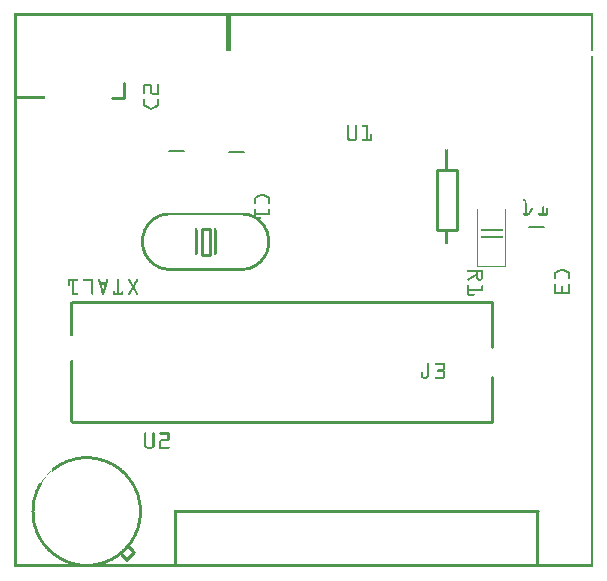
<source format=gto>
G04 MADE WITH FRITZING*
G04 WWW.FRITZING.ORG*
G04 DOUBLE SIDED*
G04 HOLES PLATED*
G04 CONTOUR ON CENTER OF CONTOUR VECTOR*
%ASAXBY*%
%FSLAX23Y23*%
%MOIN*%
%OFA0B0*%
%SFA1.0B1.0*%
%ADD10C,0.358606X0.354606*%
%ADD11R,0.038714X0.096457X0.019029X0.076772*%
%ADD12C,0.009843*%
%ADD13R,0.078250X0.007611*%
%ADD14R,0.078250X0.007625*%
%ADD15C,0.010000*%
%ADD16C,0.008000*%
%ADD17R,0.001000X0.001000*%
%LNSILK1*%
G90*
G70*
G54D10*
X241Y183D03*
G54D12*
X623Y1127D02*
X652Y1127D01*
X652Y1040D01*
X623Y1040D01*
X623Y1127D01*
D02*
G54D13*
X1591Y1124D03*
G54D14*
X1591Y1101D03*
G54D15*
X1591Y883D02*
X191Y883D01*
D02*
X191Y483D02*
X1591Y483D01*
D02*
X1591Y883D02*
X1591Y733D01*
D02*
X1591Y633D02*
X1591Y483D01*
D02*
X1474Y1324D02*
X1474Y1124D01*
D02*
X1474Y1124D02*
X1408Y1124D01*
D02*
X1408Y1124D02*
X1408Y1324D01*
D02*
X1408Y1324D02*
X1474Y1324D01*
G54D16*
D02*
X766Y1382D02*
X716Y1382D01*
D02*
X516Y1385D02*
X566Y1385D01*
G54D15*
D02*
X379Y69D02*
X396Y52D01*
D02*
X353Y42D02*
X370Y25D01*
D02*
X397Y51D02*
X371Y24D01*
G54D16*
D02*
X1766Y1132D02*
X1716Y1132D01*
G54D15*
D02*
X1746Y188D02*
X536Y188D01*
D02*
X326Y1563D02*
X366Y1563D01*
D02*
X366Y1563D02*
X366Y1613D01*
G54D17*
X0Y1845D02*
X1928Y1845D01*
X0Y1844D02*
X1928Y1844D01*
X0Y1843D02*
X1928Y1843D01*
X0Y1842D02*
X1928Y1842D01*
X0Y1841D02*
X1928Y1841D01*
X0Y1840D02*
X1928Y1840D01*
X0Y1839D02*
X1928Y1839D01*
X0Y1838D02*
X1928Y1838D01*
X0Y1837D02*
X7Y1837D01*
X706Y1837D02*
X721Y1837D01*
X1921Y1837D02*
X1928Y1837D01*
X0Y1836D02*
X7Y1836D01*
X706Y1836D02*
X721Y1836D01*
X1921Y1836D02*
X1928Y1836D01*
X0Y1835D02*
X7Y1835D01*
X706Y1835D02*
X721Y1835D01*
X1921Y1835D02*
X1928Y1835D01*
X0Y1834D02*
X7Y1834D01*
X706Y1834D02*
X721Y1834D01*
X1921Y1834D02*
X1928Y1834D01*
X0Y1833D02*
X7Y1833D01*
X706Y1833D02*
X721Y1833D01*
X1921Y1833D02*
X1928Y1833D01*
X0Y1832D02*
X7Y1832D01*
X706Y1832D02*
X721Y1832D01*
X1921Y1832D02*
X1928Y1832D01*
X0Y1831D02*
X7Y1831D01*
X706Y1831D02*
X721Y1831D01*
X1921Y1831D02*
X1928Y1831D01*
X0Y1830D02*
X7Y1830D01*
X706Y1830D02*
X721Y1830D01*
X1921Y1830D02*
X1928Y1830D01*
X0Y1829D02*
X7Y1829D01*
X706Y1829D02*
X721Y1829D01*
X1921Y1829D02*
X1928Y1829D01*
X0Y1828D02*
X7Y1828D01*
X706Y1828D02*
X721Y1828D01*
X1921Y1828D02*
X1928Y1828D01*
X0Y1827D02*
X7Y1827D01*
X706Y1827D02*
X721Y1827D01*
X1921Y1827D02*
X1928Y1827D01*
X0Y1826D02*
X7Y1826D01*
X706Y1826D02*
X721Y1826D01*
X1921Y1826D02*
X1928Y1826D01*
X0Y1825D02*
X7Y1825D01*
X706Y1825D02*
X721Y1825D01*
X1921Y1825D02*
X1928Y1825D01*
X0Y1824D02*
X7Y1824D01*
X706Y1824D02*
X721Y1824D01*
X1921Y1824D02*
X1928Y1824D01*
X0Y1823D02*
X7Y1823D01*
X706Y1823D02*
X721Y1823D01*
X1921Y1823D02*
X1928Y1823D01*
X0Y1822D02*
X7Y1822D01*
X706Y1822D02*
X721Y1822D01*
X1921Y1822D02*
X1928Y1822D01*
X0Y1821D02*
X7Y1821D01*
X706Y1821D02*
X721Y1821D01*
X1921Y1821D02*
X1928Y1821D01*
X0Y1820D02*
X7Y1820D01*
X706Y1820D02*
X721Y1820D01*
X1921Y1820D02*
X1928Y1820D01*
X0Y1819D02*
X7Y1819D01*
X706Y1819D02*
X721Y1819D01*
X1921Y1819D02*
X1928Y1819D01*
X0Y1818D02*
X7Y1818D01*
X706Y1818D02*
X721Y1818D01*
X1921Y1818D02*
X1928Y1818D01*
X0Y1817D02*
X7Y1817D01*
X706Y1817D02*
X721Y1817D01*
X1921Y1817D02*
X1928Y1817D01*
X0Y1816D02*
X7Y1816D01*
X706Y1816D02*
X721Y1816D01*
X1921Y1816D02*
X1928Y1816D01*
X0Y1815D02*
X7Y1815D01*
X706Y1815D02*
X721Y1815D01*
X1921Y1815D02*
X1928Y1815D01*
X0Y1814D02*
X7Y1814D01*
X706Y1814D02*
X721Y1814D01*
X1921Y1814D02*
X1928Y1814D01*
X0Y1813D02*
X7Y1813D01*
X706Y1813D02*
X721Y1813D01*
X1921Y1813D02*
X1928Y1813D01*
X0Y1812D02*
X7Y1812D01*
X706Y1812D02*
X721Y1812D01*
X1921Y1812D02*
X1928Y1812D01*
X0Y1811D02*
X7Y1811D01*
X706Y1811D02*
X721Y1811D01*
X1921Y1811D02*
X1928Y1811D01*
X0Y1810D02*
X7Y1810D01*
X706Y1810D02*
X721Y1810D01*
X1921Y1810D02*
X1928Y1810D01*
X0Y1809D02*
X7Y1809D01*
X706Y1809D02*
X721Y1809D01*
X1921Y1809D02*
X1928Y1809D01*
X0Y1808D02*
X7Y1808D01*
X706Y1808D02*
X721Y1808D01*
X1921Y1808D02*
X1928Y1808D01*
X0Y1807D02*
X7Y1807D01*
X706Y1807D02*
X721Y1807D01*
X1921Y1807D02*
X1928Y1807D01*
X0Y1806D02*
X7Y1806D01*
X706Y1806D02*
X721Y1806D01*
X1921Y1806D02*
X1928Y1806D01*
X0Y1805D02*
X7Y1805D01*
X706Y1805D02*
X721Y1805D01*
X1921Y1805D02*
X1928Y1805D01*
X0Y1804D02*
X7Y1804D01*
X706Y1804D02*
X721Y1804D01*
X1921Y1804D02*
X1928Y1804D01*
X0Y1803D02*
X7Y1803D01*
X706Y1803D02*
X721Y1803D01*
X1921Y1803D02*
X1928Y1803D01*
X0Y1802D02*
X7Y1802D01*
X706Y1802D02*
X721Y1802D01*
X1921Y1802D02*
X1928Y1802D01*
X0Y1801D02*
X7Y1801D01*
X706Y1801D02*
X721Y1801D01*
X1921Y1801D02*
X1928Y1801D01*
X0Y1800D02*
X7Y1800D01*
X706Y1800D02*
X721Y1800D01*
X1921Y1800D02*
X1928Y1800D01*
X0Y1799D02*
X7Y1799D01*
X706Y1799D02*
X721Y1799D01*
X1921Y1799D02*
X1928Y1799D01*
X0Y1798D02*
X7Y1798D01*
X706Y1798D02*
X721Y1798D01*
X1921Y1798D02*
X1928Y1798D01*
X0Y1797D02*
X7Y1797D01*
X706Y1797D02*
X721Y1797D01*
X1921Y1797D02*
X1928Y1797D01*
X0Y1796D02*
X7Y1796D01*
X706Y1796D02*
X721Y1796D01*
X1921Y1796D02*
X1928Y1796D01*
X0Y1795D02*
X7Y1795D01*
X706Y1795D02*
X721Y1795D01*
X1921Y1795D02*
X1928Y1795D01*
X0Y1794D02*
X7Y1794D01*
X706Y1794D02*
X721Y1794D01*
X1921Y1794D02*
X1928Y1794D01*
X0Y1793D02*
X7Y1793D01*
X706Y1793D02*
X721Y1793D01*
X1921Y1793D02*
X1928Y1793D01*
X0Y1792D02*
X7Y1792D01*
X706Y1792D02*
X721Y1792D01*
X1921Y1792D02*
X1928Y1792D01*
X0Y1791D02*
X7Y1791D01*
X706Y1791D02*
X721Y1791D01*
X1921Y1791D02*
X1928Y1791D01*
X0Y1790D02*
X7Y1790D01*
X706Y1790D02*
X721Y1790D01*
X1921Y1790D02*
X1928Y1790D01*
X0Y1789D02*
X7Y1789D01*
X706Y1789D02*
X721Y1789D01*
X1921Y1789D02*
X1928Y1789D01*
X0Y1788D02*
X7Y1788D01*
X706Y1788D02*
X721Y1788D01*
X1921Y1788D02*
X1928Y1788D01*
X0Y1787D02*
X7Y1787D01*
X706Y1787D02*
X721Y1787D01*
X1921Y1787D02*
X1928Y1787D01*
X0Y1786D02*
X7Y1786D01*
X706Y1786D02*
X721Y1786D01*
X1921Y1786D02*
X1928Y1786D01*
X0Y1785D02*
X7Y1785D01*
X706Y1785D02*
X721Y1785D01*
X1921Y1785D02*
X1928Y1785D01*
X0Y1784D02*
X7Y1784D01*
X706Y1784D02*
X721Y1784D01*
X1921Y1784D02*
X1928Y1784D01*
X0Y1783D02*
X7Y1783D01*
X706Y1783D02*
X721Y1783D01*
X1921Y1783D02*
X1928Y1783D01*
X0Y1782D02*
X7Y1782D01*
X706Y1782D02*
X721Y1782D01*
X1921Y1782D02*
X1928Y1782D01*
X0Y1781D02*
X7Y1781D01*
X706Y1781D02*
X721Y1781D01*
X1921Y1781D02*
X1928Y1781D01*
X0Y1780D02*
X7Y1780D01*
X706Y1780D02*
X721Y1780D01*
X1921Y1780D02*
X1928Y1780D01*
X0Y1779D02*
X7Y1779D01*
X706Y1779D02*
X721Y1779D01*
X1921Y1779D02*
X1928Y1779D01*
X0Y1778D02*
X7Y1778D01*
X706Y1778D02*
X721Y1778D01*
X1921Y1778D02*
X1928Y1778D01*
X0Y1777D02*
X7Y1777D01*
X706Y1777D02*
X721Y1777D01*
X1921Y1777D02*
X1928Y1777D01*
X0Y1776D02*
X7Y1776D01*
X706Y1776D02*
X721Y1776D01*
X1921Y1776D02*
X1928Y1776D01*
X0Y1775D02*
X7Y1775D01*
X706Y1775D02*
X721Y1775D01*
X1921Y1775D02*
X1928Y1775D01*
X0Y1774D02*
X7Y1774D01*
X706Y1774D02*
X721Y1774D01*
X1921Y1774D02*
X1928Y1774D01*
X0Y1773D02*
X7Y1773D01*
X706Y1773D02*
X721Y1773D01*
X1921Y1773D02*
X1928Y1773D01*
X0Y1772D02*
X7Y1772D01*
X706Y1772D02*
X721Y1772D01*
X1921Y1772D02*
X1928Y1772D01*
X0Y1771D02*
X7Y1771D01*
X706Y1771D02*
X721Y1771D01*
X1921Y1771D02*
X1928Y1771D01*
X0Y1770D02*
X7Y1770D01*
X706Y1770D02*
X721Y1770D01*
X1921Y1770D02*
X1928Y1770D01*
X0Y1769D02*
X7Y1769D01*
X706Y1769D02*
X721Y1769D01*
X1921Y1769D02*
X1928Y1769D01*
X0Y1768D02*
X7Y1768D01*
X706Y1768D02*
X721Y1768D01*
X1921Y1768D02*
X1928Y1768D01*
X0Y1767D02*
X7Y1767D01*
X706Y1767D02*
X721Y1767D01*
X1921Y1767D02*
X1928Y1767D01*
X0Y1766D02*
X7Y1766D01*
X706Y1766D02*
X721Y1766D01*
X1921Y1766D02*
X1928Y1766D01*
X0Y1765D02*
X7Y1765D01*
X706Y1765D02*
X721Y1765D01*
X1921Y1765D02*
X1928Y1765D01*
X0Y1764D02*
X7Y1764D01*
X706Y1764D02*
X721Y1764D01*
X1921Y1764D02*
X1928Y1764D01*
X0Y1763D02*
X7Y1763D01*
X706Y1763D02*
X721Y1763D01*
X1921Y1763D02*
X1928Y1763D01*
X0Y1762D02*
X7Y1762D01*
X706Y1762D02*
X721Y1762D01*
X1921Y1762D02*
X1928Y1762D01*
X0Y1761D02*
X7Y1761D01*
X706Y1761D02*
X721Y1761D01*
X1921Y1761D02*
X1928Y1761D01*
X0Y1760D02*
X7Y1760D01*
X706Y1760D02*
X721Y1760D01*
X1921Y1760D02*
X1928Y1760D01*
X0Y1759D02*
X7Y1759D01*
X706Y1759D02*
X721Y1759D01*
X1921Y1759D02*
X1928Y1759D01*
X0Y1758D02*
X7Y1758D01*
X706Y1758D02*
X721Y1758D01*
X1921Y1758D02*
X1928Y1758D01*
X0Y1757D02*
X7Y1757D01*
X706Y1757D02*
X721Y1757D01*
X1921Y1757D02*
X1928Y1757D01*
X0Y1756D02*
X7Y1756D01*
X706Y1756D02*
X721Y1756D01*
X1921Y1756D02*
X1928Y1756D01*
X0Y1755D02*
X7Y1755D01*
X706Y1755D02*
X721Y1755D01*
X1921Y1755D02*
X1928Y1755D01*
X0Y1754D02*
X7Y1754D01*
X706Y1754D02*
X721Y1754D01*
X1921Y1754D02*
X1928Y1754D01*
X0Y1753D02*
X7Y1753D01*
X706Y1753D02*
X721Y1753D01*
X1921Y1753D02*
X1928Y1753D01*
X0Y1752D02*
X7Y1752D01*
X706Y1752D02*
X721Y1752D01*
X1921Y1752D02*
X1928Y1752D01*
X0Y1751D02*
X7Y1751D01*
X706Y1751D02*
X721Y1751D01*
X1921Y1751D02*
X1928Y1751D01*
X0Y1750D02*
X7Y1750D01*
X706Y1750D02*
X721Y1750D01*
X1921Y1750D02*
X1928Y1750D01*
X0Y1749D02*
X7Y1749D01*
X706Y1749D02*
X721Y1749D01*
X1921Y1749D02*
X1928Y1749D01*
X0Y1748D02*
X7Y1748D01*
X706Y1748D02*
X721Y1748D01*
X1921Y1748D02*
X1928Y1748D01*
X0Y1747D02*
X7Y1747D01*
X706Y1747D02*
X721Y1747D01*
X1921Y1747D02*
X1928Y1747D01*
X0Y1746D02*
X7Y1746D01*
X706Y1746D02*
X721Y1746D01*
X1921Y1746D02*
X1928Y1746D01*
X0Y1745D02*
X7Y1745D01*
X706Y1745D02*
X721Y1745D01*
X1921Y1745D02*
X1928Y1745D01*
X0Y1744D02*
X7Y1744D01*
X706Y1744D02*
X721Y1744D01*
X1921Y1744D02*
X1928Y1744D01*
X0Y1743D02*
X7Y1743D01*
X706Y1743D02*
X721Y1743D01*
X1921Y1743D02*
X1928Y1743D01*
X0Y1742D02*
X7Y1742D01*
X706Y1742D02*
X721Y1742D01*
X1921Y1742D02*
X1928Y1742D01*
X0Y1741D02*
X7Y1741D01*
X706Y1741D02*
X721Y1741D01*
X1921Y1741D02*
X1928Y1741D01*
X0Y1740D02*
X7Y1740D01*
X706Y1740D02*
X721Y1740D01*
X1921Y1740D02*
X1928Y1740D01*
X0Y1739D02*
X7Y1739D01*
X706Y1739D02*
X721Y1739D01*
X1921Y1739D02*
X1928Y1739D01*
X0Y1738D02*
X7Y1738D01*
X706Y1738D02*
X721Y1738D01*
X1921Y1738D02*
X1928Y1738D01*
X0Y1737D02*
X7Y1737D01*
X706Y1737D02*
X721Y1737D01*
X1921Y1737D02*
X1928Y1737D01*
X0Y1736D02*
X7Y1736D01*
X706Y1736D02*
X721Y1736D01*
X1921Y1736D02*
X1928Y1736D01*
X0Y1735D02*
X7Y1735D01*
X706Y1735D02*
X721Y1735D01*
X1921Y1735D02*
X1928Y1735D01*
X0Y1734D02*
X7Y1734D01*
X706Y1734D02*
X721Y1734D01*
X1921Y1734D02*
X1928Y1734D01*
X0Y1733D02*
X7Y1733D01*
X706Y1733D02*
X721Y1733D01*
X1921Y1733D02*
X1928Y1733D01*
X0Y1732D02*
X7Y1732D01*
X706Y1732D02*
X721Y1732D01*
X1921Y1732D02*
X1928Y1732D01*
X0Y1731D02*
X7Y1731D01*
X706Y1731D02*
X721Y1731D01*
X1921Y1731D02*
X1928Y1731D01*
X0Y1730D02*
X7Y1730D01*
X706Y1730D02*
X721Y1730D01*
X1921Y1730D02*
X1928Y1730D01*
X0Y1729D02*
X7Y1729D01*
X706Y1729D02*
X721Y1729D01*
X1921Y1729D02*
X1928Y1729D01*
X0Y1728D02*
X7Y1728D01*
X706Y1728D02*
X721Y1728D01*
X1921Y1728D02*
X1928Y1728D01*
X0Y1727D02*
X7Y1727D01*
X706Y1727D02*
X721Y1727D01*
X1921Y1727D02*
X1928Y1727D01*
X0Y1726D02*
X7Y1726D01*
X706Y1726D02*
X721Y1726D01*
X1921Y1726D02*
X1928Y1726D01*
X0Y1725D02*
X7Y1725D01*
X706Y1725D02*
X721Y1725D01*
X1921Y1725D02*
X1928Y1725D01*
X0Y1724D02*
X7Y1724D01*
X706Y1724D02*
X721Y1724D01*
X1921Y1724D02*
X1928Y1724D01*
X0Y1723D02*
X7Y1723D01*
X706Y1723D02*
X721Y1723D01*
X1921Y1723D02*
X1928Y1723D01*
X0Y1722D02*
X7Y1722D01*
X706Y1722D02*
X721Y1722D01*
X1921Y1722D02*
X1928Y1722D01*
X0Y1721D02*
X7Y1721D01*
X706Y1721D02*
X721Y1721D01*
X1921Y1721D02*
X1928Y1721D01*
X0Y1720D02*
X7Y1720D01*
X0Y1719D02*
X7Y1719D01*
X0Y1718D02*
X7Y1718D01*
X0Y1717D02*
X7Y1717D01*
X0Y1716D02*
X7Y1716D01*
X0Y1715D02*
X7Y1715D01*
X0Y1714D02*
X7Y1714D01*
X0Y1713D02*
X7Y1713D01*
X0Y1712D02*
X7Y1712D01*
X0Y1711D02*
X7Y1711D01*
X0Y1710D02*
X7Y1710D01*
X0Y1709D02*
X7Y1709D01*
X0Y1708D02*
X7Y1708D01*
X0Y1707D02*
X7Y1707D01*
X0Y1706D02*
X7Y1706D01*
X0Y1705D02*
X7Y1705D01*
X0Y1704D02*
X7Y1704D01*
X1921Y1704D02*
X1928Y1704D01*
X0Y1703D02*
X7Y1703D01*
X1921Y1703D02*
X1928Y1703D01*
X0Y1702D02*
X7Y1702D01*
X1921Y1702D02*
X1928Y1702D01*
X0Y1701D02*
X7Y1701D01*
X1921Y1701D02*
X1928Y1701D01*
X0Y1700D02*
X7Y1700D01*
X1921Y1700D02*
X1928Y1700D01*
X0Y1699D02*
X7Y1699D01*
X1921Y1699D02*
X1928Y1699D01*
X0Y1698D02*
X7Y1698D01*
X1921Y1698D02*
X1928Y1698D01*
X0Y1697D02*
X7Y1697D01*
X1921Y1697D02*
X1928Y1697D01*
X0Y1696D02*
X7Y1696D01*
X1921Y1696D02*
X1928Y1696D01*
X0Y1695D02*
X7Y1695D01*
X1921Y1695D02*
X1928Y1695D01*
X0Y1694D02*
X7Y1694D01*
X1921Y1694D02*
X1928Y1694D01*
X0Y1693D02*
X7Y1693D01*
X1921Y1693D02*
X1928Y1693D01*
X0Y1692D02*
X7Y1692D01*
X1921Y1692D02*
X1928Y1692D01*
X0Y1691D02*
X7Y1691D01*
X1921Y1691D02*
X1928Y1691D01*
X0Y1690D02*
X7Y1690D01*
X1921Y1690D02*
X1928Y1690D01*
X0Y1689D02*
X7Y1689D01*
X1921Y1689D02*
X1928Y1689D01*
X0Y1688D02*
X7Y1688D01*
X1921Y1688D02*
X1928Y1688D01*
X0Y1687D02*
X7Y1687D01*
X1921Y1687D02*
X1928Y1687D01*
X0Y1686D02*
X7Y1686D01*
X1921Y1686D02*
X1928Y1686D01*
X0Y1685D02*
X7Y1685D01*
X1921Y1685D02*
X1928Y1685D01*
X0Y1684D02*
X7Y1684D01*
X1921Y1684D02*
X1928Y1684D01*
X0Y1683D02*
X7Y1683D01*
X1921Y1683D02*
X1928Y1683D01*
X0Y1682D02*
X7Y1682D01*
X1921Y1682D02*
X1928Y1682D01*
X0Y1681D02*
X7Y1681D01*
X1921Y1681D02*
X1928Y1681D01*
X0Y1680D02*
X7Y1680D01*
X1921Y1680D02*
X1928Y1680D01*
X0Y1679D02*
X7Y1679D01*
X1921Y1679D02*
X1928Y1679D01*
X0Y1678D02*
X7Y1678D01*
X1921Y1678D02*
X1928Y1678D01*
X0Y1677D02*
X7Y1677D01*
X1921Y1677D02*
X1928Y1677D01*
X0Y1676D02*
X7Y1676D01*
X1921Y1676D02*
X1928Y1676D01*
X0Y1675D02*
X7Y1675D01*
X1921Y1675D02*
X1928Y1675D01*
X0Y1674D02*
X7Y1674D01*
X1921Y1674D02*
X1928Y1674D01*
X0Y1673D02*
X7Y1673D01*
X1921Y1673D02*
X1928Y1673D01*
X0Y1672D02*
X7Y1672D01*
X1921Y1672D02*
X1928Y1672D01*
X0Y1671D02*
X7Y1671D01*
X1921Y1671D02*
X1928Y1671D01*
X0Y1670D02*
X7Y1670D01*
X1921Y1670D02*
X1928Y1670D01*
X0Y1669D02*
X7Y1669D01*
X1921Y1669D02*
X1928Y1669D01*
X0Y1668D02*
X7Y1668D01*
X1921Y1668D02*
X1928Y1668D01*
X0Y1667D02*
X7Y1667D01*
X1921Y1667D02*
X1928Y1667D01*
X0Y1666D02*
X7Y1666D01*
X1921Y1666D02*
X1928Y1666D01*
X0Y1665D02*
X7Y1665D01*
X1921Y1665D02*
X1928Y1665D01*
X0Y1664D02*
X7Y1664D01*
X1921Y1664D02*
X1928Y1664D01*
X0Y1663D02*
X7Y1663D01*
X1921Y1663D02*
X1928Y1663D01*
X0Y1662D02*
X7Y1662D01*
X1921Y1662D02*
X1928Y1662D01*
X0Y1661D02*
X7Y1661D01*
X1921Y1661D02*
X1928Y1661D01*
X0Y1660D02*
X7Y1660D01*
X1921Y1660D02*
X1928Y1660D01*
X0Y1659D02*
X7Y1659D01*
X1921Y1659D02*
X1928Y1659D01*
X0Y1658D02*
X7Y1658D01*
X1921Y1658D02*
X1928Y1658D01*
X0Y1657D02*
X7Y1657D01*
X1921Y1657D02*
X1928Y1657D01*
X0Y1656D02*
X7Y1656D01*
X1921Y1656D02*
X1928Y1656D01*
X0Y1655D02*
X7Y1655D01*
X1921Y1655D02*
X1928Y1655D01*
X0Y1654D02*
X7Y1654D01*
X1921Y1654D02*
X1928Y1654D01*
X0Y1653D02*
X7Y1653D01*
X1921Y1653D02*
X1928Y1653D01*
X0Y1652D02*
X7Y1652D01*
X1921Y1652D02*
X1928Y1652D01*
X0Y1651D02*
X7Y1651D01*
X1921Y1651D02*
X1928Y1651D01*
X0Y1650D02*
X7Y1650D01*
X1921Y1650D02*
X1928Y1650D01*
X0Y1649D02*
X7Y1649D01*
X1921Y1649D02*
X1928Y1649D01*
X0Y1648D02*
X7Y1648D01*
X1921Y1648D02*
X1928Y1648D01*
X0Y1647D02*
X7Y1647D01*
X1921Y1647D02*
X1928Y1647D01*
X0Y1646D02*
X7Y1646D01*
X1921Y1646D02*
X1928Y1646D01*
X0Y1645D02*
X7Y1645D01*
X1921Y1645D02*
X1928Y1645D01*
X0Y1644D02*
X7Y1644D01*
X1921Y1644D02*
X1928Y1644D01*
X0Y1643D02*
X7Y1643D01*
X1921Y1643D02*
X1928Y1643D01*
X0Y1642D02*
X7Y1642D01*
X1921Y1642D02*
X1928Y1642D01*
X0Y1641D02*
X7Y1641D01*
X1921Y1641D02*
X1928Y1641D01*
X0Y1640D02*
X7Y1640D01*
X1921Y1640D02*
X1928Y1640D01*
X0Y1639D02*
X7Y1639D01*
X1921Y1639D02*
X1928Y1639D01*
X0Y1638D02*
X7Y1638D01*
X1921Y1638D02*
X1928Y1638D01*
X0Y1637D02*
X7Y1637D01*
X1921Y1637D02*
X1928Y1637D01*
X0Y1636D02*
X7Y1636D01*
X1921Y1636D02*
X1928Y1636D01*
X0Y1635D02*
X7Y1635D01*
X1921Y1635D02*
X1928Y1635D01*
X0Y1634D02*
X7Y1634D01*
X1921Y1634D02*
X1928Y1634D01*
X0Y1633D02*
X7Y1633D01*
X1921Y1633D02*
X1928Y1633D01*
X0Y1632D02*
X7Y1632D01*
X1921Y1632D02*
X1928Y1632D01*
X0Y1631D02*
X7Y1631D01*
X1921Y1631D02*
X1928Y1631D01*
X0Y1630D02*
X7Y1630D01*
X1921Y1630D02*
X1928Y1630D01*
X0Y1629D02*
X7Y1629D01*
X1921Y1629D02*
X1928Y1629D01*
X0Y1628D02*
X7Y1628D01*
X1921Y1628D02*
X1928Y1628D01*
X0Y1627D02*
X7Y1627D01*
X1921Y1627D02*
X1928Y1627D01*
X0Y1626D02*
X7Y1626D01*
X1921Y1626D02*
X1928Y1626D01*
X0Y1625D02*
X7Y1625D01*
X1921Y1625D02*
X1928Y1625D01*
X0Y1624D02*
X7Y1624D01*
X1921Y1624D02*
X1928Y1624D01*
X0Y1623D02*
X7Y1623D01*
X1921Y1623D02*
X1928Y1623D01*
X0Y1622D02*
X7Y1622D01*
X1921Y1622D02*
X1928Y1622D01*
X0Y1621D02*
X7Y1621D01*
X1921Y1621D02*
X1928Y1621D01*
X0Y1620D02*
X7Y1620D01*
X1921Y1620D02*
X1928Y1620D01*
X0Y1619D02*
X7Y1619D01*
X1921Y1619D02*
X1928Y1619D01*
X0Y1618D02*
X7Y1618D01*
X1921Y1618D02*
X1928Y1618D01*
X0Y1617D02*
X7Y1617D01*
X1921Y1617D02*
X1928Y1617D01*
X0Y1616D02*
X7Y1616D01*
X1921Y1616D02*
X1928Y1616D01*
X0Y1615D02*
X7Y1615D01*
X1921Y1615D02*
X1928Y1615D01*
X0Y1614D02*
X7Y1614D01*
X1921Y1614D02*
X1928Y1614D01*
X0Y1613D02*
X7Y1613D01*
X1921Y1613D02*
X1928Y1613D01*
X0Y1612D02*
X7Y1612D01*
X1921Y1612D02*
X1928Y1612D01*
X0Y1611D02*
X7Y1611D01*
X1921Y1611D02*
X1928Y1611D01*
X0Y1610D02*
X7Y1610D01*
X1921Y1610D02*
X1928Y1610D01*
X0Y1609D02*
X7Y1609D01*
X433Y1609D02*
X453Y1609D01*
X478Y1609D02*
X479Y1609D01*
X1921Y1609D02*
X1928Y1609D01*
X0Y1608D02*
X7Y1608D01*
X431Y1608D02*
X455Y1608D01*
X476Y1608D02*
X481Y1608D01*
X1921Y1608D02*
X1928Y1608D01*
X0Y1607D02*
X7Y1607D01*
X430Y1607D02*
X456Y1607D01*
X476Y1607D02*
X481Y1607D01*
X1921Y1607D02*
X1928Y1607D01*
X0Y1606D02*
X7Y1606D01*
X429Y1606D02*
X457Y1606D01*
X475Y1606D02*
X481Y1606D01*
X1921Y1606D02*
X1928Y1606D01*
X0Y1605D02*
X7Y1605D01*
X429Y1605D02*
X457Y1605D01*
X475Y1605D02*
X481Y1605D01*
X1921Y1605D02*
X1928Y1605D01*
X0Y1604D02*
X7Y1604D01*
X429Y1604D02*
X458Y1604D01*
X475Y1604D02*
X481Y1604D01*
X1921Y1604D02*
X1928Y1604D01*
X0Y1603D02*
X7Y1603D01*
X428Y1603D02*
X458Y1603D01*
X475Y1603D02*
X481Y1603D01*
X1921Y1603D02*
X1928Y1603D01*
X0Y1602D02*
X7Y1602D01*
X428Y1602D02*
X434Y1602D01*
X452Y1602D02*
X458Y1602D01*
X475Y1602D02*
X481Y1602D01*
X1921Y1602D02*
X1928Y1602D01*
X0Y1601D02*
X7Y1601D01*
X428Y1601D02*
X434Y1601D01*
X452Y1601D02*
X458Y1601D01*
X475Y1601D02*
X481Y1601D01*
X1921Y1601D02*
X1928Y1601D01*
X0Y1600D02*
X7Y1600D01*
X428Y1600D02*
X434Y1600D01*
X452Y1600D02*
X458Y1600D01*
X475Y1600D02*
X481Y1600D01*
X1921Y1600D02*
X1928Y1600D01*
X0Y1599D02*
X7Y1599D01*
X428Y1599D02*
X434Y1599D01*
X452Y1599D02*
X458Y1599D01*
X475Y1599D02*
X481Y1599D01*
X1921Y1599D02*
X1928Y1599D01*
X0Y1598D02*
X7Y1598D01*
X428Y1598D02*
X434Y1598D01*
X452Y1598D02*
X458Y1598D01*
X475Y1598D02*
X481Y1598D01*
X1921Y1598D02*
X1928Y1598D01*
X0Y1597D02*
X7Y1597D01*
X428Y1597D02*
X434Y1597D01*
X452Y1597D02*
X458Y1597D01*
X475Y1597D02*
X481Y1597D01*
X1921Y1597D02*
X1928Y1597D01*
X0Y1596D02*
X7Y1596D01*
X428Y1596D02*
X434Y1596D01*
X452Y1596D02*
X458Y1596D01*
X475Y1596D02*
X481Y1596D01*
X1921Y1596D02*
X1928Y1596D01*
X0Y1595D02*
X7Y1595D01*
X428Y1595D02*
X434Y1595D01*
X452Y1595D02*
X458Y1595D01*
X475Y1595D02*
X481Y1595D01*
X1921Y1595D02*
X1928Y1595D01*
X0Y1594D02*
X7Y1594D01*
X428Y1594D02*
X434Y1594D01*
X452Y1594D02*
X458Y1594D01*
X475Y1594D02*
X481Y1594D01*
X1921Y1594D02*
X1928Y1594D01*
X0Y1593D02*
X7Y1593D01*
X428Y1593D02*
X434Y1593D01*
X452Y1593D02*
X458Y1593D01*
X475Y1593D02*
X481Y1593D01*
X1921Y1593D02*
X1928Y1593D01*
X0Y1592D02*
X7Y1592D01*
X428Y1592D02*
X434Y1592D01*
X452Y1592D02*
X458Y1592D01*
X475Y1592D02*
X481Y1592D01*
X1921Y1592D02*
X1928Y1592D01*
X0Y1591D02*
X7Y1591D01*
X428Y1591D02*
X434Y1591D01*
X452Y1591D02*
X458Y1591D01*
X475Y1591D02*
X481Y1591D01*
X1921Y1591D02*
X1928Y1591D01*
X0Y1590D02*
X7Y1590D01*
X428Y1590D02*
X434Y1590D01*
X452Y1590D02*
X458Y1590D01*
X475Y1590D02*
X481Y1590D01*
X1921Y1590D02*
X1928Y1590D01*
X0Y1589D02*
X7Y1589D01*
X428Y1589D02*
X434Y1589D01*
X452Y1589D02*
X458Y1589D01*
X475Y1589D02*
X481Y1589D01*
X1921Y1589D02*
X1928Y1589D01*
X0Y1588D02*
X7Y1588D01*
X428Y1588D02*
X434Y1588D01*
X452Y1588D02*
X458Y1588D01*
X475Y1588D02*
X481Y1588D01*
X1921Y1588D02*
X1928Y1588D01*
X0Y1587D02*
X7Y1587D01*
X428Y1587D02*
X434Y1587D01*
X452Y1587D02*
X458Y1587D01*
X475Y1587D02*
X481Y1587D01*
X1921Y1587D02*
X1928Y1587D01*
X0Y1586D02*
X7Y1586D01*
X428Y1586D02*
X434Y1586D01*
X452Y1586D02*
X458Y1586D01*
X475Y1586D02*
X481Y1586D01*
X1921Y1586D02*
X1928Y1586D01*
X0Y1585D02*
X7Y1585D01*
X428Y1585D02*
X434Y1585D01*
X452Y1585D02*
X458Y1585D01*
X475Y1585D02*
X481Y1585D01*
X1921Y1585D02*
X1928Y1585D01*
X0Y1584D02*
X7Y1584D01*
X428Y1584D02*
X434Y1584D01*
X452Y1584D02*
X458Y1584D01*
X475Y1584D02*
X481Y1584D01*
X1921Y1584D02*
X1928Y1584D01*
X0Y1583D02*
X7Y1583D01*
X428Y1583D02*
X434Y1583D01*
X452Y1583D02*
X458Y1583D01*
X475Y1583D02*
X481Y1583D01*
X1921Y1583D02*
X1928Y1583D01*
X0Y1582D02*
X7Y1582D01*
X428Y1582D02*
X434Y1582D01*
X452Y1582D02*
X458Y1582D01*
X475Y1582D02*
X481Y1582D01*
X1921Y1582D02*
X1928Y1582D01*
X0Y1581D02*
X7Y1581D01*
X428Y1581D02*
X434Y1581D01*
X452Y1581D02*
X481Y1581D01*
X1921Y1581D02*
X1928Y1581D01*
X0Y1580D02*
X7Y1580D01*
X428Y1580D02*
X434Y1580D01*
X452Y1580D02*
X481Y1580D01*
X1921Y1580D02*
X1928Y1580D01*
X0Y1579D02*
X7Y1579D01*
X428Y1579D02*
X434Y1579D01*
X452Y1579D02*
X481Y1579D01*
X1921Y1579D02*
X1928Y1579D01*
X0Y1578D02*
X7Y1578D01*
X428Y1578D02*
X434Y1578D01*
X453Y1578D02*
X481Y1578D01*
X1921Y1578D02*
X1928Y1578D01*
X0Y1577D02*
X7Y1577D01*
X429Y1577D02*
X434Y1577D01*
X454Y1577D02*
X481Y1577D01*
X1921Y1577D02*
X1928Y1577D01*
X0Y1576D02*
X7Y1576D01*
X429Y1576D02*
X433Y1576D01*
X455Y1576D02*
X481Y1576D01*
X1921Y1576D02*
X1928Y1576D01*
X0Y1575D02*
X7Y1575D01*
X431Y1575D02*
X432Y1575D01*
X457Y1575D02*
X481Y1575D01*
X1921Y1575D02*
X1928Y1575D01*
X0Y1574D02*
X7Y1574D01*
X1921Y1574D02*
X1928Y1574D01*
X0Y1573D02*
X7Y1573D01*
X1921Y1573D02*
X1928Y1573D01*
X0Y1572D02*
X7Y1572D01*
X1921Y1572D02*
X1928Y1572D01*
X0Y1571D02*
X7Y1571D01*
X1921Y1571D02*
X1928Y1571D01*
X0Y1570D02*
X7Y1570D01*
X1921Y1570D02*
X1928Y1570D01*
X0Y1569D02*
X100Y1569D01*
X1921Y1569D02*
X1928Y1569D01*
X0Y1568D02*
X100Y1568D01*
X1921Y1568D02*
X1928Y1568D01*
X0Y1567D02*
X100Y1567D01*
X1921Y1567D02*
X1928Y1567D01*
X0Y1566D02*
X100Y1566D01*
X1921Y1566D02*
X1928Y1566D01*
X0Y1565D02*
X100Y1565D01*
X1921Y1565D02*
X1928Y1565D01*
X0Y1564D02*
X100Y1564D01*
X1921Y1564D02*
X1928Y1564D01*
X0Y1563D02*
X100Y1563D01*
X1921Y1563D02*
X1928Y1563D01*
X0Y1562D02*
X100Y1562D01*
X1921Y1562D02*
X1928Y1562D01*
X0Y1561D02*
X100Y1561D01*
X1921Y1561D02*
X1928Y1561D01*
X0Y1560D02*
X100Y1560D01*
X1921Y1560D02*
X1928Y1560D01*
X0Y1559D02*
X7Y1559D01*
X430Y1559D02*
X432Y1559D01*
X478Y1559D02*
X479Y1559D01*
X1921Y1559D02*
X1928Y1559D01*
X0Y1558D02*
X7Y1558D01*
X429Y1558D02*
X433Y1558D01*
X476Y1558D02*
X481Y1558D01*
X1921Y1558D02*
X1928Y1558D01*
X0Y1557D02*
X7Y1557D01*
X429Y1557D02*
X434Y1557D01*
X476Y1557D02*
X481Y1557D01*
X1921Y1557D02*
X1928Y1557D01*
X0Y1556D02*
X7Y1556D01*
X428Y1556D02*
X434Y1556D01*
X475Y1556D02*
X481Y1556D01*
X1921Y1556D02*
X1928Y1556D01*
X0Y1555D02*
X7Y1555D01*
X428Y1555D02*
X434Y1555D01*
X475Y1555D02*
X481Y1555D01*
X1921Y1555D02*
X1928Y1555D01*
X0Y1554D02*
X7Y1554D01*
X428Y1554D02*
X434Y1554D01*
X475Y1554D02*
X481Y1554D01*
X1921Y1554D02*
X1928Y1554D01*
X0Y1553D02*
X7Y1553D01*
X428Y1553D02*
X434Y1553D01*
X475Y1553D02*
X481Y1553D01*
X1921Y1553D02*
X1928Y1553D01*
X0Y1552D02*
X7Y1552D01*
X428Y1552D02*
X434Y1552D01*
X475Y1552D02*
X481Y1552D01*
X1921Y1552D02*
X1928Y1552D01*
X0Y1551D02*
X7Y1551D01*
X428Y1551D02*
X434Y1551D01*
X475Y1551D02*
X481Y1551D01*
X1921Y1551D02*
X1928Y1551D01*
X0Y1550D02*
X7Y1550D01*
X428Y1550D02*
X434Y1550D01*
X475Y1550D02*
X481Y1550D01*
X1921Y1550D02*
X1928Y1550D01*
X0Y1549D02*
X7Y1549D01*
X428Y1549D02*
X434Y1549D01*
X475Y1549D02*
X481Y1549D01*
X1921Y1549D02*
X1928Y1549D01*
X0Y1548D02*
X7Y1548D01*
X428Y1548D02*
X434Y1548D01*
X475Y1548D02*
X481Y1548D01*
X1921Y1548D02*
X1928Y1548D01*
X0Y1547D02*
X7Y1547D01*
X428Y1547D02*
X434Y1547D01*
X475Y1547D02*
X481Y1547D01*
X1921Y1547D02*
X1928Y1547D01*
X0Y1546D02*
X7Y1546D01*
X428Y1546D02*
X434Y1546D01*
X475Y1546D02*
X481Y1546D01*
X1921Y1546D02*
X1928Y1546D01*
X0Y1545D02*
X7Y1545D01*
X428Y1545D02*
X434Y1545D01*
X475Y1545D02*
X481Y1545D01*
X1921Y1545D02*
X1928Y1545D01*
X0Y1544D02*
X7Y1544D01*
X428Y1544D02*
X434Y1544D01*
X475Y1544D02*
X481Y1544D01*
X1921Y1544D02*
X1928Y1544D01*
X0Y1543D02*
X7Y1543D01*
X428Y1543D02*
X434Y1543D01*
X475Y1543D02*
X481Y1543D01*
X1921Y1543D02*
X1928Y1543D01*
X0Y1542D02*
X7Y1542D01*
X428Y1542D02*
X434Y1542D01*
X475Y1542D02*
X481Y1542D01*
X1921Y1542D02*
X1928Y1542D01*
X0Y1541D02*
X7Y1541D01*
X429Y1541D02*
X435Y1541D01*
X475Y1541D02*
X481Y1541D01*
X1921Y1541D02*
X1928Y1541D01*
X0Y1540D02*
X7Y1540D01*
X429Y1540D02*
X436Y1540D01*
X474Y1540D02*
X481Y1540D01*
X1921Y1540D02*
X1928Y1540D01*
X0Y1539D02*
X7Y1539D01*
X429Y1539D02*
X438Y1539D01*
X472Y1539D02*
X481Y1539D01*
X1921Y1539D02*
X1928Y1539D01*
X0Y1538D02*
X7Y1538D01*
X429Y1538D02*
X440Y1538D01*
X470Y1538D02*
X480Y1538D01*
X1921Y1538D02*
X1928Y1538D01*
X0Y1537D02*
X7Y1537D01*
X430Y1537D02*
X442Y1537D01*
X468Y1537D02*
X480Y1537D01*
X1921Y1537D02*
X1928Y1537D01*
X0Y1536D02*
X7Y1536D01*
X431Y1536D02*
X444Y1536D01*
X466Y1536D02*
X479Y1536D01*
X1921Y1536D02*
X1928Y1536D01*
X0Y1535D02*
X7Y1535D01*
X432Y1535D02*
X446Y1535D01*
X464Y1535D02*
X478Y1535D01*
X1921Y1535D02*
X1928Y1535D01*
X0Y1534D02*
X7Y1534D01*
X433Y1534D02*
X448Y1534D01*
X462Y1534D02*
X476Y1534D01*
X1921Y1534D02*
X1928Y1534D01*
X0Y1533D02*
X7Y1533D01*
X435Y1533D02*
X450Y1533D01*
X460Y1533D02*
X475Y1533D01*
X1921Y1533D02*
X1928Y1533D01*
X0Y1532D02*
X7Y1532D01*
X437Y1532D02*
X452Y1532D01*
X457Y1532D02*
X473Y1532D01*
X1921Y1532D02*
X1928Y1532D01*
X0Y1531D02*
X7Y1531D01*
X439Y1531D02*
X471Y1531D01*
X1921Y1531D02*
X1928Y1531D01*
X0Y1530D02*
X7Y1530D01*
X441Y1530D02*
X469Y1530D01*
X1921Y1530D02*
X1928Y1530D01*
X0Y1529D02*
X7Y1529D01*
X443Y1529D02*
X467Y1529D01*
X1921Y1529D02*
X1928Y1529D01*
X0Y1528D02*
X7Y1528D01*
X445Y1528D02*
X465Y1528D01*
X1921Y1528D02*
X1928Y1528D01*
X0Y1527D02*
X7Y1527D01*
X447Y1527D02*
X463Y1527D01*
X1921Y1527D02*
X1928Y1527D01*
X0Y1526D02*
X7Y1526D01*
X449Y1526D02*
X460Y1526D01*
X1921Y1526D02*
X1928Y1526D01*
X0Y1525D02*
X7Y1525D01*
X453Y1525D02*
X457Y1525D01*
X1921Y1525D02*
X1928Y1525D01*
X0Y1524D02*
X7Y1524D01*
X1921Y1524D02*
X1928Y1524D01*
X0Y1523D02*
X7Y1523D01*
X1921Y1523D02*
X1928Y1523D01*
X0Y1522D02*
X7Y1522D01*
X1921Y1522D02*
X1928Y1522D01*
X0Y1521D02*
X7Y1521D01*
X1921Y1521D02*
X1928Y1521D01*
X0Y1520D02*
X7Y1520D01*
X1921Y1520D02*
X1928Y1520D01*
X0Y1519D02*
X7Y1519D01*
X1921Y1519D02*
X1928Y1519D01*
X0Y1518D02*
X7Y1518D01*
X1921Y1518D02*
X1928Y1518D01*
X0Y1517D02*
X7Y1517D01*
X1921Y1517D02*
X1928Y1517D01*
X0Y1516D02*
X7Y1516D01*
X1921Y1516D02*
X1928Y1516D01*
X0Y1515D02*
X7Y1515D01*
X1921Y1515D02*
X1928Y1515D01*
X0Y1514D02*
X7Y1514D01*
X1921Y1514D02*
X1928Y1514D01*
X0Y1513D02*
X7Y1513D01*
X1921Y1513D02*
X1928Y1513D01*
X0Y1512D02*
X7Y1512D01*
X1921Y1512D02*
X1928Y1512D01*
X0Y1511D02*
X7Y1511D01*
X1921Y1511D02*
X1928Y1511D01*
X0Y1510D02*
X7Y1510D01*
X1921Y1510D02*
X1928Y1510D01*
X0Y1509D02*
X7Y1509D01*
X1921Y1509D02*
X1928Y1509D01*
X0Y1508D02*
X7Y1508D01*
X1921Y1508D02*
X1928Y1508D01*
X0Y1507D02*
X7Y1507D01*
X1921Y1507D02*
X1928Y1507D01*
X0Y1506D02*
X7Y1506D01*
X1921Y1506D02*
X1928Y1506D01*
X0Y1505D02*
X7Y1505D01*
X1921Y1505D02*
X1928Y1505D01*
X0Y1504D02*
X7Y1504D01*
X1921Y1504D02*
X1928Y1504D01*
X0Y1503D02*
X7Y1503D01*
X1921Y1503D02*
X1928Y1503D01*
X0Y1502D02*
X7Y1502D01*
X1921Y1502D02*
X1928Y1502D01*
X0Y1501D02*
X7Y1501D01*
X1921Y1501D02*
X1928Y1501D01*
X0Y1500D02*
X7Y1500D01*
X1921Y1500D02*
X1928Y1500D01*
X0Y1499D02*
X7Y1499D01*
X1921Y1499D02*
X1928Y1499D01*
X0Y1498D02*
X7Y1498D01*
X1921Y1498D02*
X1928Y1498D01*
X0Y1497D02*
X7Y1497D01*
X1921Y1497D02*
X1928Y1497D01*
X0Y1496D02*
X7Y1496D01*
X1921Y1496D02*
X1928Y1496D01*
X0Y1495D02*
X7Y1495D01*
X1921Y1495D02*
X1928Y1495D01*
X0Y1494D02*
X7Y1494D01*
X1921Y1494D02*
X1928Y1494D01*
X0Y1493D02*
X7Y1493D01*
X1921Y1493D02*
X1928Y1493D01*
X0Y1492D02*
X7Y1492D01*
X1921Y1492D02*
X1928Y1492D01*
X0Y1491D02*
X7Y1491D01*
X1921Y1491D02*
X1928Y1491D01*
X0Y1490D02*
X7Y1490D01*
X1921Y1490D02*
X1928Y1490D01*
X0Y1489D02*
X7Y1489D01*
X1921Y1489D02*
X1928Y1489D01*
X0Y1488D02*
X7Y1488D01*
X1921Y1488D02*
X1928Y1488D01*
X0Y1487D02*
X7Y1487D01*
X1921Y1487D02*
X1928Y1487D01*
X0Y1486D02*
X7Y1486D01*
X1921Y1486D02*
X1928Y1486D01*
X0Y1485D02*
X7Y1485D01*
X1921Y1485D02*
X1928Y1485D01*
X0Y1484D02*
X7Y1484D01*
X1921Y1484D02*
X1928Y1484D01*
X0Y1483D02*
X7Y1483D01*
X1921Y1483D02*
X1928Y1483D01*
X0Y1482D02*
X7Y1482D01*
X1921Y1482D02*
X1928Y1482D01*
X0Y1481D02*
X7Y1481D01*
X1921Y1481D02*
X1928Y1481D01*
X0Y1480D02*
X7Y1480D01*
X1921Y1480D02*
X1928Y1480D01*
X0Y1479D02*
X7Y1479D01*
X1921Y1479D02*
X1928Y1479D01*
X0Y1478D02*
X7Y1478D01*
X1921Y1478D02*
X1928Y1478D01*
X0Y1477D02*
X7Y1477D01*
X1921Y1477D02*
X1928Y1477D01*
X0Y1476D02*
X7Y1476D01*
X1921Y1476D02*
X1928Y1476D01*
X0Y1475D02*
X7Y1475D01*
X1921Y1475D02*
X1928Y1475D01*
X0Y1474D02*
X7Y1474D01*
X1110Y1474D02*
X1112Y1474D01*
X1138Y1474D02*
X1139Y1474D01*
X1160Y1474D02*
X1178Y1474D01*
X1921Y1474D02*
X1928Y1474D01*
X0Y1473D02*
X7Y1473D01*
X1109Y1473D02*
X1113Y1473D01*
X1137Y1473D02*
X1141Y1473D01*
X1159Y1473D02*
X1178Y1473D01*
X1921Y1473D02*
X1928Y1473D01*
X0Y1472D02*
X7Y1472D01*
X1109Y1472D02*
X1114Y1472D01*
X1136Y1472D02*
X1142Y1472D01*
X1158Y1472D02*
X1178Y1472D01*
X1921Y1472D02*
X1928Y1472D01*
X0Y1471D02*
X7Y1471D01*
X1108Y1471D02*
X1114Y1471D01*
X1136Y1471D02*
X1142Y1471D01*
X1158Y1471D02*
X1178Y1471D01*
X1921Y1471D02*
X1928Y1471D01*
X0Y1470D02*
X7Y1470D01*
X1108Y1470D02*
X1114Y1470D01*
X1136Y1470D02*
X1142Y1470D01*
X1158Y1470D02*
X1178Y1470D01*
X1921Y1470D02*
X1928Y1470D01*
X0Y1469D02*
X7Y1469D01*
X1108Y1469D02*
X1114Y1469D01*
X1136Y1469D02*
X1142Y1469D01*
X1159Y1469D02*
X1178Y1469D01*
X1921Y1469D02*
X1928Y1469D01*
X0Y1468D02*
X7Y1468D01*
X1108Y1468D02*
X1114Y1468D01*
X1136Y1468D02*
X1142Y1468D01*
X1160Y1468D02*
X1178Y1468D01*
X1921Y1468D02*
X1928Y1468D01*
X0Y1467D02*
X7Y1467D01*
X1108Y1467D02*
X1114Y1467D01*
X1136Y1467D02*
X1142Y1467D01*
X1172Y1467D02*
X1178Y1467D01*
X1921Y1467D02*
X1928Y1467D01*
X0Y1466D02*
X7Y1466D01*
X1108Y1466D02*
X1114Y1466D01*
X1136Y1466D02*
X1142Y1466D01*
X1172Y1466D02*
X1178Y1466D01*
X1921Y1466D02*
X1928Y1466D01*
X0Y1465D02*
X7Y1465D01*
X1108Y1465D02*
X1114Y1465D01*
X1136Y1465D02*
X1142Y1465D01*
X1172Y1465D02*
X1178Y1465D01*
X1921Y1465D02*
X1928Y1465D01*
X0Y1464D02*
X7Y1464D01*
X1108Y1464D02*
X1114Y1464D01*
X1136Y1464D02*
X1142Y1464D01*
X1172Y1464D02*
X1178Y1464D01*
X1921Y1464D02*
X1928Y1464D01*
X0Y1463D02*
X7Y1463D01*
X1108Y1463D02*
X1114Y1463D01*
X1136Y1463D02*
X1142Y1463D01*
X1172Y1463D02*
X1178Y1463D01*
X1921Y1463D02*
X1928Y1463D01*
X0Y1462D02*
X7Y1462D01*
X1108Y1462D02*
X1114Y1462D01*
X1136Y1462D02*
X1142Y1462D01*
X1172Y1462D02*
X1178Y1462D01*
X1921Y1462D02*
X1928Y1462D01*
X0Y1461D02*
X7Y1461D01*
X1108Y1461D02*
X1114Y1461D01*
X1136Y1461D02*
X1142Y1461D01*
X1172Y1461D02*
X1178Y1461D01*
X1921Y1461D02*
X1928Y1461D01*
X0Y1460D02*
X7Y1460D01*
X1108Y1460D02*
X1114Y1460D01*
X1136Y1460D02*
X1142Y1460D01*
X1172Y1460D02*
X1178Y1460D01*
X1921Y1460D02*
X1928Y1460D01*
X0Y1459D02*
X7Y1459D01*
X1108Y1459D02*
X1114Y1459D01*
X1136Y1459D02*
X1142Y1459D01*
X1172Y1459D02*
X1178Y1459D01*
X1921Y1459D02*
X1928Y1459D01*
X0Y1458D02*
X7Y1458D01*
X1108Y1458D02*
X1114Y1458D01*
X1136Y1458D02*
X1142Y1458D01*
X1172Y1458D02*
X1178Y1458D01*
X1921Y1458D02*
X1928Y1458D01*
X0Y1457D02*
X7Y1457D01*
X1108Y1457D02*
X1114Y1457D01*
X1136Y1457D02*
X1142Y1457D01*
X1172Y1457D02*
X1178Y1457D01*
X1921Y1457D02*
X1928Y1457D01*
X0Y1456D02*
X7Y1456D01*
X1108Y1456D02*
X1114Y1456D01*
X1136Y1456D02*
X1142Y1456D01*
X1172Y1456D02*
X1178Y1456D01*
X1921Y1456D02*
X1928Y1456D01*
X0Y1455D02*
X7Y1455D01*
X1108Y1455D02*
X1114Y1455D01*
X1136Y1455D02*
X1142Y1455D01*
X1172Y1455D02*
X1178Y1455D01*
X1921Y1455D02*
X1928Y1455D01*
X0Y1454D02*
X7Y1454D01*
X1108Y1454D02*
X1114Y1454D01*
X1136Y1454D02*
X1142Y1454D01*
X1172Y1454D02*
X1178Y1454D01*
X1921Y1454D02*
X1928Y1454D01*
X0Y1453D02*
X7Y1453D01*
X1108Y1453D02*
X1114Y1453D01*
X1136Y1453D02*
X1142Y1453D01*
X1172Y1453D02*
X1178Y1453D01*
X1921Y1453D02*
X1928Y1453D01*
X0Y1452D02*
X7Y1452D01*
X1108Y1452D02*
X1114Y1452D01*
X1136Y1452D02*
X1142Y1452D01*
X1172Y1452D02*
X1178Y1452D01*
X1921Y1452D02*
X1928Y1452D01*
X0Y1451D02*
X7Y1451D01*
X1108Y1451D02*
X1114Y1451D01*
X1136Y1451D02*
X1142Y1451D01*
X1172Y1451D02*
X1178Y1451D01*
X1921Y1451D02*
X1928Y1451D01*
X0Y1450D02*
X7Y1450D01*
X1108Y1450D02*
X1114Y1450D01*
X1136Y1450D02*
X1142Y1450D01*
X1172Y1450D02*
X1178Y1450D01*
X1921Y1450D02*
X1928Y1450D01*
X0Y1449D02*
X7Y1449D01*
X1108Y1449D02*
X1114Y1449D01*
X1136Y1449D02*
X1142Y1449D01*
X1172Y1449D02*
X1178Y1449D01*
X1921Y1449D02*
X1928Y1449D01*
X0Y1448D02*
X7Y1448D01*
X1108Y1448D02*
X1114Y1448D01*
X1136Y1448D02*
X1142Y1448D01*
X1172Y1448D02*
X1178Y1448D01*
X1921Y1448D02*
X1928Y1448D01*
X0Y1447D02*
X7Y1447D01*
X1108Y1447D02*
X1114Y1447D01*
X1136Y1447D02*
X1142Y1447D01*
X1172Y1447D02*
X1178Y1447D01*
X1921Y1447D02*
X1928Y1447D01*
X0Y1446D02*
X7Y1446D01*
X1108Y1446D02*
X1114Y1446D01*
X1136Y1446D02*
X1142Y1446D01*
X1172Y1446D02*
X1178Y1446D01*
X1921Y1446D02*
X1928Y1446D01*
X0Y1445D02*
X7Y1445D01*
X1108Y1445D02*
X1114Y1445D01*
X1136Y1445D02*
X1142Y1445D01*
X1172Y1445D02*
X1178Y1445D01*
X1921Y1445D02*
X1928Y1445D01*
X0Y1444D02*
X7Y1444D01*
X1108Y1444D02*
X1114Y1444D01*
X1136Y1444D02*
X1142Y1444D01*
X1172Y1444D02*
X1178Y1444D01*
X1187Y1444D02*
X1190Y1444D01*
X1921Y1444D02*
X1928Y1444D01*
X0Y1443D02*
X7Y1443D01*
X1108Y1443D02*
X1114Y1443D01*
X1136Y1443D02*
X1142Y1443D01*
X1172Y1443D02*
X1178Y1443D01*
X1186Y1443D02*
X1191Y1443D01*
X1921Y1443D02*
X1928Y1443D01*
X0Y1442D02*
X7Y1442D01*
X1108Y1442D02*
X1114Y1442D01*
X1136Y1442D02*
X1142Y1442D01*
X1172Y1442D02*
X1178Y1442D01*
X1186Y1442D02*
X1192Y1442D01*
X1921Y1442D02*
X1928Y1442D01*
X0Y1441D02*
X7Y1441D01*
X1108Y1441D02*
X1114Y1441D01*
X1136Y1441D02*
X1142Y1441D01*
X1172Y1441D02*
X1178Y1441D01*
X1186Y1441D02*
X1192Y1441D01*
X1921Y1441D02*
X1928Y1441D01*
X0Y1440D02*
X7Y1440D01*
X1108Y1440D02*
X1114Y1440D01*
X1136Y1440D02*
X1142Y1440D01*
X1172Y1440D02*
X1178Y1440D01*
X1186Y1440D02*
X1192Y1440D01*
X1921Y1440D02*
X1928Y1440D01*
X0Y1439D02*
X7Y1439D01*
X1108Y1439D02*
X1114Y1439D01*
X1136Y1439D02*
X1142Y1439D01*
X1172Y1439D02*
X1178Y1439D01*
X1186Y1439D02*
X1192Y1439D01*
X1921Y1439D02*
X1928Y1439D01*
X0Y1438D02*
X7Y1438D01*
X1108Y1438D02*
X1114Y1438D01*
X1136Y1438D02*
X1142Y1438D01*
X1172Y1438D02*
X1178Y1438D01*
X1186Y1438D02*
X1192Y1438D01*
X1921Y1438D02*
X1928Y1438D01*
X0Y1437D02*
X7Y1437D01*
X1108Y1437D02*
X1114Y1437D01*
X1136Y1437D02*
X1142Y1437D01*
X1172Y1437D02*
X1178Y1437D01*
X1186Y1437D02*
X1192Y1437D01*
X1921Y1437D02*
X1928Y1437D01*
X0Y1436D02*
X7Y1436D01*
X1108Y1436D02*
X1114Y1436D01*
X1136Y1436D02*
X1142Y1436D01*
X1172Y1436D02*
X1178Y1436D01*
X1186Y1436D02*
X1192Y1436D01*
X1921Y1436D02*
X1928Y1436D01*
X0Y1435D02*
X7Y1435D01*
X1108Y1435D02*
X1114Y1435D01*
X1136Y1435D02*
X1142Y1435D01*
X1172Y1435D02*
X1178Y1435D01*
X1186Y1435D02*
X1192Y1435D01*
X1921Y1435D02*
X1928Y1435D01*
X0Y1434D02*
X7Y1434D01*
X1108Y1434D02*
X1114Y1434D01*
X1136Y1434D02*
X1142Y1434D01*
X1172Y1434D02*
X1178Y1434D01*
X1186Y1434D02*
X1192Y1434D01*
X1921Y1434D02*
X1928Y1434D01*
X0Y1433D02*
X7Y1433D01*
X1108Y1433D02*
X1114Y1433D01*
X1136Y1433D02*
X1142Y1433D01*
X1172Y1433D02*
X1178Y1433D01*
X1186Y1433D02*
X1192Y1433D01*
X1921Y1433D02*
X1928Y1433D01*
X0Y1432D02*
X7Y1432D01*
X1108Y1432D02*
X1114Y1432D01*
X1136Y1432D02*
X1142Y1432D01*
X1172Y1432D02*
X1178Y1432D01*
X1186Y1432D02*
X1192Y1432D01*
X1921Y1432D02*
X1928Y1432D01*
X0Y1431D02*
X7Y1431D01*
X1108Y1431D02*
X1114Y1431D01*
X1136Y1431D02*
X1142Y1431D01*
X1172Y1431D02*
X1178Y1431D01*
X1186Y1431D02*
X1192Y1431D01*
X1921Y1431D02*
X1928Y1431D01*
X0Y1430D02*
X7Y1430D01*
X1108Y1430D02*
X1114Y1430D01*
X1136Y1430D02*
X1142Y1430D01*
X1172Y1430D02*
X1178Y1430D01*
X1186Y1430D02*
X1192Y1430D01*
X1921Y1430D02*
X1928Y1430D01*
X0Y1429D02*
X7Y1429D01*
X1108Y1429D02*
X1115Y1429D01*
X1135Y1429D02*
X1142Y1429D01*
X1172Y1429D02*
X1178Y1429D01*
X1186Y1429D02*
X1192Y1429D01*
X1921Y1429D02*
X1928Y1429D01*
X0Y1428D02*
X7Y1428D01*
X1109Y1428D02*
X1116Y1428D01*
X1134Y1428D02*
X1141Y1428D01*
X1172Y1428D02*
X1178Y1428D01*
X1186Y1428D02*
X1192Y1428D01*
X1921Y1428D02*
X1928Y1428D01*
X0Y1427D02*
X7Y1427D01*
X1109Y1427D02*
X1141Y1427D01*
X1161Y1427D02*
X1192Y1427D01*
X1921Y1427D02*
X1928Y1427D01*
X0Y1426D02*
X7Y1426D01*
X1109Y1426D02*
X1141Y1426D01*
X1159Y1426D02*
X1192Y1426D01*
X1921Y1426D02*
X1928Y1426D01*
X0Y1425D02*
X7Y1425D01*
X1110Y1425D02*
X1140Y1425D01*
X1159Y1425D02*
X1192Y1425D01*
X1921Y1425D02*
X1928Y1425D01*
X0Y1424D02*
X7Y1424D01*
X1111Y1424D02*
X1139Y1424D01*
X1158Y1424D02*
X1192Y1424D01*
X1921Y1424D02*
X1928Y1424D01*
X0Y1423D02*
X7Y1423D01*
X1112Y1423D02*
X1138Y1423D01*
X1158Y1423D02*
X1192Y1423D01*
X1921Y1423D02*
X1928Y1423D01*
X0Y1422D02*
X7Y1422D01*
X1113Y1422D02*
X1137Y1422D01*
X1159Y1422D02*
X1191Y1422D01*
X1921Y1422D02*
X1928Y1422D01*
X0Y1421D02*
X7Y1421D01*
X1115Y1421D02*
X1135Y1421D01*
X1159Y1421D02*
X1190Y1421D01*
X1921Y1421D02*
X1928Y1421D01*
X0Y1420D02*
X7Y1420D01*
X1921Y1420D02*
X1928Y1420D01*
X0Y1419D02*
X7Y1419D01*
X1921Y1419D02*
X1928Y1419D01*
X0Y1418D02*
X7Y1418D01*
X1921Y1418D02*
X1928Y1418D01*
X0Y1417D02*
X7Y1417D01*
X1921Y1417D02*
X1928Y1417D01*
X0Y1416D02*
X7Y1416D01*
X1921Y1416D02*
X1928Y1416D01*
X0Y1415D02*
X7Y1415D01*
X1921Y1415D02*
X1928Y1415D01*
X0Y1414D02*
X7Y1414D01*
X1921Y1414D02*
X1928Y1414D01*
X0Y1413D02*
X7Y1413D01*
X1921Y1413D02*
X1928Y1413D01*
X0Y1412D02*
X7Y1412D01*
X1921Y1412D02*
X1928Y1412D01*
X0Y1411D02*
X7Y1411D01*
X1921Y1411D02*
X1928Y1411D01*
X0Y1410D02*
X7Y1410D01*
X1921Y1410D02*
X1928Y1410D01*
X0Y1409D02*
X7Y1409D01*
X1921Y1409D02*
X1928Y1409D01*
X0Y1408D02*
X7Y1408D01*
X1921Y1408D02*
X1928Y1408D01*
X0Y1407D02*
X7Y1407D01*
X1921Y1407D02*
X1928Y1407D01*
X0Y1406D02*
X7Y1406D01*
X1921Y1406D02*
X1928Y1406D01*
X0Y1405D02*
X7Y1405D01*
X1921Y1405D02*
X1928Y1405D01*
X0Y1404D02*
X7Y1404D01*
X1921Y1404D02*
X1928Y1404D01*
X0Y1403D02*
X7Y1403D01*
X1921Y1403D02*
X1928Y1403D01*
X0Y1402D02*
X7Y1402D01*
X1921Y1402D02*
X1928Y1402D01*
X0Y1401D02*
X7Y1401D01*
X1921Y1401D02*
X1928Y1401D01*
X0Y1400D02*
X7Y1400D01*
X1921Y1400D02*
X1928Y1400D01*
X0Y1399D02*
X7Y1399D01*
X1921Y1399D02*
X1928Y1399D01*
X0Y1398D02*
X7Y1398D01*
X1921Y1398D02*
X1928Y1398D01*
X0Y1397D02*
X7Y1397D01*
X1921Y1397D02*
X1928Y1397D01*
X0Y1396D02*
X7Y1396D01*
X1921Y1396D02*
X1928Y1396D01*
X0Y1395D02*
X7Y1395D01*
X1921Y1395D02*
X1928Y1395D01*
X0Y1394D02*
X7Y1394D01*
X1921Y1394D02*
X1928Y1394D01*
X0Y1393D02*
X7Y1393D01*
X1921Y1393D02*
X1928Y1393D01*
X0Y1392D02*
X7Y1392D01*
X1435Y1392D02*
X1438Y1392D01*
X1442Y1392D02*
X1444Y1392D01*
X1921Y1392D02*
X1928Y1392D01*
X0Y1391D02*
X7Y1391D01*
X1435Y1391D02*
X1444Y1391D01*
X1921Y1391D02*
X1928Y1391D01*
X0Y1390D02*
X7Y1390D01*
X1435Y1390D02*
X1444Y1390D01*
X1921Y1390D02*
X1928Y1390D01*
X0Y1389D02*
X7Y1389D01*
X1435Y1389D02*
X1444Y1389D01*
X1921Y1389D02*
X1928Y1389D01*
X0Y1388D02*
X7Y1388D01*
X1435Y1388D02*
X1444Y1388D01*
X1921Y1388D02*
X1928Y1388D01*
X0Y1387D02*
X7Y1387D01*
X1435Y1387D02*
X1444Y1387D01*
X1921Y1387D02*
X1928Y1387D01*
X0Y1386D02*
X7Y1386D01*
X1435Y1386D02*
X1444Y1386D01*
X1921Y1386D02*
X1928Y1386D01*
X0Y1385D02*
X7Y1385D01*
X1435Y1385D02*
X1444Y1385D01*
X1921Y1385D02*
X1928Y1385D01*
X0Y1384D02*
X7Y1384D01*
X1435Y1384D02*
X1444Y1384D01*
X1921Y1384D02*
X1928Y1384D01*
X0Y1383D02*
X7Y1383D01*
X1435Y1383D02*
X1444Y1383D01*
X1921Y1383D02*
X1928Y1383D01*
X0Y1382D02*
X7Y1382D01*
X1435Y1382D02*
X1444Y1382D01*
X1921Y1382D02*
X1928Y1382D01*
X0Y1381D02*
X7Y1381D01*
X1435Y1381D02*
X1444Y1381D01*
X1921Y1381D02*
X1928Y1381D01*
X0Y1380D02*
X7Y1380D01*
X1435Y1380D02*
X1444Y1380D01*
X1921Y1380D02*
X1928Y1380D01*
X0Y1379D02*
X7Y1379D01*
X1435Y1379D02*
X1444Y1379D01*
X1921Y1379D02*
X1928Y1379D01*
X0Y1378D02*
X7Y1378D01*
X1435Y1378D02*
X1444Y1378D01*
X1921Y1378D02*
X1928Y1378D01*
X0Y1377D02*
X7Y1377D01*
X1435Y1377D02*
X1444Y1377D01*
X1921Y1377D02*
X1928Y1377D01*
X0Y1376D02*
X7Y1376D01*
X1435Y1376D02*
X1444Y1376D01*
X1921Y1376D02*
X1928Y1376D01*
X0Y1375D02*
X7Y1375D01*
X1435Y1375D02*
X1444Y1375D01*
X1921Y1375D02*
X1928Y1375D01*
X0Y1374D02*
X7Y1374D01*
X1435Y1374D02*
X1444Y1374D01*
X1921Y1374D02*
X1928Y1374D01*
X0Y1373D02*
X7Y1373D01*
X1435Y1373D02*
X1444Y1373D01*
X1921Y1373D02*
X1928Y1373D01*
X0Y1372D02*
X7Y1372D01*
X1435Y1372D02*
X1444Y1372D01*
X1921Y1372D02*
X1928Y1372D01*
X0Y1371D02*
X7Y1371D01*
X1435Y1371D02*
X1444Y1371D01*
X1921Y1371D02*
X1928Y1371D01*
X0Y1370D02*
X7Y1370D01*
X1435Y1370D02*
X1444Y1370D01*
X1921Y1370D02*
X1928Y1370D01*
X0Y1369D02*
X7Y1369D01*
X1435Y1369D02*
X1444Y1369D01*
X1921Y1369D02*
X1928Y1369D01*
X0Y1368D02*
X7Y1368D01*
X1435Y1368D02*
X1444Y1368D01*
X1921Y1368D02*
X1928Y1368D01*
X0Y1367D02*
X7Y1367D01*
X1435Y1367D02*
X1444Y1367D01*
X1921Y1367D02*
X1928Y1367D01*
X0Y1366D02*
X7Y1366D01*
X1435Y1366D02*
X1444Y1366D01*
X1921Y1366D02*
X1928Y1366D01*
X0Y1365D02*
X7Y1365D01*
X1435Y1365D02*
X1444Y1365D01*
X1921Y1365D02*
X1928Y1365D01*
X0Y1364D02*
X7Y1364D01*
X1435Y1364D02*
X1444Y1364D01*
X1921Y1364D02*
X1928Y1364D01*
X0Y1363D02*
X7Y1363D01*
X1435Y1363D02*
X1444Y1363D01*
X1921Y1363D02*
X1928Y1363D01*
X0Y1362D02*
X7Y1362D01*
X1435Y1362D02*
X1444Y1362D01*
X1921Y1362D02*
X1928Y1362D01*
X0Y1361D02*
X7Y1361D01*
X1435Y1361D02*
X1444Y1361D01*
X1921Y1361D02*
X1928Y1361D01*
X0Y1360D02*
X7Y1360D01*
X1435Y1360D02*
X1444Y1360D01*
X1921Y1360D02*
X1928Y1360D01*
X0Y1359D02*
X7Y1359D01*
X1435Y1359D02*
X1444Y1359D01*
X1921Y1359D02*
X1928Y1359D01*
X0Y1358D02*
X7Y1358D01*
X1435Y1358D02*
X1444Y1358D01*
X1921Y1358D02*
X1928Y1358D01*
X0Y1357D02*
X7Y1357D01*
X1435Y1357D02*
X1444Y1357D01*
X1921Y1357D02*
X1928Y1357D01*
X0Y1356D02*
X7Y1356D01*
X1435Y1356D02*
X1444Y1356D01*
X1921Y1356D02*
X1928Y1356D01*
X0Y1355D02*
X7Y1355D01*
X1435Y1355D02*
X1444Y1355D01*
X1921Y1355D02*
X1928Y1355D01*
X0Y1354D02*
X7Y1354D01*
X1435Y1354D02*
X1444Y1354D01*
X1921Y1354D02*
X1928Y1354D01*
X0Y1353D02*
X7Y1353D01*
X1435Y1353D02*
X1444Y1353D01*
X1921Y1353D02*
X1928Y1353D01*
X0Y1352D02*
X7Y1352D01*
X1435Y1352D02*
X1444Y1352D01*
X1921Y1352D02*
X1928Y1352D01*
X0Y1351D02*
X7Y1351D01*
X1435Y1351D02*
X1444Y1351D01*
X1921Y1351D02*
X1928Y1351D01*
X0Y1350D02*
X7Y1350D01*
X1435Y1350D02*
X1444Y1350D01*
X1921Y1350D02*
X1928Y1350D01*
X0Y1349D02*
X7Y1349D01*
X1435Y1349D02*
X1444Y1349D01*
X1921Y1349D02*
X1928Y1349D01*
X0Y1348D02*
X7Y1348D01*
X1435Y1348D02*
X1444Y1348D01*
X1921Y1348D02*
X1928Y1348D01*
X0Y1347D02*
X7Y1347D01*
X1435Y1347D02*
X1444Y1347D01*
X1921Y1347D02*
X1928Y1347D01*
X0Y1346D02*
X7Y1346D01*
X1435Y1346D02*
X1444Y1346D01*
X1921Y1346D02*
X1928Y1346D01*
X0Y1345D02*
X7Y1345D01*
X1435Y1345D02*
X1444Y1345D01*
X1921Y1345D02*
X1928Y1345D01*
X0Y1344D02*
X7Y1344D01*
X1435Y1344D02*
X1444Y1344D01*
X1921Y1344D02*
X1928Y1344D01*
X0Y1343D02*
X7Y1343D01*
X1435Y1343D02*
X1444Y1343D01*
X1921Y1343D02*
X1928Y1343D01*
X0Y1342D02*
X7Y1342D01*
X1435Y1342D02*
X1444Y1342D01*
X1921Y1342D02*
X1928Y1342D01*
X0Y1341D02*
X7Y1341D01*
X1435Y1341D02*
X1444Y1341D01*
X1921Y1341D02*
X1928Y1341D01*
X0Y1340D02*
X7Y1340D01*
X1435Y1340D02*
X1444Y1340D01*
X1921Y1340D02*
X1928Y1340D01*
X0Y1339D02*
X7Y1339D01*
X1435Y1339D02*
X1444Y1339D01*
X1921Y1339D02*
X1928Y1339D01*
X0Y1338D02*
X7Y1338D01*
X1435Y1338D02*
X1444Y1338D01*
X1921Y1338D02*
X1928Y1338D01*
X0Y1337D02*
X7Y1337D01*
X1435Y1337D02*
X1444Y1337D01*
X1921Y1337D02*
X1928Y1337D01*
X0Y1336D02*
X7Y1336D01*
X1435Y1336D02*
X1444Y1336D01*
X1921Y1336D02*
X1928Y1336D01*
X0Y1335D02*
X7Y1335D01*
X1435Y1335D02*
X1444Y1335D01*
X1921Y1335D02*
X1928Y1335D01*
X0Y1334D02*
X7Y1334D01*
X1435Y1334D02*
X1444Y1334D01*
X1921Y1334D02*
X1928Y1334D01*
X0Y1333D02*
X7Y1333D01*
X1435Y1333D02*
X1444Y1333D01*
X1921Y1333D02*
X1928Y1333D01*
X0Y1332D02*
X7Y1332D01*
X1435Y1332D02*
X1444Y1332D01*
X1921Y1332D02*
X1928Y1332D01*
X0Y1331D02*
X7Y1331D01*
X1435Y1331D02*
X1444Y1331D01*
X1921Y1331D02*
X1928Y1331D01*
X0Y1330D02*
X7Y1330D01*
X1435Y1330D02*
X1444Y1330D01*
X1921Y1330D02*
X1928Y1330D01*
X0Y1329D02*
X7Y1329D01*
X1435Y1329D02*
X1444Y1329D01*
X1921Y1329D02*
X1928Y1329D01*
X0Y1328D02*
X7Y1328D01*
X1435Y1328D02*
X1444Y1328D01*
X1921Y1328D02*
X1928Y1328D01*
X0Y1327D02*
X7Y1327D01*
X1435Y1327D02*
X1444Y1327D01*
X1921Y1327D02*
X1928Y1327D01*
X0Y1326D02*
X7Y1326D01*
X1435Y1326D02*
X1444Y1326D01*
X1921Y1326D02*
X1928Y1326D01*
X0Y1325D02*
X7Y1325D01*
X1436Y1325D02*
X1444Y1325D01*
X1921Y1325D02*
X1928Y1325D01*
X0Y1324D02*
X7Y1324D01*
X1921Y1324D02*
X1928Y1324D01*
X0Y1323D02*
X7Y1323D01*
X1921Y1323D02*
X1928Y1323D01*
X0Y1322D02*
X7Y1322D01*
X1921Y1322D02*
X1928Y1322D01*
X0Y1321D02*
X7Y1321D01*
X1921Y1321D02*
X1928Y1321D01*
X0Y1320D02*
X7Y1320D01*
X1921Y1320D02*
X1928Y1320D01*
X0Y1319D02*
X7Y1319D01*
X1921Y1319D02*
X1928Y1319D01*
X0Y1318D02*
X7Y1318D01*
X1921Y1318D02*
X1928Y1318D01*
X0Y1317D02*
X7Y1317D01*
X1921Y1317D02*
X1928Y1317D01*
X0Y1316D02*
X7Y1316D01*
X1921Y1316D02*
X1928Y1316D01*
X0Y1315D02*
X7Y1315D01*
X1921Y1315D02*
X1928Y1315D01*
X0Y1314D02*
X7Y1314D01*
X1921Y1314D02*
X1928Y1314D01*
X0Y1313D02*
X7Y1313D01*
X1921Y1313D02*
X1928Y1313D01*
X0Y1312D02*
X7Y1312D01*
X1921Y1312D02*
X1928Y1312D01*
X0Y1311D02*
X7Y1311D01*
X1921Y1311D02*
X1928Y1311D01*
X0Y1310D02*
X7Y1310D01*
X1921Y1310D02*
X1928Y1310D01*
X0Y1309D02*
X7Y1309D01*
X1921Y1309D02*
X1928Y1309D01*
X0Y1308D02*
X7Y1308D01*
X1921Y1308D02*
X1928Y1308D01*
X0Y1307D02*
X7Y1307D01*
X1921Y1307D02*
X1928Y1307D01*
X0Y1306D02*
X7Y1306D01*
X1921Y1306D02*
X1928Y1306D01*
X0Y1305D02*
X7Y1305D01*
X1921Y1305D02*
X1928Y1305D01*
X0Y1304D02*
X7Y1304D01*
X1921Y1304D02*
X1928Y1304D01*
X0Y1303D02*
X7Y1303D01*
X1921Y1303D02*
X1928Y1303D01*
X0Y1302D02*
X7Y1302D01*
X1921Y1302D02*
X1928Y1302D01*
X0Y1301D02*
X7Y1301D01*
X1921Y1301D02*
X1928Y1301D01*
X0Y1300D02*
X7Y1300D01*
X1921Y1300D02*
X1928Y1300D01*
X0Y1299D02*
X7Y1299D01*
X1921Y1299D02*
X1928Y1299D01*
X0Y1298D02*
X7Y1298D01*
X1921Y1298D02*
X1928Y1298D01*
X0Y1297D02*
X7Y1297D01*
X1921Y1297D02*
X1928Y1297D01*
X0Y1296D02*
X7Y1296D01*
X1921Y1296D02*
X1928Y1296D01*
X0Y1295D02*
X7Y1295D01*
X1921Y1295D02*
X1928Y1295D01*
X0Y1294D02*
X7Y1294D01*
X1921Y1294D02*
X1928Y1294D01*
X0Y1293D02*
X7Y1293D01*
X1921Y1293D02*
X1928Y1293D01*
X0Y1292D02*
X7Y1292D01*
X1921Y1292D02*
X1928Y1292D01*
X0Y1291D02*
X7Y1291D01*
X1921Y1291D02*
X1928Y1291D01*
X0Y1290D02*
X7Y1290D01*
X1921Y1290D02*
X1928Y1290D01*
X0Y1289D02*
X7Y1289D01*
X1921Y1289D02*
X1928Y1289D01*
X0Y1288D02*
X7Y1288D01*
X1921Y1288D02*
X1928Y1288D01*
X0Y1287D02*
X7Y1287D01*
X1921Y1287D02*
X1928Y1287D01*
X0Y1286D02*
X7Y1286D01*
X1921Y1286D02*
X1928Y1286D01*
X0Y1285D02*
X7Y1285D01*
X1921Y1285D02*
X1928Y1285D01*
X0Y1284D02*
X7Y1284D01*
X1921Y1284D02*
X1928Y1284D01*
X0Y1283D02*
X7Y1283D01*
X1921Y1283D02*
X1928Y1283D01*
X0Y1282D02*
X7Y1282D01*
X1921Y1282D02*
X1928Y1282D01*
X0Y1281D02*
X7Y1281D01*
X1921Y1281D02*
X1928Y1281D01*
X0Y1280D02*
X7Y1280D01*
X1921Y1280D02*
X1928Y1280D01*
X0Y1279D02*
X7Y1279D01*
X1921Y1279D02*
X1928Y1279D01*
X0Y1278D02*
X7Y1278D01*
X1921Y1278D02*
X1928Y1278D01*
X0Y1277D02*
X7Y1277D01*
X1921Y1277D02*
X1928Y1277D01*
X0Y1276D02*
X7Y1276D01*
X1921Y1276D02*
X1928Y1276D01*
X0Y1275D02*
X7Y1275D01*
X1921Y1275D02*
X1928Y1275D01*
X0Y1274D02*
X7Y1274D01*
X1921Y1274D02*
X1928Y1274D01*
X0Y1273D02*
X7Y1273D01*
X1921Y1273D02*
X1928Y1273D01*
X0Y1272D02*
X7Y1272D01*
X1921Y1272D02*
X1928Y1272D01*
X0Y1271D02*
X7Y1271D01*
X1921Y1271D02*
X1928Y1271D01*
X0Y1270D02*
X7Y1270D01*
X1921Y1270D02*
X1928Y1270D01*
X0Y1269D02*
X7Y1269D01*
X1921Y1269D02*
X1928Y1269D01*
X0Y1268D02*
X7Y1268D01*
X1921Y1268D02*
X1928Y1268D01*
X0Y1267D02*
X7Y1267D01*
X1921Y1267D02*
X1928Y1267D01*
X0Y1266D02*
X7Y1266D01*
X1921Y1266D02*
X1928Y1266D01*
X0Y1265D02*
X7Y1265D01*
X1921Y1265D02*
X1928Y1265D01*
X0Y1264D02*
X7Y1264D01*
X1921Y1264D02*
X1928Y1264D01*
X0Y1263D02*
X7Y1263D01*
X1921Y1263D02*
X1928Y1263D01*
X0Y1262D02*
X7Y1262D01*
X1921Y1262D02*
X1928Y1262D01*
X0Y1261D02*
X7Y1261D01*
X1921Y1261D02*
X1928Y1261D01*
X0Y1260D02*
X7Y1260D01*
X1921Y1260D02*
X1928Y1260D01*
X0Y1259D02*
X7Y1259D01*
X1921Y1259D02*
X1928Y1259D01*
X0Y1258D02*
X7Y1258D01*
X1921Y1258D02*
X1928Y1258D01*
X0Y1257D02*
X7Y1257D01*
X1921Y1257D02*
X1928Y1257D01*
X0Y1256D02*
X7Y1256D01*
X1921Y1256D02*
X1928Y1256D01*
X0Y1255D02*
X7Y1255D01*
X1921Y1255D02*
X1928Y1255D01*
X0Y1254D02*
X7Y1254D01*
X1921Y1254D02*
X1928Y1254D01*
X0Y1253D02*
X7Y1253D01*
X1921Y1253D02*
X1928Y1253D01*
X0Y1252D02*
X7Y1252D01*
X1921Y1252D02*
X1928Y1252D01*
X0Y1251D02*
X7Y1251D01*
X1921Y1251D02*
X1928Y1251D01*
X0Y1250D02*
X7Y1250D01*
X1921Y1250D02*
X1928Y1250D01*
X0Y1249D02*
X7Y1249D01*
X1921Y1249D02*
X1928Y1249D01*
X0Y1248D02*
X7Y1248D01*
X1921Y1248D02*
X1928Y1248D01*
X0Y1247D02*
X7Y1247D01*
X1921Y1247D02*
X1928Y1247D01*
X0Y1246D02*
X7Y1246D01*
X1921Y1246D02*
X1928Y1246D01*
X0Y1245D02*
X7Y1245D01*
X1921Y1245D02*
X1928Y1245D01*
X0Y1244D02*
X7Y1244D01*
X824Y1244D02*
X827Y1244D01*
X1921Y1244D02*
X1928Y1244D01*
X0Y1243D02*
X7Y1243D01*
X820Y1243D02*
X830Y1243D01*
X1921Y1243D02*
X1928Y1243D01*
X0Y1242D02*
X7Y1242D01*
X818Y1242D02*
X833Y1242D01*
X1921Y1242D02*
X1928Y1242D01*
X0Y1241D02*
X7Y1241D01*
X816Y1241D02*
X835Y1241D01*
X1921Y1241D02*
X1928Y1241D01*
X0Y1240D02*
X7Y1240D01*
X814Y1240D02*
X837Y1240D01*
X1921Y1240D02*
X1928Y1240D01*
X0Y1239D02*
X7Y1239D01*
X812Y1239D02*
X839Y1239D01*
X1921Y1239D02*
X1928Y1239D01*
X0Y1238D02*
X7Y1238D01*
X810Y1238D02*
X841Y1238D01*
X1921Y1238D02*
X1928Y1238D01*
X0Y1237D02*
X7Y1237D01*
X808Y1237D02*
X824Y1237D01*
X827Y1237D02*
X843Y1237D01*
X1921Y1237D02*
X1928Y1237D01*
X0Y1236D02*
X7Y1236D01*
X806Y1236D02*
X820Y1236D01*
X830Y1236D02*
X845Y1236D01*
X1921Y1236D02*
X1928Y1236D01*
X0Y1235D02*
X7Y1235D01*
X804Y1235D02*
X818Y1235D01*
X832Y1235D02*
X847Y1235D01*
X1921Y1235D02*
X1928Y1235D01*
X0Y1234D02*
X7Y1234D01*
X803Y1234D02*
X816Y1234D01*
X834Y1234D02*
X848Y1234D01*
X1921Y1234D02*
X1928Y1234D01*
X0Y1233D02*
X7Y1233D01*
X802Y1233D02*
X814Y1233D01*
X836Y1233D02*
X849Y1233D01*
X1921Y1233D02*
X1928Y1233D01*
X0Y1232D02*
X7Y1232D01*
X801Y1232D02*
X812Y1232D01*
X838Y1232D02*
X850Y1232D01*
X1921Y1232D02*
X1928Y1232D01*
X0Y1231D02*
X7Y1231D01*
X800Y1231D02*
X810Y1231D01*
X840Y1231D02*
X851Y1231D01*
X1921Y1231D02*
X1928Y1231D01*
X0Y1230D02*
X7Y1230D01*
X800Y1230D02*
X809Y1230D01*
X842Y1230D02*
X851Y1230D01*
X1921Y1230D02*
X1928Y1230D01*
X0Y1229D02*
X7Y1229D01*
X799Y1229D02*
X807Y1229D01*
X844Y1229D02*
X851Y1229D01*
X1921Y1229D02*
X1928Y1229D01*
X0Y1228D02*
X7Y1228D01*
X799Y1228D02*
X805Y1228D01*
X845Y1228D02*
X852Y1228D01*
X1921Y1228D02*
X1928Y1228D01*
X0Y1227D02*
X7Y1227D01*
X799Y1227D02*
X805Y1227D01*
X846Y1227D02*
X852Y1227D01*
X1921Y1227D02*
X1928Y1227D01*
X0Y1226D02*
X7Y1226D01*
X799Y1226D02*
X805Y1226D01*
X846Y1226D02*
X852Y1226D01*
X1921Y1226D02*
X1928Y1226D01*
X0Y1225D02*
X7Y1225D01*
X799Y1225D02*
X805Y1225D01*
X846Y1225D02*
X852Y1225D01*
X1695Y1225D02*
X1702Y1225D01*
X1921Y1225D02*
X1928Y1225D01*
X0Y1224D02*
X7Y1224D01*
X799Y1224D02*
X805Y1224D01*
X846Y1224D02*
X852Y1224D01*
X1694Y1224D02*
X1702Y1224D01*
X1921Y1224D02*
X1928Y1224D01*
X0Y1223D02*
X7Y1223D01*
X799Y1223D02*
X805Y1223D01*
X846Y1223D02*
X852Y1223D01*
X1694Y1223D02*
X1703Y1223D01*
X1921Y1223D02*
X1928Y1223D01*
X0Y1222D02*
X7Y1222D01*
X799Y1222D02*
X805Y1222D01*
X846Y1222D02*
X852Y1222D01*
X1694Y1222D02*
X1703Y1222D01*
X1921Y1222D02*
X1928Y1222D01*
X0Y1221D02*
X7Y1221D01*
X799Y1221D02*
X805Y1221D01*
X846Y1221D02*
X852Y1221D01*
X1694Y1221D02*
X1703Y1221D01*
X1921Y1221D02*
X1928Y1221D01*
X0Y1220D02*
X7Y1220D01*
X799Y1220D02*
X805Y1220D01*
X846Y1220D02*
X852Y1220D01*
X1695Y1220D02*
X1703Y1220D01*
X1921Y1220D02*
X1928Y1220D01*
X0Y1219D02*
X7Y1219D01*
X799Y1219D02*
X805Y1219D01*
X846Y1219D02*
X852Y1219D01*
X1698Y1219D02*
X1704Y1219D01*
X1921Y1219D02*
X1928Y1219D01*
X0Y1218D02*
X7Y1218D01*
X799Y1218D02*
X805Y1218D01*
X846Y1218D02*
X852Y1218D01*
X1701Y1218D02*
X1704Y1218D01*
X1921Y1218D02*
X1928Y1218D01*
X0Y1217D02*
X7Y1217D01*
X799Y1217D02*
X805Y1217D01*
X846Y1217D02*
X852Y1217D01*
X1701Y1217D02*
X1705Y1217D01*
X1921Y1217D02*
X1928Y1217D01*
X0Y1216D02*
X7Y1216D01*
X799Y1216D02*
X805Y1216D01*
X846Y1216D02*
X852Y1216D01*
X1701Y1216D02*
X1705Y1216D01*
X1921Y1216D02*
X1928Y1216D01*
X0Y1215D02*
X7Y1215D01*
X799Y1215D02*
X805Y1215D01*
X846Y1215D02*
X852Y1215D01*
X1701Y1215D02*
X1705Y1215D01*
X1921Y1215D02*
X1928Y1215D01*
X0Y1214D02*
X7Y1214D01*
X799Y1214D02*
X805Y1214D01*
X846Y1214D02*
X852Y1214D01*
X1701Y1214D02*
X1706Y1214D01*
X1921Y1214D02*
X1928Y1214D01*
X0Y1213D02*
X7Y1213D01*
X799Y1213D02*
X805Y1213D01*
X846Y1213D02*
X852Y1213D01*
X1701Y1213D02*
X1707Y1213D01*
X1921Y1213D02*
X1928Y1213D01*
X0Y1212D02*
X7Y1212D01*
X799Y1212D02*
X804Y1212D01*
X846Y1212D02*
X852Y1212D01*
X1701Y1212D02*
X1707Y1212D01*
X1921Y1212D02*
X1928Y1212D01*
X0Y1211D02*
X7Y1211D01*
X799Y1211D02*
X804Y1211D01*
X847Y1211D02*
X851Y1211D01*
X1701Y1211D02*
X1707Y1211D01*
X1921Y1211D02*
X1928Y1211D01*
X0Y1210D02*
X7Y1210D01*
X801Y1210D02*
X803Y1210D01*
X848Y1210D02*
X850Y1210D01*
X1701Y1210D02*
X1707Y1210D01*
X1921Y1210D02*
X1928Y1210D01*
X0Y1209D02*
X7Y1209D01*
X1701Y1209D02*
X1707Y1209D01*
X1921Y1209D02*
X1928Y1209D01*
X0Y1208D02*
X7Y1208D01*
X1701Y1208D02*
X1707Y1208D01*
X1921Y1208D02*
X1928Y1208D01*
X0Y1207D02*
X7Y1207D01*
X1701Y1207D02*
X1707Y1207D01*
X1921Y1207D02*
X1928Y1207D01*
X0Y1206D02*
X7Y1206D01*
X1701Y1206D02*
X1707Y1206D01*
X1921Y1206D02*
X1928Y1206D01*
X0Y1205D02*
X7Y1205D01*
X1701Y1205D02*
X1707Y1205D01*
X1921Y1205D02*
X1928Y1205D01*
X0Y1204D02*
X7Y1204D01*
X1701Y1204D02*
X1707Y1204D01*
X1921Y1204D02*
X1928Y1204D01*
X0Y1203D02*
X7Y1203D01*
X1701Y1203D02*
X1707Y1203D01*
X1921Y1203D02*
X1928Y1203D01*
X0Y1202D02*
X7Y1202D01*
X1701Y1202D02*
X1707Y1202D01*
X1763Y1202D02*
X1764Y1202D01*
X1921Y1202D02*
X1928Y1202D01*
X0Y1201D02*
X7Y1201D01*
X1701Y1201D02*
X1707Y1201D01*
X1762Y1201D02*
X1764Y1201D01*
X1921Y1201D02*
X1928Y1201D01*
X0Y1200D02*
X7Y1200D01*
X1701Y1200D02*
X1707Y1200D01*
X1761Y1200D02*
X1764Y1200D01*
X1921Y1200D02*
X1928Y1200D01*
X0Y1199D02*
X7Y1199D01*
X1701Y1199D02*
X1707Y1199D01*
X1759Y1199D02*
X1764Y1199D01*
X1921Y1199D02*
X1928Y1199D01*
X0Y1198D02*
X7Y1198D01*
X1701Y1198D02*
X1707Y1198D01*
X1722Y1198D02*
X1722Y1198D01*
X1758Y1198D02*
X1764Y1198D01*
X1921Y1198D02*
X1928Y1198D01*
X0Y1197D02*
X7Y1197D01*
X1701Y1197D02*
X1707Y1197D01*
X1721Y1197D02*
X1724Y1197D01*
X1758Y1197D02*
X1764Y1197D01*
X1921Y1197D02*
X1928Y1197D01*
X0Y1196D02*
X7Y1196D01*
X1701Y1196D02*
X1707Y1196D01*
X1721Y1196D02*
X1727Y1196D01*
X1758Y1196D02*
X1764Y1196D01*
X1773Y1196D02*
X1776Y1196D01*
X1921Y1196D02*
X1928Y1196D01*
X0Y1195D02*
X7Y1195D01*
X1701Y1195D02*
X1707Y1195D01*
X1721Y1195D02*
X1727Y1195D01*
X1758Y1195D02*
X1764Y1195D01*
X1772Y1195D02*
X1777Y1195D01*
X1921Y1195D02*
X1928Y1195D01*
X0Y1194D02*
X7Y1194D01*
X801Y1194D02*
X802Y1194D01*
X849Y1194D02*
X849Y1194D01*
X1541Y1194D02*
X1636Y1194D01*
X1701Y1194D02*
X1707Y1194D01*
X1720Y1194D02*
X1727Y1194D01*
X1758Y1194D02*
X1764Y1194D01*
X1772Y1194D02*
X1777Y1194D01*
X1921Y1194D02*
X1928Y1194D01*
X0Y1193D02*
X7Y1193D01*
X800Y1193D02*
X804Y1193D01*
X847Y1193D02*
X851Y1193D01*
X1541Y1193D02*
X1636Y1193D01*
X1701Y1193D02*
X1707Y1193D01*
X1720Y1193D02*
X1726Y1193D01*
X1758Y1193D02*
X1764Y1193D01*
X1772Y1193D02*
X1778Y1193D01*
X1921Y1193D02*
X1928Y1193D01*
X0Y1192D02*
X7Y1192D01*
X799Y1192D02*
X804Y1192D01*
X846Y1192D02*
X852Y1192D01*
X1541Y1192D02*
X1545Y1192D01*
X1634Y1192D02*
X1636Y1192D01*
X1701Y1192D02*
X1707Y1192D01*
X1719Y1192D02*
X1726Y1192D01*
X1758Y1192D02*
X1764Y1192D01*
X1772Y1192D02*
X1778Y1192D01*
X1921Y1192D02*
X1928Y1192D01*
X0Y1191D02*
X7Y1191D01*
X799Y1191D02*
X805Y1191D01*
X846Y1191D02*
X852Y1191D01*
X1541Y1191D02*
X1544Y1191D01*
X1635Y1191D02*
X1636Y1191D01*
X1701Y1191D02*
X1707Y1191D01*
X1719Y1191D02*
X1726Y1191D01*
X1758Y1191D02*
X1764Y1191D01*
X1772Y1191D02*
X1778Y1191D01*
X1921Y1191D02*
X1928Y1191D01*
X0Y1190D02*
X7Y1190D01*
X799Y1190D02*
X805Y1190D01*
X846Y1190D02*
X852Y1190D01*
X1541Y1190D02*
X1544Y1190D01*
X1635Y1190D02*
X1636Y1190D01*
X1701Y1190D02*
X1707Y1190D01*
X1718Y1190D02*
X1725Y1190D01*
X1758Y1190D02*
X1764Y1190D01*
X1772Y1190D02*
X1778Y1190D01*
X1921Y1190D02*
X1928Y1190D01*
X0Y1189D02*
X7Y1189D01*
X799Y1189D02*
X805Y1189D01*
X846Y1189D02*
X852Y1189D01*
X1541Y1189D02*
X1544Y1189D01*
X1635Y1189D02*
X1636Y1189D01*
X1701Y1189D02*
X1707Y1189D01*
X1718Y1189D02*
X1725Y1189D01*
X1758Y1189D02*
X1764Y1189D01*
X1772Y1189D02*
X1778Y1189D01*
X1921Y1189D02*
X1928Y1189D01*
X0Y1188D02*
X7Y1188D01*
X799Y1188D02*
X805Y1188D01*
X846Y1188D02*
X852Y1188D01*
X1541Y1188D02*
X1544Y1188D01*
X1635Y1188D02*
X1636Y1188D01*
X1701Y1188D02*
X1707Y1188D01*
X1717Y1188D02*
X1724Y1188D01*
X1758Y1188D02*
X1764Y1188D01*
X1772Y1188D02*
X1778Y1188D01*
X1921Y1188D02*
X1928Y1188D01*
X0Y1187D02*
X7Y1187D01*
X799Y1187D02*
X805Y1187D01*
X846Y1187D02*
X852Y1187D01*
X1541Y1187D02*
X1544Y1187D01*
X1635Y1187D02*
X1636Y1187D01*
X1701Y1187D02*
X1707Y1187D01*
X1717Y1187D02*
X1724Y1187D01*
X1758Y1187D02*
X1764Y1187D01*
X1772Y1187D02*
X1778Y1187D01*
X1921Y1187D02*
X1928Y1187D01*
X0Y1186D02*
X7Y1186D01*
X799Y1186D02*
X805Y1186D01*
X846Y1186D02*
X852Y1186D01*
X1541Y1186D02*
X1544Y1186D01*
X1635Y1186D02*
X1636Y1186D01*
X1701Y1186D02*
X1707Y1186D01*
X1716Y1186D02*
X1723Y1186D01*
X1758Y1186D02*
X1764Y1186D01*
X1772Y1186D02*
X1778Y1186D01*
X1921Y1186D02*
X1928Y1186D01*
X0Y1185D02*
X7Y1185D01*
X799Y1185D02*
X805Y1185D01*
X846Y1185D02*
X852Y1185D01*
X1541Y1185D02*
X1544Y1185D01*
X1635Y1185D02*
X1636Y1185D01*
X1701Y1185D02*
X1707Y1185D01*
X1716Y1185D02*
X1723Y1185D01*
X1758Y1185D02*
X1764Y1185D01*
X1772Y1185D02*
X1778Y1185D01*
X1921Y1185D02*
X1928Y1185D01*
X0Y1184D02*
X7Y1184D01*
X799Y1184D02*
X805Y1184D01*
X846Y1184D02*
X852Y1184D01*
X1541Y1184D02*
X1544Y1184D01*
X1635Y1184D02*
X1636Y1184D01*
X1701Y1184D02*
X1707Y1184D01*
X1715Y1184D02*
X1722Y1184D01*
X1758Y1184D02*
X1764Y1184D01*
X1772Y1184D02*
X1778Y1184D01*
X1921Y1184D02*
X1928Y1184D01*
X0Y1183D02*
X7Y1183D01*
X799Y1183D02*
X805Y1183D01*
X846Y1183D02*
X852Y1183D01*
X1541Y1183D02*
X1544Y1183D01*
X1635Y1183D02*
X1636Y1183D01*
X1701Y1183D02*
X1707Y1183D01*
X1715Y1183D02*
X1722Y1183D01*
X1758Y1183D02*
X1764Y1183D01*
X1772Y1183D02*
X1778Y1183D01*
X1921Y1183D02*
X1928Y1183D01*
X0Y1182D02*
X7Y1182D01*
X799Y1182D02*
X805Y1182D01*
X846Y1182D02*
X852Y1182D01*
X1541Y1182D02*
X1544Y1182D01*
X1635Y1182D02*
X1636Y1182D01*
X1701Y1182D02*
X1707Y1182D01*
X1714Y1182D02*
X1721Y1182D01*
X1758Y1182D02*
X1764Y1182D01*
X1772Y1182D02*
X1778Y1182D01*
X1921Y1182D02*
X1928Y1182D01*
X0Y1181D02*
X7Y1181D01*
X504Y1181D02*
X769Y1181D01*
X799Y1181D02*
X805Y1181D01*
X846Y1181D02*
X852Y1181D01*
X1541Y1181D02*
X1544Y1181D01*
X1635Y1181D02*
X1636Y1181D01*
X1701Y1181D02*
X1707Y1181D01*
X1714Y1181D02*
X1721Y1181D01*
X1758Y1181D02*
X1764Y1181D01*
X1772Y1181D02*
X1778Y1181D01*
X1921Y1181D02*
X1928Y1181D01*
X0Y1180D02*
X7Y1180D01*
X498Y1180D02*
X775Y1180D01*
X799Y1180D02*
X852Y1180D01*
X1541Y1180D02*
X1544Y1180D01*
X1635Y1180D02*
X1636Y1180D01*
X1701Y1180D02*
X1707Y1180D01*
X1713Y1180D02*
X1720Y1180D01*
X1758Y1180D02*
X1764Y1180D01*
X1772Y1180D02*
X1778Y1180D01*
X1921Y1180D02*
X1928Y1180D01*
X0Y1179D02*
X7Y1179D01*
X494Y1179D02*
X779Y1179D01*
X799Y1179D02*
X852Y1179D01*
X1541Y1179D02*
X1544Y1179D01*
X1635Y1179D02*
X1636Y1179D01*
X1701Y1179D02*
X1707Y1179D01*
X1711Y1179D02*
X1720Y1179D01*
X1758Y1179D02*
X1764Y1179D01*
X1771Y1179D02*
X1778Y1179D01*
X1921Y1179D02*
X1928Y1179D01*
X0Y1178D02*
X7Y1178D01*
X491Y1178D02*
X783Y1178D01*
X799Y1178D02*
X852Y1178D01*
X1541Y1178D02*
X1544Y1178D01*
X1635Y1178D02*
X1636Y1178D01*
X1695Y1178D02*
X1719Y1178D01*
X1745Y1178D02*
X1778Y1178D01*
X1921Y1178D02*
X1928Y1178D01*
X0Y1177D02*
X7Y1177D01*
X487Y1177D02*
X786Y1177D01*
X799Y1177D02*
X852Y1177D01*
X1541Y1177D02*
X1544Y1177D01*
X1635Y1177D02*
X1636Y1177D01*
X1695Y1177D02*
X1719Y1177D01*
X1745Y1177D02*
X1778Y1177D01*
X1921Y1177D02*
X1928Y1177D01*
X0Y1176D02*
X7Y1176D01*
X485Y1176D02*
X789Y1176D01*
X799Y1176D02*
X852Y1176D01*
X1541Y1176D02*
X1544Y1176D01*
X1635Y1176D02*
X1636Y1176D01*
X1694Y1176D02*
X1718Y1176D01*
X1744Y1176D02*
X1778Y1176D01*
X1921Y1176D02*
X1928Y1176D01*
X0Y1175D02*
X7Y1175D01*
X482Y1175D02*
X791Y1175D01*
X799Y1175D02*
X852Y1175D01*
X1541Y1175D02*
X1544Y1175D01*
X1635Y1175D02*
X1636Y1175D01*
X1694Y1175D02*
X1717Y1175D01*
X1744Y1175D02*
X1778Y1175D01*
X1921Y1175D02*
X1928Y1175D01*
X0Y1174D02*
X7Y1174D01*
X480Y1174D02*
X794Y1174D01*
X799Y1174D02*
X852Y1174D01*
X1541Y1174D02*
X1544Y1174D01*
X1635Y1174D02*
X1636Y1174D01*
X1694Y1174D02*
X1716Y1174D01*
X1744Y1174D02*
X1777Y1174D01*
X1921Y1174D02*
X1928Y1174D01*
X0Y1173D02*
X7Y1173D01*
X478Y1173D02*
X796Y1173D01*
X799Y1173D02*
X805Y1173D01*
X1541Y1173D02*
X1544Y1173D01*
X1635Y1173D02*
X1636Y1173D01*
X1695Y1173D02*
X1714Y1173D01*
X1745Y1173D02*
X1777Y1173D01*
X1921Y1173D02*
X1928Y1173D01*
X0Y1172D02*
X7Y1172D01*
X476Y1172D02*
X512Y1172D01*
X761Y1172D02*
X805Y1172D01*
X1541Y1172D02*
X1544Y1172D01*
X1635Y1172D02*
X1636Y1172D01*
X1697Y1172D02*
X1711Y1172D01*
X1747Y1172D02*
X1775Y1172D01*
X1921Y1172D02*
X1928Y1172D01*
X0Y1171D02*
X7Y1171D01*
X473Y1171D02*
X502Y1171D01*
X771Y1171D02*
X805Y1171D01*
X1541Y1171D02*
X1544Y1171D01*
X1635Y1171D02*
X1636Y1171D01*
X1921Y1171D02*
X1928Y1171D01*
X0Y1170D02*
X7Y1170D01*
X471Y1170D02*
X497Y1170D01*
X776Y1170D02*
X805Y1170D01*
X1541Y1170D02*
X1544Y1170D01*
X1635Y1170D02*
X1636Y1170D01*
X1921Y1170D02*
X1928Y1170D01*
X0Y1169D02*
X7Y1169D01*
X470Y1169D02*
X494Y1169D01*
X780Y1169D02*
X805Y1169D01*
X1541Y1169D02*
X1544Y1169D01*
X1635Y1169D02*
X1636Y1169D01*
X1921Y1169D02*
X1928Y1169D01*
X0Y1168D02*
X7Y1168D01*
X468Y1168D02*
X490Y1168D01*
X783Y1168D02*
X805Y1168D01*
X1541Y1168D02*
X1544Y1168D01*
X1635Y1168D02*
X1636Y1168D01*
X1921Y1168D02*
X1928Y1168D01*
X0Y1167D02*
X7Y1167D01*
X467Y1167D02*
X487Y1167D01*
X786Y1167D02*
X807Y1167D01*
X1541Y1167D02*
X1544Y1167D01*
X1635Y1167D02*
X1636Y1167D01*
X1921Y1167D02*
X1928Y1167D01*
X0Y1166D02*
X7Y1166D01*
X465Y1166D02*
X485Y1166D01*
X789Y1166D02*
X821Y1166D01*
X1541Y1166D02*
X1544Y1166D01*
X1635Y1166D02*
X1636Y1166D01*
X1921Y1166D02*
X1928Y1166D01*
X0Y1165D02*
X7Y1165D01*
X463Y1165D02*
X482Y1165D01*
X791Y1165D02*
X822Y1165D01*
X1541Y1165D02*
X1544Y1165D01*
X1635Y1165D02*
X1636Y1165D01*
X1921Y1165D02*
X1928Y1165D01*
X0Y1164D02*
X7Y1164D01*
X462Y1164D02*
X480Y1164D01*
X793Y1164D02*
X822Y1164D01*
X1541Y1164D02*
X1544Y1164D01*
X1635Y1164D02*
X1636Y1164D01*
X1921Y1164D02*
X1928Y1164D01*
X0Y1163D02*
X7Y1163D01*
X461Y1163D02*
X478Y1163D01*
X795Y1163D02*
X822Y1163D01*
X1541Y1163D02*
X1544Y1163D01*
X1635Y1163D02*
X1636Y1163D01*
X1921Y1163D02*
X1928Y1163D01*
X0Y1162D02*
X7Y1162D01*
X459Y1162D02*
X476Y1162D01*
X797Y1162D02*
X822Y1162D01*
X1541Y1162D02*
X1544Y1162D01*
X1635Y1162D02*
X1636Y1162D01*
X1921Y1162D02*
X1928Y1162D01*
X0Y1161D02*
X7Y1161D01*
X458Y1161D02*
X474Y1161D01*
X799Y1161D02*
X822Y1161D01*
X1541Y1161D02*
X1544Y1161D01*
X1635Y1161D02*
X1636Y1161D01*
X1921Y1161D02*
X1928Y1161D01*
X0Y1160D02*
X7Y1160D01*
X457Y1160D02*
X473Y1160D01*
X801Y1160D02*
X820Y1160D01*
X1541Y1160D02*
X1544Y1160D01*
X1635Y1160D02*
X1636Y1160D01*
X1921Y1160D02*
X1928Y1160D01*
X0Y1159D02*
X7Y1159D01*
X456Y1159D02*
X471Y1159D01*
X802Y1159D02*
X818Y1159D01*
X1541Y1159D02*
X1544Y1159D01*
X1635Y1159D02*
X1636Y1159D01*
X1921Y1159D02*
X1928Y1159D01*
X0Y1158D02*
X7Y1158D01*
X455Y1158D02*
X470Y1158D01*
X804Y1158D02*
X819Y1158D01*
X1541Y1158D02*
X1544Y1158D01*
X1635Y1158D02*
X1636Y1158D01*
X1921Y1158D02*
X1928Y1158D01*
X0Y1157D02*
X7Y1157D01*
X454Y1157D02*
X468Y1157D01*
X805Y1157D02*
X820Y1157D01*
X1541Y1157D02*
X1544Y1157D01*
X1635Y1157D02*
X1636Y1157D01*
X1921Y1157D02*
X1928Y1157D01*
X0Y1156D02*
X7Y1156D01*
X452Y1156D02*
X467Y1156D01*
X807Y1156D02*
X821Y1156D01*
X1541Y1156D02*
X1544Y1156D01*
X1635Y1156D02*
X1636Y1156D01*
X1921Y1156D02*
X1928Y1156D01*
X0Y1155D02*
X7Y1155D01*
X451Y1155D02*
X465Y1155D01*
X808Y1155D02*
X822Y1155D01*
X1541Y1155D02*
X1544Y1155D01*
X1635Y1155D02*
X1636Y1155D01*
X1921Y1155D02*
X1928Y1155D01*
X0Y1154D02*
X7Y1154D01*
X450Y1154D02*
X464Y1154D01*
X809Y1154D02*
X823Y1154D01*
X1541Y1154D02*
X1544Y1154D01*
X1635Y1154D02*
X1636Y1154D01*
X1921Y1154D02*
X1928Y1154D01*
X0Y1153D02*
X7Y1153D01*
X449Y1153D02*
X463Y1153D01*
X811Y1153D02*
X824Y1153D01*
X1541Y1153D02*
X1544Y1153D01*
X1635Y1153D02*
X1636Y1153D01*
X1921Y1153D02*
X1928Y1153D01*
X0Y1152D02*
X7Y1152D01*
X448Y1152D02*
X462Y1152D01*
X812Y1152D02*
X825Y1152D01*
X1541Y1152D02*
X1544Y1152D01*
X1635Y1152D02*
X1636Y1152D01*
X1921Y1152D02*
X1928Y1152D01*
X0Y1151D02*
X7Y1151D01*
X448Y1151D02*
X460Y1151D01*
X813Y1151D02*
X826Y1151D01*
X1541Y1151D02*
X1544Y1151D01*
X1635Y1151D02*
X1636Y1151D01*
X1921Y1151D02*
X1928Y1151D01*
X0Y1150D02*
X7Y1150D01*
X447Y1150D02*
X459Y1150D01*
X814Y1150D02*
X827Y1150D01*
X1541Y1150D02*
X1544Y1150D01*
X1635Y1150D02*
X1636Y1150D01*
X1921Y1150D02*
X1928Y1150D01*
X0Y1149D02*
X7Y1149D01*
X446Y1149D02*
X458Y1149D01*
X815Y1149D02*
X828Y1149D01*
X1541Y1149D02*
X1544Y1149D01*
X1635Y1149D02*
X1636Y1149D01*
X1921Y1149D02*
X1928Y1149D01*
X0Y1148D02*
X7Y1148D01*
X445Y1148D02*
X457Y1148D01*
X816Y1148D02*
X829Y1148D01*
X1541Y1148D02*
X1544Y1148D01*
X1635Y1148D02*
X1636Y1148D01*
X1921Y1148D02*
X1928Y1148D01*
X0Y1147D02*
X7Y1147D01*
X444Y1147D02*
X456Y1147D01*
X817Y1147D02*
X829Y1147D01*
X1541Y1147D02*
X1544Y1147D01*
X1635Y1147D02*
X1636Y1147D01*
X1921Y1147D02*
X1928Y1147D01*
X0Y1146D02*
X7Y1146D01*
X443Y1146D02*
X455Y1146D01*
X818Y1146D02*
X830Y1146D01*
X1541Y1146D02*
X1544Y1146D01*
X1635Y1146D02*
X1636Y1146D01*
X1921Y1146D02*
X1928Y1146D01*
X0Y1145D02*
X7Y1145D01*
X442Y1145D02*
X454Y1145D01*
X819Y1145D02*
X831Y1145D01*
X1541Y1145D02*
X1544Y1145D01*
X1635Y1145D02*
X1636Y1145D01*
X1921Y1145D02*
X1928Y1145D01*
X0Y1144D02*
X7Y1144D01*
X442Y1144D02*
X453Y1144D01*
X820Y1144D02*
X832Y1144D01*
X1541Y1144D02*
X1544Y1144D01*
X1635Y1144D02*
X1636Y1144D01*
X1921Y1144D02*
X1928Y1144D01*
X0Y1143D02*
X7Y1143D01*
X441Y1143D02*
X453Y1143D01*
X821Y1143D02*
X832Y1143D01*
X1541Y1143D02*
X1544Y1143D01*
X1635Y1143D02*
X1636Y1143D01*
X1921Y1143D02*
X1928Y1143D01*
X0Y1142D02*
X7Y1142D01*
X440Y1142D02*
X452Y1142D01*
X822Y1142D02*
X833Y1142D01*
X1541Y1142D02*
X1544Y1142D01*
X1635Y1142D02*
X1636Y1142D01*
X1921Y1142D02*
X1928Y1142D01*
X0Y1141D02*
X7Y1141D01*
X440Y1141D02*
X451Y1141D01*
X823Y1141D02*
X834Y1141D01*
X1541Y1141D02*
X1544Y1141D01*
X1635Y1141D02*
X1636Y1141D01*
X1921Y1141D02*
X1928Y1141D01*
X0Y1140D02*
X7Y1140D01*
X439Y1140D02*
X450Y1140D01*
X823Y1140D02*
X835Y1140D01*
X1541Y1140D02*
X1544Y1140D01*
X1635Y1140D02*
X1636Y1140D01*
X1921Y1140D02*
X1928Y1140D01*
X0Y1139D02*
X7Y1139D01*
X438Y1139D02*
X449Y1139D01*
X824Y1139D02*
X835Y1139D01*
X1541Y1139D02*
X1544Y1139D01*
X1635Y1139D02*
X1636Y1139D01*
X1921Y1139D02*
X1928Y1139D01*
X0Y1138D02*
X7Y1138D01*
X437Y1138D02*
X448Y1138D01*
X825Y1138D02*
X836Y1138D01*
X1541Y1138D02*
X1544Y1138D01*
X1635Y1138D02*
X1636Y1138D01*
X1921Y1138D02*
X1928Y1138D01*
X0Y1137D02*
X7Y1137D01*
X437Y1137D02*
X448Y1137D01*
X826Y1137D02*
X836Y1137D01*
X1541Y1137D02*
X1544Y1137D01*
X1635Y1137D02*
X1636Y1137D01*
X1921Y1137D02*
X1928Y1137D01*
X0Y1136D02*
X7Y1136D01*
X436Y1136D02*
X447Y1136D01*
X826Y1136D02*
X837Y1136D01*
X1541Y1136D02*
X1544Y1136D01*
X1635Y1136D02*
X1636Y1136D01*
X1921Y1136D02*
X1928Y1136D01*
X0Y1135D02*
X7Y1135D01*
X436Y1135D02*
X446Y1135D01*
X827Y1135D02*
X838Y1135D01*
X1541Y1135D02*
X1544Y1135D01*
X1635Y1135D02*
X1636Y1135D01*
X1921Y1135D02*
X1928Y1135D01*
X0Y1134D02*
X7Y1134D01*
X435Y1134D02*
X445Y1134D01*
X828Y1134D02*
X838Y1134D01*
X1541Y1134D02*
X1544Y1134D01*
X1635Y1134D02*
X1636Y1134D01*
X1921Y1134D02*
X1928Y1134D01*
X0Y1133D02*
X7Y1133D01*
X435Y1133D02*
X445Y1133D01*
X829Y1133D02*
X839Y1133D01*
X1541Y1133D02*
X1544Y1133D01*
X1634Y1133D02*
X1636Y1133D01*
X1921Y1133D02*
X1928Y1133D01*
X0Y1132D02*
X7Y1132D01*
X434Y1132D02*
X444Y1132D01*
X829Y1132D02*
X839Y1132D01*
X1541Y1132D02*
X1544Y1132D01*
X1634Y1132D02*
X1636Y1132D01*
X1921Y1132D02*
X1928Y1132D01*
X0Y1131D02*
X7Y1131D01*
X433Y1131D02*
X444Y1131D01*
X830Y1131D02*
X840Y1131D01*
X1541Y1131D02*
X1544Y1131D01*
X1634Y1131D02*
X1636Y1131D01*
X1921Y1131D02*
X1928Y1131D01*
X0Y1130D02*
X7Y1130D01*
X433Y1130D02*
X443Y1130D01*
X830Y1130D02*
X841Y1130D01*
X1541Y1130D02*
X1544Y1130D01*
X1634Y1130D02*
X1636Y1130D01*
X1921Y1130D02*
X1928Y1130D01*
X0Y1129D02*
X7Y1129D01*
X432Y1129D02*
X442Y1129D01*
X831Y1129D02*
X841Y1129D01*
X1541Y1129D02*
X1544Y1129D01*
X1634Y1129D02*
X1636Y1129D01*
X1921Y1129D02*
X1928Y1129D01*
X0Y1128D02*
X7Y1128D01*
X432Y1128D02*
X442Y1128D01*
X603Y1128D02*
X607Y1128D01*
X666Y1128D02*
X670Y1128D01*
X832Y1128D02*
X841Y1128D01*
X1541Y1128D02*
X1544Y1128D01*
X1634Y1128D02*
X1636Y1128D01*
X1921Y1128D02*
X1928Y1128D01*
X0Y1127D02*
X7Y1127D01*
X431Y1127D02*
X441Y1127D01*
X602Y1127D02*
X608Y1127D01*
X665Y1127D02*
X671Y1127D01*
X832Y1127D02*
X842Y1127D01*
X1541Y1127D02*
X1544Y1127D01*
X1634Y1127D02*
X1636Y1127D01*
X1921Y1127D02*
X1928Y1127D01*
X0Y1126D02*
X7Y1126D01*
X431Y1126D02*
X441Y1126D01*
X601Y1126D02*
X609Y1126D01*
X664Y1126D02*
X672Y1126D01*
X833Y1126D02*
X842Y1126D01*
X1541Y1126D02*
X1544Y1126D01*
X1634Y1126D02*
X1636Y1126D01*
X1921Y1126D02*
X1928Y1126D01*
X0Y1125D02*
X7Y1125D01*
X430Y1125D02*
X440Y1125D01*
X601Y1125D02*
X609Y1125D01*
X664Y1125D02*
X672Y1125D01*
X833Y1125D02*
X843Y1125D01*
X1436Y1125D02*
X1444Y1125D01*
X1541Y1125D02*
X1544Y1125D01*
X1634Y1125D02*
X1636Y1125D01*
X1921Y1125D02*
X1928Y1125D01*
X0Y1124D02*
X7Y1124D01*
X430Y1124D02*
X440Y1124D01*
X601Y1124D02*
X610Y1124D01*
X664Y1124D02*
X673Y1124D01*
X834Y1124D02*
X843Y1124D01*
X1435Y1124D02*
X1444Y1124D01*
X1541Y1124D02*
X1544Y1124D01*
X1634Y1124D02*
X1636Y1124D01*
X1921Y1124D02*
X1928Y1124D01*
X0Y1123D02*
X7Y1123D01*
X430Y1123D02*
X439Y1123D01*
X601Y1123D02*
X610Y1123D01*
X664Y1123D02*
X673Y1123D01*
X834Y1123D02*
X844Y1123D01*
X1435Y1123D02*
X1444Y1123D01*
X1541Y1123D02*
X1544Y1123D01*
X1634Y1123D02*
X1636Y1123D01*
X1921Y1123D02*
X1928Y1123D01*
X0Y1122D02*
X7Y1122D01*
X429Y1122D02*
X439Y1122D01*
X601Y1122D02*
X610Y1122D01*
X664Y1122D02*
X673Y1122D01*
X835Y1122D02*
X844Y1122D01*
X1435Y1122D02*
X1444Y1122D01*
X1541Y1122D02*
X1544Y1122D01*
X1634Y1122D02*
X1636Y1122D01*
X1921Y1122D02*
X1928Y1122D01*
X0Y1121D02*
X7Y1121D01*
X429Y1121D02*
X438Y1121D01*
X601Y1121D02*
X610Y1121D01*
X664Y1121D02*
X673Y1121D01*
X835Y1121D02*
X845Y1121D01*
X1435Y1121D02*
X1444Y1121D01*
X1541Y1121D02*
X1544Y1121D01*
X1634Y1121D02*
X1636Y1121D01*
X1921Y1121D02*
X1928Y1121D01*
X0Y1120D02*
X7Y1120D01*
X428Y1120D02*
X438Y1120D01*
X601Y1120D02*
X610Y1120D01*
X664Y1120D02*
X673Y1120D01*
X836Y1120D02*
X845Y1120D01*
X1435Y1120D02*
X1444Y1120D01*
X1541Y1120D02*
X1544Y1120D01*
X1634Y1120D02*
X1636Y1120D01*
X1921Y1120D02*
X1928Y1120D01*
X0Y1119D02*
X7Y1119D01*
X428Y1119D02*
X437Y1119D01*
X601Y1119D02*
X610Y1119D01*
X664Y1119D02*
X673Y1119D01*
X836Y1119D02*
X845Y1119D01*
X1435Y1119D02*
X1444Y1119D01*
X1541Y1119D02*
X1544Y1119D01*
X1634Y1119D02*
X1636Y1119D01*
X1921Y1119D02*
X1928Y1119D01*
X0Y1118D02*
X7Y1118D01*
X428Y1118D02*
X437Y1118D01*
X601Y1118D02*
X610Y1118D01*
X664Y1118D02*
X673Y1118D01*
X836Y1118D02*
X846Y1118D01*
X1435Y1118D02*
X1444Y1118D01*
X1541Y1118D02*
X1544Y1118D01*
X1634Y1118D02*
X1636Y1118D01*
X1921Y1118D02*
X1928Y1118D01*
X0Y1117D02*
X7Y1117D01*
X427Y1117D02*
X437Y1117D01*
X601Y1117D02*
X610Y1117D01*
X664Y1117D02*
X673Y1117D01*
X837Y1117D02*
X846Y1117D01*
X1435Y1117D02*
X1444Y1117D01*
X1541Y1117D02*
X1544Y1117D01*
X1634Y1117D02*
X1636Y1117D01*
X1921Y1117D02*
X1928Y1117D01*
X0Y1116D02*
X7Y1116D01*
X427Y1116D02*
X436Y1116D01*
X601Y1116D02*
X610Y1116D01*
X664Y1116D02*
X673Y1116D01*
X837Y1116D02*
X846Y1116D01*
X1435Y1116D02*
X1444Y1116D01*
X1541Y1116D02*
X1544Y1116D01*
X1634Y1116D02*
X1636Y1116D01*
X1921Y1116D02*
X1928Y1116D01*
X0Y1115D02*
X7Y1115D01*
X427Y1115D02*
X436Y1115D01*
X601Y1115D02*
X610Y1115D01*
X664Y1115D02*
X673Y1115D01*
X837Y1115D02*
X847Y1115D01*
X1435Y1115D02*
X1444Y1115D01*
X1541Y1115D02*
X1544Y1115D01*
X1634Y1115D02*
X1636Y1115D01*
X1921Y1115D02*
X1928Y1115D01*
X0Y1114D02*
X7Y1114D01*
X426Y1114D02*
X436Y1114D01*
X601Y1114D02*
X610Y1114D01*
X664Y1114D02*
X673Y1114D01*
X838Y1114D02*
X847Y1114D01*
X1435Y1114D02*
X1444Y1114D01*
X1541Y1114D02*
X1544Y1114D01*
X1634Y1114D02*
X1636Y1114D01*
X1921Y1114D02*
X1928Y1114D01*
X0Y1113D02*
X7Y1113D01*
X426Y1113D02*
X435Y1113D01*
X601Y1113D02*
X610Y1113D01*
X664Y1113D02*
X673Y1113D01*
X838Y1113D02*
X847Y1113D01*
X1435Y1113D02*
X1444Y1113D01*
X1541Y1113D02*
X1544Y1113D01*
X1634Y1113D02*
X1636Y1113D01*
X1921Y1113D02*
X1928Y1113D01*
X0Y1112D02*
X7Y1112D01*
X426Y1112D02*
X435Y1112D01*
X601Y1112D02*
X610Y1112D01*
X664Y1112D02*
X673Y1112D01*
X839Y1112D02*
X848Y1112D01*
X1435Y1112D02*
X1444Y1112D01*
X1541Y1112D02*
X1544Y1112D01*
X1634Y1112D02*
X1636Y1112D01*
X1921Y1112D02*
X1928Y1112D01*
X0Y1111D02*
X7Y1111D01*
X425Y1111D02*
X434Y1111D01*
X601Y1111D02*
X610Y1111D01*
X664Y1111D02*
X673Y1111D01*
X839Y1111D02*
X848Y1111D01*
X1435Y1111D02*
X1444Y1111D01*
X1541Y1111D02*
X1544Y1111D01*
X1634Y1111D02*
X1636Y1111D01*
X1921Y1111D02*
X1928Y1111D01*
X0Y1110D02*
X7Y1110D01*
X425Y1110D02*
X434Y1110D01*
X601Y1110D02*
X610Y1110D01*
X664Y1110D02*
X673Y1110D01*
X839Y1110D02*
X848Y1110D01*
X1435Y1110D02*
X1444Y1110D01*
X1541Y1110D02*
X1544Y1110D01*
X1634Y1110D02*
X1636Y1110D01*
X1921Y1110D02*
X1928Y1110D01*
X0Y1109D02*
X7Y1109D01*
X425Y1109D02*
X434Y1109D01*
X601Y1109D02*
X610Y1109D01*
X664Y1109D02*
X673Y1109D01*
X839Y1109D02*
X849Y1109D01*
X1435Y1109D02*
X1444Y1109D01*
X1541Y1109D02*
X1544Y1109D01*
X1634Y1109D02*
X1636Y1109D01*
X1921Y1109D02*
X1928Y1109D01*
X0Y1108D02*
X7Y1108D01*
X425Y1108D02*
X434Y1108D01*
X601Y1108D02*
X610Y1108D01*
X664Y1108D02*
X673Y1108D01*
X840Y1108D02*
X849Y1108D01*
X1435Y1108D02*
X1444Y1108D01*
X1541Y1108D02*
X1544Y1108D01*
X1634Y1108D02*
X1636Y1108D01*
X1921Y1108D02*
X1928Y1108D01*
X0Y1107D02*
X7Y1107D01*
X424Y1107D02*
X433Y1107D01*
X601Y1107D02*
X610Y1107D01*
X664Y1107D02*
X673Y1107D01*
X840Y1107D02*
X849Y1107D01*
X1435Y1107D02*
X1444Y1107D01*
X1541Y1107D02*
X1544Y1107D01*
X1634Y1107D02*
X1636Y1107D01*
X1921Y1107D02*
X1928Y1107D01*
X0Y1106D02*
X7Y1106D01*
X424Y1106D02*
X433Y1106D01*
X601Y1106D02*
X610Y1106D01*
X664Y1106D02*
X673Y1106D01*
X840Y1106D02*
X849Y1106D01*
X1435Y1106D02*
X1444Y1106D01*
X1541Y1106D02*
X1544Y1106D01*
X1634Y1106D02*
X1636Y1106D01*
X1921Y1106D02*
X1928Y1106D01*
X0Y1105D02*
X7Y1105D01*
X424Y1105D02*
X433Y1105D01*
X601Y1105D02*
X610Y1105D01*
X664Y1105D02*
X673Y1105D01*
X840Y1105D02*
X849Y1105D01*
X1435Y1105D02*
X1444Y1105D01*
X1541Y1105D02*
X1544Y1105D01*
X1634Y1105D02*
X1636Y1105D01*
X1921Y1105D02*
X1928Y1105D01*
X0Y1104D02*
X7Y1104D01*
X424Y1104D02*
X433Y1104D01*
X601Y1104D02*
X610Y1104D01*
X664Y1104D02*
X673Y1104D01*
X841Y1104D02*
X850Y1104D01*
X1435Y1104D02*
X1444Y1104D01*
X1541Y1104D02*
X1544Y1104D01*
X1634Y1104D02*
X1636Y1104D01*
X1921Y1104D02*
X1928Y1104D01*
X0Y1103D02*
X7Y1103D01*
X423Y1103D02*
X432Y1103D01*
X601Y1103D02*
X610Y1103D01*
X664Y1103D02*
X673Y1103D01*
X841Y1103D02*
X850Y1103D01*
X1435Y1103D02*
X1444Y1103D01*
X1541Y1103D02*
X1544Y1103D01*
X1634Y1103D02*
X1636Y1103D01*
X1921Y1103D02*
X1928Y1103D01*
X0Y1102D02*
X7Y1102D01*
X423Y1102D02*
X432Y1102D01*
X601Y1102D02*
X610Y1102D01*
X664Y1102D02*
X673Y1102D01*
X841Y1102D02*
X850Y1102D01*
X1435Y1102D02*
X1444Y1102D01*
X1541Y1102D02*
X1544Y1102D01*
X1634Y1102D02*
X1636Y1102D01*
X1921Y1102D02*
X1928Y1102D01*
X0Y1101D02*
X7Y1101D01*
X423Y1101D02*
X432Y1101D01*
X601Y1101D02*
X610Y1101D01*
X664Y1101D02*
X673Y1101D01*
X841Y1101D02*
X850Y1101D01*
X1435Y1101D02*
X1444Y1101D01*
X1541Y1101D02*
X1544Y1101D01*
X1634Y1101D02*
X1636Y1101D01*
X1921Y1101D02*
X1928Y1101D01*
X0Y1100D02*
X7Y1100D01*
X423Y1100D02*
X432Y1100D01*
X601Y1100D02*
X610Y1100D01*
X664Y1100D02*
X673Y1100D01*
X842Y1100D02*
X850Y1100D01*
X1435Y1100D02*
X1444Y1100D01*
X1541Y1100D02*
X1544Y1100D01*
X1634Y1100D02*
X1636Y1100D01*
X1921Y1100D02*
X1928Y1100D01*
X0Y1099D02*
X7Y1099D01*
X423Y1099D02*
X432Y1099D01*
X601Y1099D02*
X610Y1099D01*
X664Y1099D02*
X673Y1099D01*
X842Y1099D02*
X851Y1099D01*
X1435Y1099D02*
X1444Y1099D01*
X1541Y1099D02*
X1544Y1099D01*
X1634Y1099D02*
X1636Y1099D01*
X1921Y1099D02*
X1928Y1099D01*
X0Y1098D02*
X7Y1098D01*
X423Y1098D02*
X432Y1098D01*
X601Y1098D02*
X610Y1098D01*
X664Y1098D02*
X673Y1098D01*
X842Y1098D02*
X851Y1098D01*
X1435Y1098D02*
X1444Y1098D01*
X1541Y1098D02*
X1544Y1098D01*
X1634Y1098D02*
X1636Y1098D01*
X1921Y1098D02*
X1928Y1098D01*
X0Y1097D02*
X7Y1097D01*
X423Y1097D02*
X431Y1097D01*
X601Y1097D02*
X610Y1097D01*
X664Y1097D02*
X673Y1097D01*
X842Y1097D02*
X851Y1097D01*
X1435Y1097D02*
X1444Y1097D01*
X1541Y1097D02*
X1544Y1097D01*
X1634Y1097D02*
X1636Y1097D01*
X1921Y1097D02*
X1928Y1097D01*
X0Y1096D02*
X7Y1096D01*
X422Y1096D02*
X431Y1096D01*
X601Y1096D02*
X610Y1096D01*
X664Y1096D02*
X673Y1096D01*
X842Y1096D02*
X851Y1096D01*
X1435Y1096D02*
X1444Y1096D01*
X1541Y1096D02*
X1544Y1096D01*
X1634Y1096D02*
X1636Y1096D01*
X1921Y1096D02*
X1928Y1096D01*
X0Y1095D02*
X7Y1095D01*
X422Y1095D02*
X431Y1095D01*
X601Y1095D02*
X610Y1095D01*
X664Y1095D02*
X673Y1095D01*
X842Y1095D02*
X851Y1095D01*
X1435Y1095D02*
X1444Y1095D01*
X1541Y1095D02*
X1544Y1095D01*
X1634Y1095D02*
X1636Y1095D01*
X1921Y1095D02*
X1928Y1095D01*
X0Y1094D02*
X7Y1094D01*
X422Y1094D02*
X431Y1094D01*
X601Y1094D02*
X610Y1094D01*
X664Y1094D02*
X673Y1094D01*
X842Y1094D02*
X851Y1094D01*
X1435Y1094D02*
X1444Y1094D01*
X1541Y1094D02*
X1544Y1094D01*
X1634Y1094D02*
X1636Y1094D01*
X1921Y1094D02*
X1928Y1094D01*
X0Y1093D02*
X7Y1093D01*
X422Y1093D02*
X431Y1093D01*
X601Y1093D02*
X610Y1093D01*
X664Y1093D02*
X673Y1093D01*
X842Y1093D02*
X851Y1093D01*
X1435Y1093D02*
X1444Y1093D01*
X1541Y1093D02*
X1544Y1093D01*
X1634Y1093D02*
X1636Y1093D01*
X1921Y1093D02*
X1928Y1093D01*
X0Y1092D02*
X7Y1092D01*
X422Y1092D02*
X431Y1092D01*
X601Y1092D02*
X610Y1092D01*
X664Y1092D02*
X673Y1092D01*
X843Y1092D02*
X851Y1092D01*
X1435Y1092D02*
X1444Y1092D01*
X1541Y1092D02*
X1544Y1092D01*
X1634Y1092D02*
X1636Y1092D01*
X1921Y1092D02*
X1928Y1092D01*
X0Y1091D02*
X7Y1091D01*
X422Y1091D02*
X431Y1091D01*
X601Y1091D02*
X610Y1091D01*
X664Y1091D02*
X673Y1091D01*
X843Y1091D02*
X851Y1091D01*
X1435Y1091D02*
X1444Y1091D01*
X1541Y1091D02*
X1544Y1091D01*
X1634Y1091D02*
X1636Y1091D01*
X1921Y1091D02*
X1928Y1091D01*
X0Y1090D02*
X7Y1090D01*
X422Y1090D02*
X431Y1090D01*
X601Y1090D02*
X610Y1090D01*
X664Y1090D02*
X673Y1090D01*
X843Y1090D02*
X851Y1090D01*
X1435Y1090D02*
X1444Y1090D01*
X1541Y1090D02*
X1544Y1090D01*
X1634Y1090D02*
X1636Y1090D01*
X1921Y1090D02*
X1928Y1090D01*
X0Y1089D02*
X7Y1089D01*
X422Y1089D02*
X431Y1089D01*
X601Y1089D02*
X610Y1089D01*
X664Y1089D02*
X673Y1089D01*
X843Y1089D02*
X852Y1089D01*
X1435Y1089D02*
X1444Y1089D01*
X1541Y1089D02*
X1544Y1089D01*
X1634Y1089D02*
X1636Y1089D01*
X1921Y1089D02*
X1928Y1089D01*
X0Y1088D02*
X7Y1088D01*
X422Y1088D02*
X431Y1088D01*
X601Y1088D02*
X610Y1088D01*
X664Y1088D02*
X673Y1088D01*
X843Y1088D02*
X852Y1088D01*
X1435Y1088D02*
X1444Y1088D01*
X1541Y1088D02*
X1544Y1088D01*
X1634Y1088D02*
X1636Y1088D01*
X1921Y1088D02*
X1928Y1088D01*
X0Y1087D02*
X7Y1087D01*
X422Y1087D02*
X431Y1087D01*
X601Y1087D02*
X610Y1087D01*
X664Y1087D02*
X673Y1087D01*
X843Y1087D02*
X852Y1087D01*
X1435Y1087D02*
X1444Y1087D01*
X1541Y1087D02*
X1544Y1087D01*
X1634Y1087D02*
X1636Y1087D01*
X1921Y1087D02*
X1928Y1087D01*
X0Y1086D02*
X7Y1086D01*
X422Y1086D02*
X431Y1086D01*
X601Y1086D02*
X610Y1086D01*
X664Y1086D02*
X673Y1086D01*
X843Y1086D02*
X852Y1086D01*
X1435Y1086D02*
X1444Y1086D01*
X1541Y1086D02*
X1544Y1086D01*
X1634Y1086D02*
X1636Y1086D01*
X1921Y1086D02*
X1928Y1086D01*
X0Y1085D02*
X7Y1085D01*
X422Y1085D02*
X431Y1085D01*
X601Y1085D02*
X610Y1085D01*
X664Y1085D02*
X673Y1085D01*
X843Y1085D02*
X852Y1085D01*
X1435Y1085D02*
X1444Y1085D01*
X1541Y1085D02*
X1544Y1085D01*
X1634Y1085D02*
X1636Y1085D01*
X1921Y1085D02*
X1928Y1085D01*
X0Y1084D02*
X7Y1084D01*
X422Y1084D02*
X431Y1084D01*
X601Y1084D02*
X610Y1084D01*
X664Y1084D02*
X673Y1084D01*
X843Y1084D02*
X852Y1084D01*
X1435Y1084D02*
X1444Y1084D01*
X1541Y1084D02*
X1544Y1084D01*
X1634Y1084D02*
X1636Y1084D01*
X1921Y1084D02*
X1928Y1084D01*
X0Y1083D02*
X7Y1083D01*
X422Y1083D02*
X431Y1083D01*
X601Y1083D02*
X610Y1083D01*
X664Y1083D02*
X673Y1083D01*
X843Y1083D02*
X852Y1083D01*
X1435Y1083D02*
X1444Y1083D01*
X1541Y1083D02*
X1544Y1083D01*
X1634Y1083D02*
X1636Y1083D01*
X1921Y1083D02*
X1928Y1083D01*
X0Y1082D02*
X7Y1082D01*
X422Y1082D02*
X431Y1082D01*
X601Y1082D02*
X610Y1082D01*
X664Y1082D02*
X673Y1082D01*
X843Y1082D02*
X852Y1082D01*
X1435Y1082D02*
X1444Y1082D01*
X1541Y1082D02*
X1544Y1082D01*
X1634Y1082D02*
X1636Y1082D01*
X1921Y1082D02*
X1928Y1082D01*
X0Y1081D02*
X7Y1081D01*
X422Y1081D02*
X431Y1081D01*
X601Y1081D02*
X610Y1081D01*
X664Y1081D02*
X673Y1081D01*
X843Y1081D02*
X852Y1081D01*
X1435Y1081D02*
X1444Y1081D01*
X1541Y1081D02*
X1544Y1081D01*
X1634Y1081D02*
X1636Y1081D01*
X1921Y1081D02*
X1928Y1081D01*
X0Y1080D02*
X7Y1080D01*
X422Y1080D02*
X431Y1080D01*
X601Y1080D02*
X610Y1080D01*
X664Y1080D02*
X673Y1080D01*
X843Y1080D02*
X852Y1080D01*
X1435Y1080D02*
X1444Y1080D01*
X1541Y1080D02*
X1544Y1080D01*
X1634Y1080D02*
X1636Y1080D01*
X1921Y1080D02*
X1928Y1080D01*
X0Y1079D02*
X7Y1079D01*
X422Y1079D02*
X431Y1079D01*
X601Y1079D02*
X610Y1079D01*
X664Y1079D02*
X673Y1079D01*
X843Y1079D02*
X851Y1079D01*
X1435Y1079D02*
X1444Y1079D01*
X1541Y1079D02*
X1544Y1079D01*
X1634Y1079D02*
X1636Y1079D01*
X1921Y1079D02*
X1928Y1079D01*
X0Y1078D02*
X7Y1078D01*
X422Y1078D02*
X431Y1078D01*
X601Y1078D02*
X610Y1078D01*
X664Y1078D02*
X673Y1078D01*
X843Y1078D02*
X851Y1078D01*
X1435Y1078D02*
X1444Y1078D01*
X1541Y1078D02*
X1544Y1078D01*
X1634Y1078D02*
X1636Y1078D01*
X1921Y1078D02*
X1928Y1078D01*
X0Y1077D02*
X7Y1077D01*
X422Y1077D02*
X431Y1077D01*
X601Y1077D02*
X610Y1077D01*
X664Y1077D02*
X673Y1077D01*
X842Y1077D02*
X851Y1077D01*
X1435Y1077D02*
X1439Y1077D01*
X1441Y1077D02*
X1444Y1077D01*
X1541Y1077D02*
X1544Y1077D01*
X1634Y1077D02*
X1636Y1077D01*
X1921Y1077D02*
X1928Y1077D01*
X0Y1076D02*
X7Y1076D01*
X422Y1076D02*
X431Y1076D01*
X601Y1076D02*
X610Y1076D01*
X664Y1076D02*
X673Y1076D01*
X842Y1076D02*
X851Y1076D01*
X1541Y1076D02*
X1544Y1076D01*
X1634Y1076D02*
X1636Y1076D01*
X1921Y1076D02*
X1928Y1076D01*
X0Y1075D02*
X7Y1075D01*
X422Y1075D02*
X431Y1075D01*
X601Y1075D02*
X610Y1075D01*
X664Y1075D02*
X673Y1075D01*
X842Y1075D02*
X851Y1075D01*
X1541Y1075D02*
X1544Y1075D01*
X1634Y1075D02*
X1636Y1075D01*
X1921Y1075D02*
X1928Y1075D01*
X0Y1074D02*
X7Y1074D01*
X422Y1074D02*
X431Y1074D01*
X601Y1074D02*
X610Y1074D01*
X664Y1074D02*
X673Y1074D01*
X842Y1074D02*
X851Y1074D01*
X1541Y1074D02*
X1544Y1074D01*
X1634Y1074D02*
X1636Y1074D01*
X1921Y1074D02*
X1928Y1074D01*
X0Y1073D02*
X7Y1073D01*
X422Y1073D02*
X431Y1073D01*
X601Y1073D02*
X610Y1073D01*
X664Y1073D02*
X673Y1073D01*
X842Y1073D02*
X851Y1073D01*
X1541Y1073D02*
X1544Y1073D01*
X1634Y1073D02*
X1636Y1073D01*
X1921Y1073D02*
X1928Y1073D01*
X0Y1072D02*
X7Y1072D01*
X423Y1072D02*
X431Y1072D01*
X601Y1072D02*
X610Y1072D01*
X664Y1072D02*
X673Y1072D01*
X842Y1072D02*
X851Y1072D01*
X1541Y1072D02*
X1544Y1072D01*
X1634Y1072D02*
X1636Y1072D01*
X1921Y1072D02*
X1928Y1072D01*
X0Y1071D02*
X7Y1071D01*
X423Y1071D02*
X432Y1071D01*
X601Y1071D02*
X610Y1071D01*
X664Y1071D02*
X673Y1071D01*
X842Y1071D02*
X851Y1071D01*
X1541Y1071D02*
X1544Y1071D01*
X1634Y1071D02*
X1636Y1071D01*
X1921Y1071D02*
X1928Y1071D01*
X0Y1070D02*
X7Y1070D01*
X423Y1070D02*
X432Y1070D01*
X601Y1070D02*
X610Y1070D01*
X664Y1070D02*
X673Y1070D01*
X842Y1070D02*
X851Y1070D01*
X1541Y1070D02*
X1544Y1070D01*
X1634Y1070D02*
X1636Y1070D01*
X1921Y1070D02*
X1928Y1070D01*
X0Y1069D02*
X7Y1069D01*
X423Y1069D02*
X432Y1069D01*
X601Y1069D02*
X610Y1069D01*
X664Y1069D02*
X673Y1069D01*
X841Y1069D02*
X850Y1069D01*
X1541Y1069D02*
X1544Y1069D01*
X1634Y1069D02*
X1636Y1069D01*
X1921Y1069D02*
X1928Y1069D01*
X0Y1068D02*
X7Y1068D01*
X423Y1068D02*
X432Y1068D01*
X601Y1068D02*
X610Y1068D01*
X664Y1068D02*
X673Y1068D01*
X841Y1068D02*
X850Y1068D01*
X1541Y1068D02*
X1544Y1068D01*
X1634Y1068D02*
X1636Y1068D01*
X1921Y1068D02*
X1928Y1068D01*
X0Y1067D02*
X7Y1067D01*
X423Y1067D02*
X432Y1067D01*
X601Y1067D02*
X610Y1067D01*
X664Y1067D02*
X673Y1067D01*
X841Y1067D02*
X850Y1067D01*
X1541Y1067D02*
X1544Y1067D01*
X1634Y1067D02*
X1636Y1067D01*
X1921Y1067D02*
X1928Y1067D01*
X0Y1066D02*
X7Y1066D01*
X423Y1066D02*
X432Y1066D01*
X601Y1066D02*
X610Y1066D01*
X664Y1066D02*
X673Y1066D01*
X841Y1066D02*
X850Y1066D01*
X1541Y1066D02*
X1544Y1066D01*
X1634Y1066D02*
X1636Y1066D01*
X1921Y1066D02*
X1928Y1066D01*
X0Y1065D02*
X7Y1065D01*
X424Y1065D02*
X433Y1065D01*
X601Y1065D02*
X610Y1065D01*
X664Y1065D02*
X673Y1065D01*
X841Y1065D02*
X850Y1065D01*
X1541Y1065D02*
X1544Y1065D01*
X1634Y1065D02*
X1636Y1065D01*
X1921Y1065D02*
X1928Y1065D01*
X0Y1064D02*
X7Y1064D01*
X424Y1064D02*
X433Y1064D01*
X601Y1064D02*
X610Y1064D01*
X664Y1064D02*
X673Y1064D01*
X840Y1064D02*
X849Y1064D01*
X1541Y1064D02*
X1544Y1064D01*
X1634Y1064D02*
X1636Y1064D01*
X1921Y1064D02*
X1928Y1064D01*
X0Y1063D02*
X7Y1063D01*
X424Y1063D02*
X433Y1063D01*
X601Y1063D02*
X610Y1063D01*
X664Y1063D02*
X673Y1063D01*
X840Y1063D02*
X849Y1063D01*
X1541Y1063D02*
X1544Y1063D01*
X1635Y1063D02*
X1636Y1063D01*
X1921Y1063D02*
X1928Y1063D01*
X0Y1062D02*
X7Y1062D01*
X424Y1062D02*
X433Y1062D01*
X601Y1062D02*
X610Y1062D01*
X664Y1062D02*
X673Y1062D01*
X840Y1062D02*
X849Y1062D01*
X1541Y1062D02*
X1544Y1062D01*
X1635Y1062D02*
X1636Y1062D01*
X1921Y1062D02*
X1928Y1062D01*
X0Y1061D02*
X7Y1061D01*
X425Y1061D02*
X434Y1061D01*
X601Y1061D02*
X610Y1061D01*
X664Y1061D02*
X673Y1061D01*
X840Y1061D02*
X849Y1061D01*
X1541Y1061D02*
X1544Y1061D01*
X1635Y1061D02*
X1636Y1061D01*
X1921Y1061D02*
X1928Y1061D01*
X0Y1060D02*
X7Y1060D01*
X425Y1060D02*
X434Y1060D01*
X601Y1060D02*
X610Y1060D01*
X664Y1060D02*
X673Y1060D01*
X839Y1060D02*
X849Y1060D01*
X1541Y1060D02*
X1544Y1060D01*
X1635Y1060D02*
X1636Y1060D01*
X1921Y1060D02*
X1928Y1060D01*
X0Y1059D02*
X7Y1059D01*
X425Y1059D02*
X434Y1059D01*
X601Y1059D02*
X610Y1059D01*
X664Y1059D02*
X673Y1059D01*
X839Y1059D02*
X848Y1059D01*
X1541Y1059D02*
X1544Y1059D01*
X1635Y1059D02*
X1636Y1059D01*
X1921Y1059D02*
X1928Y1059D01*
X0Y1058D02*
X7Y1058D01*
X425Y1058D02*
X434Y1058D01*
X601Y1058D02*
X610Y1058D01*
X664Y1058D02*
X673Y1058D01*
X839Y1058D02*
X848Y1058D01*
X1541Y1058D02*
X1544Y1058D01*
X1635Y1058D02*
X1636Y1058D01*
X1921Y1058D02*
X1928Y1058D01*
X0Y1057D02*
X7Y1057D01*
X426Y1057D02*
X435Y1057D01*
X601Y1057D02*
X610Y1057D01*
X664Y1057D02*
X673Y1057D01*
X839Y1057D02*
X848Y1057D01*
X1541Y1057D02*
X1544Y1057D01*
X1635Y1057D02*
X1636Y1057D01*
X1921Y1057D02*
X1928Y1057D01*
X0Y1056D02*
X7Y1056D01*
X426Y1056D02*
X435Y1056D01*
X601Y1056D02*
X610Y1056D01*
X664Y1056D02*
X673Y1056D01*
X838Y1056D02*
X847Y1056D01*
X1541Y1056D02*
X1544Y1056D01*
X1635Y1056D02*
X1636Y1056D01*
X1921Y1056D02*
X1928Y1056D01*
X0Y1055D02*
X7Y1055D01*
X426Y1055D02*
X436Y1055D01*
X601Y1055D02*
X610Y1055D01*
X664Y1055D02*
X673Y1055D01*
X838Y1055D02*
X847Y1055D01*
X1541Y1055D02*
X1544Y1055D01*
X1635Y1055D02*
X1636Y1055D01*
X1921Y1055D02*
X1928Y1055D01*
X0Y1054D02*
X7Y1054D01*
X427Y1054D02*
X436Y1054D01*
X601Y1054D02*
X610Y1054D01*
X664Y1054D02*
X673Y1054D01*
X837Y1054D02*
X847Y1054D01*
X1541Y1054D02*
X1544Y1054D01*
X1635Y1054D02*
X1636Y1054D01*
X1921Y1054D02*
X1928Y1054D01*
X0Y1053D02*
X7Y1053D01*
X427Y1053D02*
X436Y1053D01*
X601Y1053D02*
X610Y1053D01*
X664Y1053D02*
X673Y1053D01*
X837Y1053D02*
X846Y1053D01*
X1541Y1053D02*
X1544Y1053D01*
X1635Y1053D02*
X1636Y1053D01*
X1921Y1053D02*
X1928Y1053D01*
X0Y1052D02*
X7Y1052D01*
X427Y1052D02*
X437Y1052D01*
X601Y1052D02*
X610Y1052D01*
X664Y1052D02*
X673Y1052D01*
X837Y1052D02*
X846Y1052D01*
X1541Y1052D02*
X1544Y1052D01*
X1635Y1052D02*
X1636Y1052D01*
X1921Y1052D02*
X1928Y1052D01*
X0Y1051D02*
X7Y1051D01*
X428Y1051D02*
X437Y1051D01*
X601Y1051D02*
X610Y1051D01*
X664Y1051D02*
X673Y1051D01*
X836Y1051D02*
X846Y1051D01*
X1541Y1051D02*
X1544Y1051D01*
X1635Y1051D02*
X1636Y1051D01*
X1921Y1051D02*
X1928Y1051D01*
X0Y1050D02*
X7Y1050D01*
X428Y1050D02*
X437Y1050D01*
X601Y1050D02*
X610Y1050D01*
X664Y1050D02*
X673Y1050D01*
X836Y1050D02*
X845Y1050D01*
X1541Y1050D02*
X1544Y1050D01*
X1635Y1050D02*
X1636Y1050D01*
X1921Y1050D02*
X1928Y1050D01*
X0Y1049D02*
X7Y1049D01*
X428Y1049D02*
X438Y1049D01*
X601Y1049D02*
X610Y1049D01*
X664Y1049D02*
X673Y1049D01*
X836Y1049D02*
X845Y1049D01*
X1541Y1049D02*
X1544Y1049D01*
X1635Y1049D02*
X1636Y1049D01*
X1921Y1049D02*
X1928Y1049D01*
X0Y1048D02*
X7Y1048D01*
X429Y1048D02*
X438Y1048D01*
X601Y1048D02*
X610Y1048D01*
X664Y1048D02*
X673Y1048D01*
X835Y1048D02*
X845Y1048D01*
X1541Y1048D02*
X1544Y1048D01*
X1635Y1048D02*
X1636Y1048D01*
X1921Y1048D02*
X1928Y1048D01*
X0Y1047D02*
X7Y1047D01*
X429Y1047D02*
X439Y1047D01*
X601Y1047D02*
X610Y1047D01*
X664Y1047D02*
X673Y1047D01*
X835Y1047D02*
X844Y1047D01*
X1541Y1047D02*
X1544Y1047D01*
X1635Y1047D02*
X1636Y1047D01*
X1921Y1047D02*
X1928Y1047D01*
X0Y1046D02*
X7Y1046D01*
X430Y1046D02*
X439Y1046D01*
X601Y1046D02*
X610Y1046D01*
X664Y1046D02*
X673Y1046D01*
X834Y1046D02*
X844Y1046D01*
X1541Y1046D02*
X1544Y1046D01*
X1635Y1046D02*
X1636Y1046D01*
X1921Y1046D02*
X1928Y1046D01*
X0Y1045D02*
X7Y1045D01*
X430Y1045D02*
X440Y1045D01*
X601Y1045D02*
X610Y1045D01*
X664Y1045D02*
X673Y1045D01*
X834Y1045D02*
X843Y1045D01*
X1541Y1045D02*
X1544Y1045D01*
X1635Y1045D02*
X1636Y1045D01*
X1921Y1045D02*
X1928Y1045D01*
X0Y1044D02*
X7Y1044D01*
X431Y1044D02*
X440Y1044D01*
X601Y1044D02*
X609Y1044D01*
X664Y1044D02*
X672Y1044D01*
X833Y1044D02*
X843Y1044D01*
X1541Y1044D02*
X1544Y1044D01*
X1635Y1044D02*
X1636Y1044D01*
X1921Y1044D02*
X1928Y1044D01*
X0Y1043D02*
X7Y1043D01*
X431Y1043D02*
X441Y1043D01*
X601Y1043D02*
X609Y1043D01*
X664Y1043D02*
X672Y1043D01*
X833Y1043D02*
X842Y1043D01*
X1541Y1043D02*
X1544Y1043D01*
X1635Y1043D02*
X1636Y1043D01*
X1921Y1043D02*
X1928Y1043D01*
X0Y1042D02*
X7Y1042D01*
X431Y1042D02*
X441Y1042D01*
X602Y1042D02*
X608Y1042D01*
X665Y1042D02*
X671Y1042D01*
X832Y1042D02*
X842Y1042D01*
X1541Y1042D02*
X1544Y1042D01*
X1635Y1042D02*
X1636Y1042D01*
X1921Y1042D02*
X1928Y1042D01*
X0Y1041D02*
X7Y1041D01*
X432Y1041D02*
X442Y1041D01*
X603Y1041D02*
X607Y1041D01*
X666Y1041D02*
X670Y1041D01*
X831Y1041D02*
X841Y1041D01*
X1541Y1041D02*
X1544Y1041D01*
X1635Y1041D02*
X1636Y1041D01*
X1921Y1041D02*
X1928Y1041D01*
X0Y1040D02*
X7Y1040D01*
X432Y1040D02*
X442Y1040D01*
X831Y1040D02*
X841Y1040D01*
X1541Y1040D02*
X1544Y1040D01*
X1635Y1040D02*
X1636Y1040D01*
X1921Y1040D02*
X1928Y1040D01*
X0Y1039D02*
X7Y1039D01*
X433Y1039D02*
X443Y1039D01*
X830Y1039D02*
X840Y1039D01*
X1541Y1039D02*
X1544Y1039D01*
X1635Y1039D02*
X1636Y1039D01*
X1921Y1039D02*
X1928Y1039D01*
X0Y1038D02*
X7Y1038D01*
X433Y1038D02*
X444Y1038D01*
X830Y1038D02*
X840Y1038D01*
X1541Y1038D02*
X1544Y1038D01*
X1635Y1038D02*
X1636Y1038D01*
X1921Y1038D02*
X1928Y1038D01*
X0Y1037D02*
X7Y1037D01*
X434Y1037D02*
X444Y1037D01*
X829Y1037D02*
X839Y1037D01*
X1541Y1037D02*
X1544Y1037D01*
X1635Y1037D02*
X1636Y1037D01*
X1921Y1037D02*
X1928Y1037D01*
X0Y1036D02*
X7Y1036D01*
X435Y1036D02*
X445Y1036D01*
X829Y1036D02*
X839Y1036D01*
X1541Y1036D02*
X1544Y1036D01*
X1635Y1036D02*
X1636Y1036D01*
X1921Y1036D02*
X1928Y1036D01*
X0Y1035D02*
X7Y1035D01*
X435Y1035D02*
X446Y1035D01*
X828Y1035D02*
X838Y1035D01*
X1541Y1035D02*
X1544Y1035D01*
X1635Y1035D02*
X1636Y1035D01*
X1921Y1035D02*
X1928Y1035D01*
X0Y1034D02*
X7Y1034D01*
X436Y1034D02*
X446Y1034D01*
X827Y1034D02*
X838Y1034D01*
X1541Y1034D02*
X1544Y1034D01*
X1635Y1034D02*
X1636Y1034D01*
X1921Y1034D02*
X1928Y1034D01*
X0Y1033D02*
X7Y1033D01*
X436Y1033D02*
X447Y1033D01*
X826Y1033D02*
X837Y1033D01*
X1541Y1033D02*
X1544Y1033D01*
X1635Y1033D02*
X1636Y1033D01*
X1921Y1033D02*
X1928Y1033D01*
X0Y1032D02*
X7Y1032D01*
X437Y1032D02*
X448Y1032D01*
X826Y1032D02*
X836Y1032D01*
X1541Y1032D02*
X1544Y1032D01*
X1635Y1032D02*
X1636Y1032D01*
X1921Y1032D02*
X1928Y1032D01*
X0Y1031D02*
X7Y1031D01*
X438Y1031D02*
X448Y1031D01*
X825Y1031D02*
X836Y1031D01*
X1541Y1031D02*
X1544Y1031D01*
X1635Y1031D02*
X1636Y1031D01*
X1921Y1031D02*
X1928Y1031D01*
X0Y1030D02*
X7Y1030D01*
X438Y1030D02*
X449Y1030D01*
X824Y1030D02*
X835Y1030D01*
X1541Y1030D02*
X1544Y1030D01*
X1635Y1030D02*
X1636Y1030D01*
X1921Y1030D02*
X1928Y1030D01*
X0Y1029D02*
X7Y1029D01*
X439Y1029D02*
X450Y1029D01*
X823Y1029D02*
X835Y1029D01*
X1541Y1029D02*
X1544Y1029D01*
X1635Y1029D02*
X1636Y1029D01*
X1921Y1029D02*
X1928Y1029D01*
X0Y1028D02*
X7Y1028D01*
X440Y1028D02*
X451Y1028D01*
X823Y1028D02*
X834Y1028D01*
X1541Y1028D02*
X1544Y1028D01*
X1635Y1028D02*
X1636Y1028D01*
X1921Y1028D02*
X1928Y1028D01*
X0Y1027D02*
X7Y1027D01*
X440Y1027D02*
X452Y1027D01*
X822Y1027D02*
X833Y1027D01*
X1541Y1027D02*
X1544Y1027D01*
X1635Y1027D02*
X1636Y1027D01*
X1921Y1027D02*
X1928Y1027D01*
X0Y1026D02*
X7Y1026D01*
X441Y1026D02*
X453Y1026D01*
X821Y1026D02*
X832Y1026D01*
X1541Y1026D02*
X1544Y1026D01*
X1635Y1026D02*
X1636Y1026D01*
X1921Y1026D02*
X1928Y1026D01*
X0Y1025D02*
X7Y1025D01*
X442Y1025D02*
X453Y1025D01*
X820Y1025D02*
X832Y1025D01*
X1541Y1025D02*
X1544Y1025D01*
X1635Y1025D02*
X1636Y1025D01*
X1921Y1025D02*
X1928Y1025D01*
X0Y1024D02*
X7Y1024D01*
X442Y1024D02*
X454Y1024D01*
X819Y1024D02*
X831Y1024D01*
X1541Y1024D02*
X1544Y1024D01*
X1635Y1024D02*
X1636Y1024D01*
X1921Y1024D02*
X1928Y1024D01*
X0Y1023D02*
X7Y1023D01*
X443Y1023D02*
X455Y1023D01*
X818Y1023D02*
X830Y1023D01*
X1541Y1023D02*
X1544Y1023D01*
X1635Y1023D02*
X1636Y1023D01*
X1921Y1023D02*
X1928Y1023D01*
X0Y1022D02*
X7Y1022D01*
X444Y1022D02*
X456Y1022D01*
X817Y1022D02*
X829Y1022D01*
X1541Y1022D02*
X1544Y1022D01*
X1635Y1022D02*
X1636Y1022D01*
X1921Y1022D02*
X1928Y1022D01*
X0Y1021D02*
X7Y1021D01*
X445Y1021D02*
X457Y1021D01*
X816Y1021D02*
X828Y1021D01*
X1541Y1021D02*
X1544Y1021D01*
X1635Y1021D02*
X1636Y1021D01*
X1921Y1021D02*
X1928Y1021D01*
X0Y1020D02*
X7Y1020D01*
X446Y1020D02*
X458Y1020D01*
X815Y1020D02*
X828Y1020D01*
X1541Y1020D02*
X1544Y1020D01*
X1635Y1020D02*
X1636Y1020D01*
X1921Y1020D02*
X1928Y1020D01*
X0Y1019D02*
X7Y1019D01*
X447Y1019D02*
X460Y1019D01*
X814Y1019D02*
X827Y1019D01*
X1541Y1019D02*
X1544Y1019D01*
X1635Y1019D02*
X1636Y1019D01*
X1921Y1019D02*
X1928Y1019D01*
X0Y1018D02*
X7Y1018D01*
X448Y1018D02*
X461Y1018D01*
X813Y1018D02*
X826Y1018D01*
X1541Y1018D02*
X1544Y1018D01*
X1635Y1018D02*
X1636Y1018D01*
X1921Y1018D02*
X1928Y1018D01*
X0Y1017D02*
X7Y1017D01*
X448Y1017D02*
X462Y1017D01*
X812Y1017D02*
X825Y1017D01*
X1541Y1017D02*
X1544Y1017D01*
X1635Y1017D02*
X1636Y1017D01*
X1921Y1017D02*
X1928Y1017D01*
X0Y1016D02*
X7Y1016D01*
X449Y1016D02*
X463Y1016D01*
X810Y1016D02*
X824Y1016D01*
X1541Y1016D02*
X1544Y1016D01*
X1635Y1016D02*
X1636Y1016D01*
X1921Y1016D02*
X1928Y1016D01*
X0Y1015D02*
X7Y1015D01*
X450Y1015D02*
X464Y1015D01*
X809Y1015D02*
X823Y1015D01*
X1541Y1015D02*
X1544Y1015D01*
X1635Y1015D02*
X1636Y1015D01*
X1921Y1015D02*
X1928Y1015D01*
X0Y1014D02*
X7Y1014D01*
X451Y1014D02*
X466Y1014D01*
X808Y1014D02*
X822Y1014D01*
X1541Y1014D02*
X1544Y1014D01*
X1635Y1014D02*
X1636Y1014D01*
X1921Y1014D02*
X1928Y1014D01*
X0Y1013D02*
X7Y1013D01*
X453Y1013D02*
X467Y1013D01*
X807Y1013D02*
X821Y1013D01*
X1541Y1013D02*
X1544Y1013D01*
X1635Y1013D02*
X1636Y1013D01*
X1921Y1013D02*
X1928Y1013D01*
X0Y1012D02*
X7Y1012D01*
X454Y1012D02*
X468Y1012D01*
X805Y1012D02*
X820Y1012D01*
X1541Y1012D02*
X1544Y1012D01*
X1635Y1012D02*
X1636Y1012D01*
X1921Y1012D02*
X1928Y1012D01*
X0Y1011D02*
X7Y1011D01*
X455Y1011D02*
X470Y1011D01*
X804Y1011D02*
X819Y1011D01*
X1541Y1011D02*
X1544Y1011D01*
X1635Y1011D02*
X1636Y1011D01*
X1921Y1011D02*
X1928Y1011D01*
X0Y1010D02*
X7Y1010D01*
X456Y1010D02*
X471Y1010D01*
X802Y1010D02*
X818Y1010D01*
X1541Y1010D02*
X1544Y1010D01*
X1635Y1010D02*
X1636Y1010D01*
X1921Y1010D02*
X1928Y1010D01*
X0Y1009D02*
X7Y1009D01*
X457Y1009D02*
X473Y1009D01*
X800Y1009D02*
X816Y1009D01*
X1541Y1009D02*
X1544Y1009D01*
X1635Y1009D02*
X1636Y1009D01*
X1921Y1009D02*
X1928Y1009D01*
X0Y1008D02*
X7Y1008D01*
X458Y1008D02*
X474Y1008D01*
X799Y1008D02*
X815Y1008D01*
X1541Y1008D02*
X1544Y1008D01*
X1635Y1008D02*
X1636Y1008D01*
X1921Y1008D02*
X1928Y1008D01*
X0Y1007D02*
X7Y1007D01*
X460Y1007D02*
X476Y1007D01*
X797Y1007D02*
X814Y1007D01*
X1541Y1007D02*
X1544Y1007D01*
X1635Y1007D02*
X1636Y1007D01*
X1921Y1007D02*
X1928Y1007D01*
X0Y1006D02*
X7Y1006D01*
X461Y1006D02*
X478Y1006D01*
X795Y1006D02*
X812Y1006D01*
X1541Y1006D02*
X1544Y1006D01*
X1635Y1006D02*
X1636Y1006D01*
X1921Y1006D02*
X1928Y1006D01*
X0Y1005D02*
X7Y1005D01*
X462Y1005D02*
X480Y1005D01*
X793Y1005D02*
X811Y1005D01*
X1541Y1005D02*
X1545Y1005D01*
X1634Y1005D02*
X1636Y1005D01*
X1921Y1005D02*
X1928Y1005D01*
X0Y1004D02*
X7Y1004D01*
X464Y1004D02*
X482Y1004D01*
X791Y1004D02*
X810Y1004D01*
X1541Y1004D02*
X1636Y1004D01*
X1921Y1004D02*
X1928Y1004D01*
X0Y1003D02*
X7Y1003D01*
X465Y1003D02*
X485Y1003D01*
X789Y1003D02*
X808Y1003D01*
X1541Y1003D02*
X1636Y1003D01*
X1921Y1003D02*
X1928Y1003D01*
X0Y1002D02*
X7Y1002D01*
X467Y1002D02*
X488Y1002D01*
X786Y1002D02*
X807Y1002D01*
X1542Y1002D02*
X1636Y1002D01*
X1921Y1002D02*
X1928Y1002D01*
X0Y1001D02*
X7Y1001D01*
X468Y1001D02*
X490Y1001D01*
X783Y1001D02*
X805Y1001D01*
X1921Y1001D02*
X1928Y1001D01*
X0Y1000D02*
X7Y1000D01*
X470Y1000D02*
X494Y1000D01*
X779Y1000D02*
X803Y1000D01*
X1921Y1000D02*
X1928Y1000D01*
X0Y999D02*
X7Y999D01*
X472Y999D02*
X498Y999D01*
X776Y999D02*
X802Y999D01*
X1921Y999D02*
X1928Y999D01*
X0Y998D02*
X7Y998D01*
X474Y998D02*
X503Y998D01*
X771Y998D02*
X800Y998D01*
X1921Y998D02*
X1928Y998D01*
X0Y997D02*
X7Y997D01*
X476Y997D02*
X515Y997D01*
X758Y997D02*
X798Y997D01*
X1921Y997D02*
X1928Y997D01*
X0Y996D02*
X7Y996D01*
X478Y996D02*
X796Y996D01*
X1921Y996D02*
X1928Y996D01*
X0Y995D02*
X7Y995D01*
X480Y995D02*
X794Y995D01*
X1921Y995D02*
X1928Y995D01*
X0Y994D02*
X7Y994D01*
X482Y994D02*
X791Y994D01*
X1823Y994D02*
X1827Y994D01*
X1921Y994D02*
X1928Y994D01*
X0Y993D02*
X7Y993D01*
X485Y993D02*
X788Y993D01*
X1820Y993D02*
X1830Y993D01*
X1921Y993D02*
X1928Y993D01*
X0Y992D02*
X7Y992D01*
X488Y992D02*
X786Y992D01*
X1817Y992D02*
X1833Y992D01*
X1921Y992D02*
X1928Y992D01*
X0Y991D02*
X7Y991D01*
X491Y991D02*
X783Y991D01*
X1815Y991D02*
X1835Y991D01*
X1921Y991D02*
X1928Y991D01*
X0Y990D02*
X7Y990D01*
X494Y990D02*
X779Y990D01*
X1813Y990D02*
X1837Y990D01*
X1921Y990D02*
X1928Y990D01*
X0Y989D02*
X7Y989D01*
X499Y989D02*
X775Y989D01*
X1511Y989D02*
X1562Y989D01*
X1811Y989D02*
X1839Y989D01*
X1921Y989D02*
X1928Y989D01*
X0Y988D02*
X7Y988D01*
X505Y988D02*
X769Y988D01*
X1510Y988D02*
X1562Y988D01*
X1809Y988D02*
X1841Y988D01*
X1921Y988D02*
X1928Y988D01*
X0Y987D02*
X7Y987D01*
X1509Y987D02*
X1562Y987D01*
X1807Y987D02*
X1823Y987D01*
X1827Y987D02*
X1843Y987D01*
X1921Y987D02*
X1928Y987D01*
X0Y986D02*
X7Y986D01*
X1509Y986D02*
X1562Y986D01*
X1805Y986D02*
X1820Y986D01*
X1830Y986D02*
X1845Y986D01*
X1921Y986D02*
X1928Y986D01*
X0Y985D02*
X7Y985D01*
X1509Y985D02*
X1562Y985D01*
X1804Y985D02*
X1818Y985D01*
X1832Y985D02*
X1847Y985D01*
X1921Y985D02*
X1928Y985D01*
X0Y984D02*
X7Y984D01*
X1509Y984D02*
X1562Y984D01*
X1802Y984D02*
X1816Y984D01*
X1834Y984D02*
X1848Y984D01*
X1921Y984D02*
X1928Y984D01*
X0Y983D02*
X7Y983D01*
X1510Y983D02*
X1562Y983D01*
X1801Y983D02*
X1814Y983D01*
X1836Y983D02*
X1849Y983D01*
X1921Y983D02*
X1928Y983D01*
X0Y982D02*
X7Y982D01*
X1538Y982D02*
X1545Y982D01*
X1556Y982D02*
X1562Y982D01*
X1800Y982D02*
X1812Y982D01*
X1838Y982D02*
X1850Y982D01*
X1921Y982D02*
X1928Y982D01*
X0Y981D02*
X7Y981D01*
X1538Y981D02*
X1544Y981D01*
X1556Y981D02*
X1562Y981D01*
X1800Y981D02*
X1810Y981D01*
X1840Y981D02*
X1850Y981D01*
X1921Y981D02*
X1928Y981D01*
X0Y980D02*
X7Y980D01*
X1538Y980D02*
X1544Y980D01*
X1556Y980D02*
X1562Y980D01*
X1799Y980D02*
X1808Y980D01*
X1842Y980D02*
X1851Y980D01*
X1921Y980D02*
X1928Y980D01*
X0Y979D02*
X7Y979D01*
X1538Y979D02*
X1544Y979D01*
X1556Y979D02*
X1562Y979D01*
X1799Y979D02*
X1806Y979D01*
X1844Y979D02*
X1851Y979D01*
X1921Y979D02*
X1928Y979D01*
X0Y978D02*
X7Y978D01*
X1538Y978D02*
X1544Y978D01*
X1556Y978D02*
X1562Y978D01*
X1799Y978D02*
X1805Y978D01*
X1845Y978D02*
X1851Y978D01*
X1921Y978D02*
X1928Y978D01*
X0Y977D02*
X7Y977D01*
X1538Y977D02*
X1544Y977D01*
X1556Y977D02*
X1562Y977D01*
X1798Y977D02*
X1805Y977D01*
X1845Y977D02*
X1851Y977D01*
X1921Y977D02*
X1928Y977D01*
X0Y976D02*
X7Y976D01*
X1536Y976D02*
X1544Y976D01*
X1556Y976D02*
X1562Y976D01*
X1798Y976D02*
X1804Y976D01*
X1845Y976D02*
X1851Y976D01*
X1921Y976D02*
X1928Y976D01*
X0Y975D02*
X7Y975D01*
X1534Y975D02*
X1544Y975D01*
X1556Y975D02*
X1562Y975D01*
X1798Y975D02*
X1804Y975D01*
X1845Y975D02*
X1852Y975D01*
X1921Y975D02*
X1928Y975D01*
X0Y974D02*
X7Y974D01*
X1533Y974D02*
X1544Y974D01*
X1556Y974D02*
X1562Y974D01*
X1798Y974D02*
X1804Y974D01*
X1845Y974D02*
X1852Y974D01*
X1921Y974D02*
X1928Y974D01*
X0Y973D02*
X7Y973D01*
X1531Y973D02*
X1544Y973D01*
X1556Y973D02*
X1562Y973D01*
X1798Y973D02*
X1804Y973D01*
X1845Y973D02*
X1852Y973D01*
X1921Y973D02*
X1928Y973D01*
X0Y972D02*
X7Y972D01*
X1529Y972D02*
X1544Y972D01*
X1556Y972D02*
X1562Y972D01*
X1798Y972D02*
X1804Y972D01*
X1845Y972D02*
X1852Y972D01*
X1921Y972D02*
X1928Y972D01*
X0Y971D02*
X7Y971D01*
X1527Y971D02*
X1544Y971D01*
X1556Y971D02*
X1562Y971D01*
X1798Y971D02*
X1804Y971D01*
X1845Y971D02*
X1852Y971D01*
X1921Y971D02*
X1928Y971D01*
X0Y970D02*
X7Y970D01*
X1526Y970D02*
X1544Y970D01*
X1556Y970D02*
X1562Y970D01*
X1798Y970D02*
X1804Y970D01*
X1845Y970D02*
X1852Y970D01*
X1921Y970D02*
X1928Y970D01*
X0Y969D02*
X7Y969D01*
X1524Y969D02*
X1544Y969D01*
X1556Y969D02*
X1562Y969D01*
X1798Y969D02*
X1804Y969D01*
X1845Y969D02*
X1852Y969D01*
X1921Y969D02*
X1928Y969D01*
X0Y968D02*
X7Y968D01*
X1522Y968D02*
X1535Y968D01*
X1538Y968D02*
X1544Y968D01*
X1556Y968D02*
X1562Y968D01*
X1798Y968D02*
X1804Y968D01*
X1845Y968D02*
X1852Y968D01*
X1921Y968D02*
X1928Y968D01*
X0Y967D02*
X7Y967D01*
X1521Y967D02*
X1534Y967D01*
X1538Y967D02*
X1544Y967D01*
X1556Y967D02*
X1562Y967D01*
X1798Y967D02*
X1804Y967D01*
X1845Y967D02*
X1852Y967D01*
X1921Y967D02*
X1928Y967D01*
X0Y966D02*
X7Y966D01*
X1519Y966D02*
X1532Y966D01*
X1538Y966D02*
X1544Y966D01*
X1556Y966D02*
X1562Y966D01*
X1798Y966D02*
X1804Y966D01*
X1845Y966D02*
X1852Y966D01*
X1921Y966D02*
X1928Y966D01*
X0Y965D02*
X7Y965D01*
X1517Y965D02*
X1530Y965D01*
X1538Y965D02*
X1544Y965D01*
X1556Y965D02*
X1562Y965D01*
X1798Y965D02*
X1804Y965D01*
X1845Y965D02*
X1852Y965D01*
X1921Y965D02*
X1928Y965D01*
X0Y964D02*
X7Y964D01*
X1515Y964D02*
X1528Y964D01*
X1538Y964D02*
X1545Y964D01*
X1556Y964D02*
X1562Y964D01*
X1798Y964D02*
X1804Y964D01*
X1845Y964D02*
X1852Y964D01*
X1921Y964D02*
X1928Y964D01*
X0Y963D02*
X7Y963D01*
X1514Y963D02*
X1527Y963D01*
X1539Y963D02*
X1545Y963D01*
X1555Y963D02*
X1562Y963D01*
X1798Y963D02*
X1804Y963D01*
X1846Y963D02*
X1851Y963D01*
X1921Y963D02*
X1928Y963D01*
X0Y962D02*
X7Y962D01*
X1512Y962D02*
X1525Y962D01*
X1539Y962D02*
X1547Y962D01*
X1554Y962D02*
X1562Y962D01*
X1799Y962D02*
X1804Y962D01*
X1846Y962D02*
X1851Y962D01*
X1921Y962D02*
X1928Y962D01*
X0Y961D02*
X7Y961D01*
X1510Y961D02*
X1523Y961D01*
X1539Y961D02*
X1561Y961D01*
X1799Y961D02*
X1804Y961D01*
X1846Y961D02*
X1851Y961D01*
X1921Y961D02*
X1928Y961D01*
X0Y960D02*
X7Y960D01*
X180Y960D02*
X210Y960D01*
X230Y960D02*
X262Y960D01*
X280Y960D02*
X283Y960D01*
X308Y960D02*
X310Y960D01*
X344Y960D02*
X346Y960D01*
X380Y960D02*
X383Y960D01*
X408Y960D02*
X410Y960D01*
X1510Y960D02*
X1522Y960D01*
X1540Y960D02*
X1561Y960D01*
X1800Y960D02*
X1802Y960D01*
X1848Y960D02*
X1849Y960D01*
X1921Y960D02*
X1928Y960D01*
X0Y959D02*
X7Y959D01*
X179Y959D02*
X211Y959D01*
X229Y959D02*
X262Y959D01*
X279Y959D02*
X284Y959D01*
X307Y959D02*
X311Y959D01*
X343Y959D02*
X347Y959D01*
X379Y959D02*
X384Y959D01*
X407Y959D02*
X411Y959D01*
X1509Y959D02*
X1520Y959D01*
X1541Y959D02*
X1560Y959D01*
X1921Y959D02*
X1928Y959D01*
X0Y958D02*
X7Y958D01*
X179Y958D02*
X212Y958D01*
X229Y958D02*
X262Y958D01*
X278Y958D02*
X284Y958D01*
X306Y958D02*
X312Y958D01*
X342Y958D02*
X348Y958D01*
X379Y958D02*
X384Y958D01*
X406Y958D02*
X412Y958D01*
X1509Y958D02*
X1518Y958D01*
X1541Y958D02*
X1559Y958D01*
X1921Y958D02*
X1928Y958D01*
X0Y957D02*
X7Y957D01*
X178Y957D02*
X212Y957D01*
X228Y957D02*
X262Y957D01*
X278Y957D02*
X285Y957D01*
X306Y957D02*
X312Y957D01*
X342Y957D02*
X348Y957D01*
X378Y957D02*
X385Y957D01*
X405Y957D02*
X412Y957D01*
X1509Y957D02*
X1516Y957D01*
X1542Y957D02*
X1558Y957D01*
X1921Y957D02*
X1928Y957D01*
X0Y956D02*
X7Y956D01*
X178Y956D02*
X212Y956D01*
X229Y956D02*
X262Y956D01*
X279Y956D02*
X285Y956D01*
X306Y956D02*
X312Y956D01*
X342Y956D02*
X348Y956D01*
X379Y956D02*
X386Y956D01*
X405Y956D02*
X412Y956D01*
X1510Y956D02*
X1515Y956D01*
X1544Y956D02*
X1557Y956D01*
X1921Y956D02*
X1928Y956D01*
X0Y955D02*
X7Y955D01*
X178Y955D02*
X211Y955D01*
X229Y955D02*
X262Y955D01*
X279Y955D02*
X285Y955D01*
X305Y955D02*
X312Y955D01*
X342Y955D02*
X348Y955D01*
X379Y955D02*
X386Y955D01*
X404Y955D02*
X411Y955D01*
X1511Y955D02*
X1513Y955D01*
X1546Y955D02*
X1554Y955D01*
X1921Y955D02*
X1928Y955D01*
X0Y954D02*
X7Y954D01*
X178Y954D02*
X210Y954D01*
X230Y954D02*
X262Y954D01*
X279Y954D02*
X285Y954D01*
X305Y954D02*
X311Y954D01*
X342Y954D02*
X348Y954D01*
X379Y954D02*
X387Y954D01*
X404Y954D02*
X411Y954D01*
X1921Y954D02*
X1928Y954D01*
X0Y953D02*
X7Y953D01*
X178Y953D02*
X184Y953D01*
X192Y953D02*
X198Y953D01*
X256Y953D02*
X262Y953D01*
X279Y953D02*
X286Y953D01*
X305Y953D02*
X311Y953D01*
X342Y953D02*
X348Y953D01*
X380Y953D02*
X387Y953D01*
X403Y953D02*
X410Y953D01*
X1921Y953D02*
X1928Y953D01*
X0Y952D02*
X7Y952D01*
X178Y952D02*
X184Y952D01*
X192Y952D02*
X198Y952D01*
X256Y952D02*
X262Y952D01*
X280Y952D02*
X286Y952D01*
X304Y952D02*
X311Y952D01*
X342Y952D02*
X348Y952D01*
X381Y952D02*
X388Y952D01*
X402Y952D02*
X410Y952D01*
X1921Y952D02*
X1928Y952D01*
X0Y951D02*
X7Y951D01*
X178Y951D02*
X184Y951D01*
X192Y951D02*
X198Y951D01*
X256Y951D02*
X262Y951D01*
X280Y951D02*
X286Y951D01*
X304Y951D02*
X310Y951D01*
X342Y951D02*
X348Y951D01*
X381Y951D02*
X388Y951D01*
X402Y951D02*
X409Y951D01*
X1921Y951D02*
X1928Y951D01*
X0Y950D02*
X7Y950D01*
X178Y950D02*
X184Y950D01*
X192Y950D02*
X198Y950D01*
X256Y950D02*
X262Y950D01*
X280Y950D02*
X287Y950D01*
X304Y950D02*
X310Y950D01*
X342Y950D02*
X348Y950D01*
X382Y950D02*
X389Y950D01*
X401Y950D02*
X408Y950D01*
X1921Y950D02*
X1928Y950D01*
X0Y949D02*
X7Y949D01*
X178Y949D02*
X184Y949D01*
X192Y949D02*
X198Y949D01*
X256Y949D02*
X262Y949D01*
X281Y949D02*
X287Y949D01*
X303Y949D02*
X310Y949D01*
X342Y949D02*
X348Y949D01*
X382Y949D02*
X390Y949D01*
X401Y949D02*
X408Y949D01*
X1921Y949D02*
X1928Y949D01*
X0Y948D02*
X7Y948D01*
X178Y948D02*
X184Y948D01*
X192Y948D02*
X198Y948D01*
X256Y948D02*
X262Y948D01*
X281Y948D02*
X310Y948D01*
X342Y948D02*
X348Y948D01*
X383Y948D02*
X390Y948D01*
X400Y948D02*
X407Y948D01*
X1921Y948D02*
X1928Y948D01*
X0Y947D02*
X7Y947D01*
X178Y947D02*
X184Y947D01*
X192Y947D02*
X198Y947D01*
X256Y947D02*
X262Y947D01*
X281Y947D02*
X309Y947D01*
X342Y947D02*
X348Y947D01*
X384Y947D02*
X391Y947D01*
X399Y947D02*
X407Y947D01*
X1921Y947D02*
X1928Y947D01*
X0Y946D02*
X7Y946D01*
X178Y946D02*
X184Y946D01*
X192Y946D02*
X198Y946D01*
X256Y946D02*
X262Y946D01*
X281Y946D02*
X309Y946D01*
X342Y946D02*
X348Y946D01*
X384Y946D02*
X391Y946D01*
X399Y946D02*
X406Y946D01*
X1921Y946D02*
X1928Y946D01*
X0Y945D02*
X7Y945D01*
X178Y945D02*
X184Y945D01*
X192Y945D02*
X198Y945D01*
X256Y945D02*
X262Y945D01*
X282Y945D02*
X309Y945D01*
X342Y945D02*
X348Y945D01*
X385Y945D02*
X392Y945D01*
X398Y945D02*
X405Y945D01*
X1921Y945D02*
X1928Y945D01*
X0Y944D02*
X7Y944D01*
X178Y944D02*
X184Y944D01*
X192Y944D02*
X198Y944D01*
X256Y944D02*
X262Y944D01*
X282Y944D02*
X308Y944D01*
X342Y944D02*
X348Y944D01*
X385Y944D02*
X392Y944D01*
X398Y944D02*
X405Y944D01*
X1801Y944D02*
X1802Y944D01*
X1848Y944D02*
X1849Y944D01*
X1921Y944D02*
X1928Y944D01*
X0Y943D02*
X7Y943D01*
X178Y943D02*
X184Y943D01*
X192Y943D02*
X198Y943D01*
X256Y943D02*
X262Y943D01*
X282Y943D02*
X308Y943D01*
X342Y943D02*
X348Y943D01*
X386Y943D02*
X393Y943D01*
X397Y943D02*
X404Y943D01*
X1799Y943D02*
X1803Y943D01*
X1846Y943D02*
X1851Y943D01*
X1921Y943D02*
X1928Y943D01*
X0Y942D02*
X7Y942D01*
X178Y942D02*
X184Y942D01*
X192Y942D02*
X198Y942D01*
X256Y942D02*
X262Y942D01*
X283Y942D02*
X308Y942D01*
X342Y942D02*
X348Y942D01*
X387Y942D02*
X394Y942D01*
X397Y942D02*
X404Y942D01*
X1799Y942D02*
X1804Y942D01*
X1846Y942D02*
X1851Y942D01*
X1921Y942D02*
X1928Y942D01*
X0Y941D02*
X7Y941D01*
X178Y941D02*
X184Y941D01*
X192Y941D02*
X198Y941D01*
X256Y941D02*
X262Y941D01*
X283Y941D02*
X289Y941D01*
X301Y941D02*
X307Y941D01*
X342Y941D02*
X348Y941D01*
X387Y941D02*
X394Y941D01*
X396Y941D02*
X403Y941D01*
X1798Y941D02*
X1804Y941D01*
X1846Y941D02*
X1851Y941D01*
X1921Y941D02*
X1928Y941D01*
X0Y940D02*
X7Y940D01*
X178Y940D02*
X184Y940D01*
X192Y940D02*
X198Y940D01*
X256Y940D02*
X262Y940D01*
X283Y940D02*
X289Y940D01*
X301Y940D02*
X307Y940D01*
X342Y940D02*
X348Y940D01*
X388Y940D02*
X403Y940D01*
X1798Y940D02*
X1804Y940D01*
X1845Y940D02*
X1852Y940D01*
X1921Y940D02*
X1928Y940D01*
X0Y939D02*
X7Y939D01*
X178Y939D02*
X184Y939D01*
X192Y939D02*
X198Y939D01*
X256Y939D02*
X262Y939D01*
X283Y939D02*
X290Y939D01*
X301Y939D02*
X307Y939D01*
X342Y939D02*
X348Y939D01*
X388Y939D02*
X402Y939D01*
X1511Y939D02*
X1513Y939D01*
X1559Y939D02*
X1560Y939D01*
X1798Y939D02*
X1804Y939D01*
X1845Y939D02*
X1852Y939D01*
X1921Y939D02*
X1928Y939D01*
X0Y938D02*
X7Y938D01*
X179Y938D02*
X184Y938D01*
X192Y938D02*
X198Y938D01*
X256Y938D02*
X262Y938D01*
X284Y938D02*
X290Y938D01*
X300Y938D02*
X307Y938D01*
X342Y938D02*
X348Y938D01*
X389Y938D02*
X401Y938D01*
X1510Y938D02*
X1514Y938D01*
X1557Y938D02*
X1561Y938D01*
X1798Y938D02*
X1804Y938D01*
X1845Y938D02*
X1852Y938D01*
X1921Y938D02*
X1928Y938D01*
X0Y937D02*
X7Y937D01*
X179Y937D02*
X183Y937D01*
X192Y937D02*
X198Y937D01*
X256Y937D02*
X262Y937D01*
X284Y937D02*
X290Y937D01*
X300Y937D02*
X306Y937D01*
X342Y937D02*
X348Y937D01*
X389Y937D02*
X401Y937D01*
X1509Y937D02*
X1515Y937D01*
X1556Y937D02*
X1562Y937D01*
X1798Y937D02*
X1804Y937D01*
X1824Y937D02*
X1826Y937D01*
X1845Y937D02*
X1852Y937D01*
X1921Y937D02*
X1928Y937D01*
X0Y936D02*
X7Y936D01*
X181Y936D02*
X182Y936D01*
X192Y936D02*
X198Y936D01*
X256Y936D02*
X262Y936D01*
X284Y936D02*
X291Y936D01*
X300Y936D02*
X306Y936D01*
X342Y936D02*
X348Y936D01*
X390Y936D02*
X400Y936D01*
X1509Y936D02*
X1515Y936D01*
X1556Y936D02*
X1562Y936D01*
X1798Y936D02*
X1804Y936D01*
X1823Y936D02*
X1827Y936D01*
X1845Y936D02*
X1852Y936D01*
X1921Y936D02*
X1928Y936D01*
X0Y935D02*
X7Y935D01*
X192Y935D02*
X198Y935D01*
X256Y935D02*
X262Y935D01*
X285Y935D02*
X291Y935D01*
X299Y935D02*
X306Y935D01*
X342Y935D02*
X348Y935D01*
X391Y935D02*
X400Y935D01*
X1509Y935D02*
X1515Y935D01*
X1556Y935D02*
X1562Y935D01*
X1798Y935D02*
X1804Y935D01*
X1822Y935D02*
X1828Y935D01*
X1845Y935D02*
X1852Y935D01*
X1921Y935D02*
X1928Y935D01*
X0Y934D02*
X7Y934D01*
X192Y934D02*
X198Y934D01*
X256Y934D02*
X262Y934D01*
X285Y934D02*
X291Y934D01*
X299Y934D02*
X305Y934D01*
X342Y934D02*
X348Y934D01*
X391Y934D02*
X399Y934D01*
X1509Y934D02*
X1515Y934D01*
X1556Y934D02*
X1562Y934D01*
X1798Y934D02*
X1804Y934D01*
X1822Y934D02*
X1828Y934D01*
X1845Y934D02*
X1852Y934D01*
X1921Y934D02*
X1928Y934D01*
X0Y933D02*
X7Y933D01*
X192Y933D02*
X198Y933D01*
X256Y933D02*
X262Y933D01*
X285Y933D02*
X292Y933D01*
X299Y933D02*
X305Y933D01*
X342Y933D02*
X348Y933D01*
X391Y933D02*
X399Y933D01*
X1509Y933D02*
X1515Y933D01*
X1556Y933D02*
X1562Y933D01*
X1798Y933D02*
X1804Y933D01*
X1822Y933D02*
X1828Y933D01*
X1845Y933D02*
X1852Y933D01*
X1921Y933D02*
X1928Y933D01*
X0Y932D02*
X7Y932D01*
X192Y932D02*
X198Y932D01*
X256Y932D02*
X262Y932D01*
X286Y932D02*
X292Y932D01*
X299Y932D02*
X305Y932D01*
X342Y932D02*
X348Y932D01*
X391Y932D02*
X400Y932D01*
X1509Y932D02*
X1515Y932D01*
X1556Y932D02*
X1562Y932D01*
X1798Y932D02*
X1804Y932D01*
X1822Y932D02*
X1828Y932D01*
X1845Y932D02*
X1852Y932D01*
X1921Y932D02*
X1928Y932D01*
X0Y931D02*
X7Y931D01*
X192Y931D02*
X198Y931D01*
X256Y931D02*
X262Y931D01*
X286Y931D02*
X292Y931D01*
X298Y931D02*
X305Y931D01*
X342Y931D02*
X348Y931D01*
X390Y931D02*
X400Y931D01*
X1509Y931D02*
X1515Y931D01*
X1556Y931D02*
X1562Y931D01*
X1798Y931D02*
X1804Y931D01*
X1822Y931D02*
X1828Y931D01*
X1845Y931D02*
X1852Y931D01*
X1921Y931D02*
X1928Y931D01*
X0Y930D02*
X7Y930D01*
X192Y930D02*
X198Y930D01*
X256Y930D02*
X262Y930D01*
X286Y930D02*
X292Y930D01*
X298Y930D02*
X304Y930D01*
X342Y930D02*
X348Y930D01*
X390Y930D02*
X401Y930D01*
X1509Y930D02*
X1515Y930D01*
X1556Y930D02*
X1562Y930D01*
X1798Y930D02*
X1804Y930D01*
X1822Y930D02*
X1828Y930D01*
X1845Y930D02*
X1852Y930D01*
X1921Y930D02*
X1928Y930D01*
X0Y929D02*
X7Y929D01*
X192Y929D02*
X198Y929D01*
X256Y929D02*
X262Y929D01*
X286Y929D02*
X293Y929D01*
X298Y929D02*
X304Y929D01*
X342Y929D02*
X348Y929D01*
X389Y929D02*
X401Y929D01*
X1509Y929D02*
X1515Y929D01*
X1556Y929D02*
X1562Y929D01*
X1798Y929D02*
X1804Y929D01*
X1822Y929D02*
X1828Y929D01*
X1845Y929D02*
X1852Y929D01*
X1921Y929D02*
X1928Y929D01*
X0Y928D02*
X7Y928D01*
X192Y928D02*
X198Y928D01*
X256Y928D02*
X262Y928D01*
X287Y928D02*
X293Y928D01*
X297Y928D02*
X304Y928D01*
X342Y928D02*
X348Y928D01*
X388Y928D02*
X402Y928D01*
X1509Y928D02*
X1515Y928D01*
X1556Y928D02*
X1562Y928D01*
X1798Y928D02*
X1804Y928D01*
X1822Y928D02*
X1828Y928D01*
X1845Y928D02*
X1852Y928D01*
X1921Y928D02*
X1928Y928D01*
X0Y927D02*
X7Y927D01*
X192Y927D02*
X198Y927D01*
X256Y927D02*
X262Y927D01*
X287Y927D02*
X293Y927D01*
X297Y927D02*
X303Y927D01*
X342Y927D02*
X348Y927D01*
X388Y927D02*
X402Y927D01*
X1509Y927D02*
X1515Y927D01*
X1556Y927D02*
X1562Y927D01*
X1798Y927D02*
X1804Y927D01*
X1822Y927D02*
X1828Y927D01*
X1845Y927D02*
X1852Y927D01*
X1921Y927D02*
X1928Y927D01*
X0Y926D02*
X7Y926D01*
X192Y926D02*
X198Y926D01*
X256Y926D02*
X262Y926D01*
X287Y926D02*
X294Y926D01*
X297Y926D02*
X303Y926D01*
X342Y926D02*
X348Y926D01*
X387Y926D02*
X403Y926D01*
X1509Y926D02*
X1515Y926D01*
X1556Y926D02*
X1562Y926D01*
X1798Y926D02*
X1804Y926D01*
X1822Y926D02*
X1828Y926D01*
X1845Y926D02*
X1852Y926D01*
X1921Y926D02*
X1928Y926D01*
X0Y925D02*
X7Y925D01*
X192Y925D02*
X198Y925D01*
X256Y925D02*
X262Y925D01*
X288Y925D02*
X294Y925D01*
X296Y925D02*
X303Y925D01*
X342Y925D02*
X348Y925D01*
X387Y925D02*
X394Y925D01*
X396Y925D02*
X404Y925D01*
X1509Y925D02*
X1562Y925D01*
X1798Y925D02*
X1804Y925D01*
X1822Y925D02*
X1828Y925D01*
X1845Y925D02*
X1852Y925D01*
X1921Y925D02*
X1928Y925D01*
X0Y924D02*
X7Y924D01*
X192Y924D02*
X198Y924D01*
X256Y924D02*
X262Y924D01*
X288Y924D02*
X294Y924D01*
X296Y924D02*
X302Y924D01*
X342Y924D02*
X348Y924D01*
X386Y924D02*
X393Y924D01*
X397Y924D02*
X404Y924D01*
X1509Y924D02*
X1562Y924D01*
X1798Y924D02*
X1804Y924D01*
X1822Y924D02*
X1828Y924D01*
X1845Y924D02*
X1852Y924D01*
X1921Y924D02*
X1928Y924D01*
X0Y923D02*
X7Y923D01*
X192Y923D02*
X198Y923D01*
X256Y923D02*
X262Y923D01*
X288Y923D02*
X302Y923D01*
X342Y923D02*
X348Y923D01*
X385Y923D02*
X393Y923D01*
X398Y923D02*
X405Y923D01*
X1509Y923D02*
X1562Y923D01*
X1798Y923D02*
X1804Y923D01*
X1822Y923D02*
X1828Y923D01*
X1845Y923D02*
X1852Y923D01*
X1921Y923D02*
X1928Y923D01*
X0Y922D02*
X7Y922D01*
X192Y922D02*
X198Y922D01*
X256Y922D02*
X262Y922D01*
X288Y922D02*
X302Y922D01*
X342Y922D02*
X348Y922D01*
X385Y922D02*
X392Y922D01*
X398Y922D02*
X405Y922D01*
X1509Y922D02*
X1562Y922D01*
X1798Y922D02*
X1804Y922D01*
X1822Y922D02*
X1828Y922D01*
X1845Y922D02*
X1852Y922D01*
X1921Y922D02*
X1928Y922D01*
X0Y921D02*
X7Y921D01*
X192Y921D02*
X198Y921D01*
X256Y921D02*
X262Y921D01*
X289Y921D02*
X302Y921D01*
X342Y921D02*
X348Y921D01*
X384Y921D02*
X391Y921D01*
X399Y921D02*
X406Y921D01*
X1509Y921D02*
X1562Y921D01*
X1798Y921D02*
X1804Y921D01*
X1822Y921D02*
X1828Y921D01*
X1845Y921D02*
X1852Y921D01*
X1921Y921D02*
X1928Y921D01*
X0Y920D02*
X7Y920D01*
X192Y920D02*
X198Y920D01*
X256Y920D02*
X262Y920D01*
X289Y920D02*
X301Y920D01*
X342Y920D02*
X348Y920D01*
X384Y920D02*
X391Y920D01*
X399Y920D02*
X407Y920D01*
X1509Y920D02*
X1562Y920D01*
X1798Y920D02*
X1804Y920D01*
X1822Y920D02*
X1828Y920D01*
X1845Y920D02*
X1852Y920D01*
X1921Y920D02*
X1928Y920D01*
X0Y919D02*
X7Y919D01*
X192Y919D02*
X198Y919D01*
X256Y919D02*
X262Y919D01*
X289Y919D02*
X301Y919D01*
X331Y919D02*
X332Y919D01*
X342Y919D02*
X348Y919D01*
X358Y919D02*
X360Y919D01*
X383Y919D02*
X390Y919D01*
X400Y919D02*
X407Y919D01*
X1509Y919D02*
X1562Y919D01*
X1798Y919D02*
X1804Y919D01*
X1822Y919D02*
X1828Y919D01*
X1845Y919D02*
X1852Y919D01*
X1921Y919D02*
X1928Y919D01*
X0Y918D02*
X7Y918D01*
X192Y918D02*
X198Y918D01*
X256Y918D02*
X262Y918D01*
X290Y918D02*
X301Y918D01*
X329Y918D02*
X333Y918D01*
X342Y918D02*
X348Y918D01*
X357Y918D02*
X361Y918D01*
X383Y918D02*
X390Y918D01*
X401Y918D02*
X408Y918D01*
X1509Y918D02*
X1515Y918D01*
X1798Y918D02*
X1804Y918D01*
X1821Y918D02*
X1829Y918D01*
X1845Y918D02*
X1852Y918D01*
X1921Y918D02*
X1928Y918D01*
X0Y917D02*
X7Y917D01*
X192Y917D02*
X198Y917D01*
X256Y917D02*
X262Y917D01*
X290Y917D02*
X300Y917D01*
X329Y917D02*
X334Y917D01*
X342Y917D02*
X348Y917D01*
X356Y917D02*
X362Y917D01*
X382Y917D02*
X389Y917D01*
X401Y917D02*
X408Y917D01*
X1509Y917D02*
X1515Y917D01*
X1798Y917D02*
X1804Y917D01*
X1820Y917D02*
X1830Y917D01*
X1845Y917D02*
X1852Y917D01*
X1921Y917D02*
X1928Y917D01*
X0Y916D02*
X7Y916D01*
X192Y916D02*
X198Y916D01*
X256Y916D02*
X262Y916D01*
X290Y916D02*
X300Y916D01*
X328Y916D02*
X334Y916D01*
X342Y916D02*
X348Y916D01*
X356Y916D02*
X362Y916D01*
X381Y916D02*
X389Y916D01*
X402Y916D02*
X409Y916D01*
X1509Y916D02*
X1515Y916D01*
X1798Y916D02*
X1851Y916D01*
X1921Y916D02*
X1928Y916D01*
X0Y915D02*
X7Y915D01*
X192Y915D02*
X198Y915D01*
X256Y915D02*
X262Y915D01*
X290Y915D02*
X300Y915D01*
X328Y915D02*
X334Y915D01*
X342Y915D02*
X348Y915D01*
X356Y915D02*
X362Y915D01*
X381Y915D02*
X388Y915D01*
X402Y915D02*
X409Y915D01*
X1509Y915D02*
X1515Y915D01*
X1799Y915D02*
X1851Y915D01*
X1921Y915D02*
X1928Y915D01*
X0Y914D02*
X7Y914D01*
X192Y914D02*
X198Y914D01*
X256Y914D02*
X262Y914D01*
X291Y914D02*
X300Y914D01*
X328Y914D02*
X334Y914D01*
X342Y914D02*
X348Y914D01*
X356Y914D02*
X362Y914D01*
X380Y914D02*
X387Y914D01*
X403Y914D02*
X410Y914D01*
X1509Y914D02*
X1515Y914D01*
X1799Y914D02*
X1851Y914D01*
X1921Y914D02*
X1928Y914D01*
X0Y913D02*
X7Y913D01*
X192Y913D02*
X210Y913D01*
X256Y913D02*
X262Y913D01*
X291Y913D02*
X299Y913D01*
X328Y913D02*
X362Y913D01*
X380Y913D02*
X387Y913D01*
X403Y913D02*
X411Y913D01*
X1509Y913D02*
X1515Y913D01*
X1799Y913D02*
X1850Y913D01*
X1921Y913D02*
X1928Y913D01*
X0Y912D02*
X7Y912D01*
X192Y912D02*
X211Y912D01*
X256Y912D02*
X262Y912D01*
X291Y912D02*
X299Y912D01*
X328Y912D02*
X362Y912D01*
X379Y912D02*
X386Y912D01*
X404Y912D02*
X411Y912D01*
X1509Y912D02*
X1515Y912D01*
X1800Y912D02*
X1824Y912D01*
X1826Y912D02*
X1850Y912D01*
X1921Y912D02*
X1928Y912D01*
X0Y911D02*
X7Y911D01*
X192Y911D02*
X212Y911D01*
X256Y911D02*
X262Y911D01*
X292Y911D02*
X299Y911D01*
X328Y911D02*
X362Y911D01*
X379Y911D02*
X386Y911D01*
X405Y911D02*
X412Y911D01*
X1509Y911D02*
X1531Y911D01*
X1801Y911D02*
X1822Y911D01*
X1827Y911D02*
X1849Y911D01*
X1921Y911D02*
X1928Y911D01*
X0Y910D02*
X7Y910D01*
X192Y910D02*
X212Y910D01*
X256Y910D02*
X262Y910D01*
X292Y910D02*
X298Y910D01*
X328Y910D02*
X362Y910D01*
X378Y910D02*
X385Y910D01*
X405Y910D02*
X412Y910D01*
X1509Y910D02*
X1532Y910D01*
X1803Y910D02*
X1820Y910D01*
X1830Y910D02*
X1847Y910D01*
X1921Y910D02*
X1928Y910D01*
X0Y909D02*
X7Y909D01*
X192Y909D02*
X212Y909D01*
X256Y909D02*
X262Y909D01*
X292Y909D02*
X298Y909D01*
X328Y909D02*
X362Y909D01*
X378Y909D02*
X384Y909D01*
X406Y909D02*
X412Y909D01*
X1509Y909D02*
X1533Y909D01*
X1921Y909D02*
X1928Y909D01*
X0Y908D02*
X7Y908D01*
X192Y908D02*
X211Y908D01*
X257Y908D02*
X261Y908D01*
X293Y908D02*
X298Y908D01*
X328Y908D02*
X362Y908D01*
X379Y908D02*
X384Y908D01*
X406Y908D02*
X411Y908D01*
X1509Y908D02*
X1533Y908D01*
X1921Y908D02*
X1928Y908D01*
X0Y907D02*
X7Y907D01*
X192Y907D02*
X210Y907D01*
X257Y907D02*
X260Y907D01*
X294Y907D02*
X297Y907D01*
X328Y907D02*
X362Y907D01*
X380Y907D02*
X383Y907D01*
X407Y907D02*
X410Y907D01*
X1509Y907D02*
X1532Y907D01*
X1921Y907D02*
X1928Y907D01*
X0Y906D02*
X7Y906D01*
X1510Y906D02*
X1532Y906D01*
X1921Y906D02*
X1928Y906D01*
X0Y905D02*
X7Y905D01*
X1511Y905D02*
X1531Y905D01*
X1921Y905D02*
X1928Y905D01*
X0Y904D02*
X7Y904D01*
X1921Y904D02*
X1928Y904D01*
X0Y903D02*
X7Y903D01*
X1921Y903D02*
X1928Y903D01*
X0Y902D02*
X7Y902D01*
X1921Y902D02*
X1928Y902D01*
X0Y901D02*
X7Y901D01*
X1921Y901D02*
X1928Y901D01*
X0Y900D02*
X7Y900D01*
X1921Y900D02*
X1928Y900D01*
X0Y899D02*
X7Y899D01*
X1921Y899D02*
X1928Y899D01*
X0Y898D02*
X7Y898D01*
X1921Y898D02*
X1928Y898D01*
X0Y897D02*
X7Y897D01*
X1921Y897D02*
X1928Y897D01*
X0Y896D02*
X7Y896D01*
X1921Y896D02*
X1928Y896D01*
X0Y895D02*
X7Y895D01*
X1921Y895D02*
X1928Y895D01*
X0Y894D02*
X7Y894D01*
X1921Y894D02*
X1928Y894D01*
X0Y893D02*
X7Y893D01*
X1921Y893D02*
X1928Y893D01*
X0Y892D02*
X7Y892D01*
X1921Y892D02*
X1928Y892D01*
X0Y891D02*
X7Y891D01*
X1921Y891D02*
X1928Y891D01*
X0Y890D02*
X7Y890D01*
X1921Y890D02*
X1928Y890D01*
X0Y889D02*
X7Y889D01*
X1921Y889D02*
X1928Y889D01*
X0Y888D02*
X7Y888D01*
X1921Y888D02*
X1928Y888D01*
X0Y887D02*
X7Y887D01*
X1921Y887D02*
X1928Y887D01*
X0Y886D02*
X7Y886D01*
X1921Y886D02*
X1928Y886D01*
X0Y885D02*
X7Y885D01*
X1921Y885D02*
X1928Y885D01*
X0Y884D02*
X7Y884D01*
X186Y884D02*
X195Y884D01*
X1921Y884D02*
X1928Y884D01*
X0Y883D02*
X7Y883D01*
X186Y883D02*
X195Y883D01*
X1921Y883D02*
X1928Y883D01*
X0Y882D02*
X7Y882D01*
X186Y882D02*
X195Y882D01*
X1921Y882D02*
X1928Y882D01*
X0Y881D02*
X7Y881D01*
X186Y881D02*
X195Y881D01*
X1921Y881D02*
X1928Y881D01*
X0Y880D02*
X7Y880D01*
X186Y880D02*
X195Y880D01*
X1921Y880D02*
X1928Y880D01*
X0Y879D02*
X7Y879D01*
X186Y879D02*
X195Y879D01*
X1921Y879D02*
X1928Y879D01*
X0Y878D02*
X7Y878D01*
X186Y878D02*
X195Y878D01*
X1921Y878D02*
X1928Y878D01*
X0Y877D02*
X7Y877D01*
X186Y877D02*
X195Y877D01*
X1921Y877D02*
X1928Y877D01*
X0Y876D02*
X7Y876D01*
X186Y876D02*
X195Y876D01*
X1921Y876D02*
X1928Y876D01*
X0Y875D02*
X7Y875D01*
X186Y875D02*
X195Y875D01*
X1921Y875D02*
X1928Y875D01*
X0Y874D02*
X7Y874D01*
X186Y874D02*
X195Y874D01*
X1921Y874D02*
X1928Y874D01*
X0Y873D02*
X7Y873D01*
X186Y873D02*
X195Y873D01*
X1921Y873D02*
X1928Y873D01*
X0Y872D02*
X7Y872D01*
X186Y872D02*
X195Y872D01*
X1921Y872D02*
X1928Y872D01*
X0Y871D02*
X7Y871D01*
X186Y871D02*
X195Y871D01*
X1921Y871D02*
X1928Y871D01*
X0Y870D02*
X7Y870D01*
X186Y870D02*
X195Y870D01*
X1921Y870D02*
X1928Y870D01*
X0Y869D02*
X7Y869D01*
X186Y869D02*
X195Y869D01*
X1921Y869D02*
X1928Y869D01*
X0Y868D02*
X7Y868D01*
X186Y868D02*
X195Y868D01*
X1921Y868D02*
X1928Y868D01*
X0Y867D02*
X7Y867D01*
X186Y867D02*
X195Y867D01*
X1921Y867D02*
X1928Y867D01*
X0Y866D02*
X7Y866D01*
X186Y866D02*
X195Y866D01*
X1921Y866D02*
X1928Y866D01*
X0Y865D02*
X7Y865D01*
X186Y865D02*
X195Y865D01*
X1921Y865D02*
X1928Y865D01*
X0Y864D02*
X7Y864D01*
X186Y864D02*
X195Y864D01*
X1921Y864D02*
X1928Y864D01*
X0Y863D02*
X7Y863D01*
X186Y863D02*
X195Y863D01*
X1921Y863D02*
X1928Y863D01*
X0Y862D02*
X7Y862D01*
X186Y862D02*
X195Y862D01*
X1921Y862D02*
X1928Y862D01*
X0Y861D02*
X7Y861D01*
X186Y861D02*
X195Y861D01*
X1921Y861D02*
X1928Y861D01*
X0Y860D02*
X7Y860D01*
X186Y860D02*
X195Y860D01*
X1921Y860D02*
X1928Y860D01*
X0Y859D02*
X7Y859D01*
X186Y859D02*
X195Y859D01*
X1921Y859D02*
X1928Y859D01*
X0Y858D02*
X7Y858D01*
X186Y858D02*
X195Y858D01*
X1921Y858D02*
X1928Y858D01*
X0Y857D02*
X7Y857D01*
X186Y857D02*
X195Y857D01*
X1921Y857D02*
X1928Y857D01*
X0Y856D02*
X7Y856D01*
X186Y856D02*
X195Y856D01*
X1921Y856D02*
X1928Y856D01*
X0Y855D02*
X7Y855D01*
X186Y855D02*
X195Y855D01*
X1921Y855D02*
X1928Y855D01*
X0Y854D02*
X7Y854D01*
X186Y854D02*
X195Y854D01*
X1921Y854D02*
X1928Y854D01*
X0Y853D02*
X7Y853D01*
X186Y853D02*
X195Y853D01*
X1921Y853D02*
X1928Y853D01*
X0Y852D02*
X7Y852D01*
X186Y852D02*
X195Y852D01*
X1921Y852D02*
X1928Y852D01*
X0Y851D02*
X7Y851D01*
X186Y851D02*
X195Y851D01*
X1921Y851D02*
X1928Y851D01*
X0Y850D02*
X7Y850D01*
X186Y850D02*
X195Y850D01*
X1921Y850D02*
X1928Y850D01*
X0Y849D02*
X7Y849D01*
X186Y849D02*
X195Y849D01*
X1921Y849D02*
X1928Y849D01*
X0Y848D02*
X7Y848D01*
X186Y848D02*
X195Y848D01*
X1921Y848D02*
X1928Y848D01*
X0Y847D02*
X7Y847D01*
X186Y847D02*
X195Y847D01*
X1921Y847D02*
X1928Y847D01*
X0Y846D02*
X7Y846D01*
X186Y846D02*
X195Y846D01*
X1921Y846D02*
X1928Y846D01*
X0Y845D02*
X7Y845D01*
X186Y845D02*
X195Y845D01*
X1921Y845D02*
X1928Y845D01*
X0Y844D02*
X7Y844D01*
X186Y844D02*
X195Y844D01*
X1921Y844D02*
X1928Y844D01*
X0Y843D02*
X7Y843D01*
X186Y843D02*
X195Y843D01*
X1921Y843D02*
X1928Y843D01*
X0Y842D02*
X7Y842D01*
X186Y842D02*
X195Y842D01*
X1921Y842D02*
X1928Y842D01*
X0Y841D02*
X7Y841D01*
X186Y841D02*
X195Y841D01*
X1921Y841D02*
X1928Y841D01*
X0Y840D02*
X7Y840D01*
X186Y840D02*
X195Y840D01*
X1921Y840D02*
X1928Y840D01*
X0Y839D02*
X7Y839D01*
X186Y839D02*
X195Y839D01*
X1921Y839D02*
X1928Y839D01*
X0Y838D02*
X7Y838D01*
X186Y838D02*
X195Y838D01*
X1921Y838D02*
X1928Y838D01*
X0Y837D02*
X7Y837D01*
X186Y837D02*
X195Y837D01*
X1921Y837D02*
X1928Y837D01*
X0Y836D02*
X7Y836D01*
X186Y836D02*
X195Y836D01*
X1921Y836D02*
X1928Y836D01*
X0Y835D02*
X7Y835D01*
X186Y835D02*
X195Y835D01*
X1921Y835D02*
X1928Y835D01*
X0Y834D02*
X7Y834D01*
X186Y834D02*
X195Y834D01*
X1921Y834D02*
X1928Y834D01*
X0Y833D02*
X7Y833D01*
X186Y833D02*
X195Y833D01*
X1921Y833D02*
X1928Y833D01*
X0Y832D02*
X7Y832D01*
X186Y832D02*
X195Y832D01*
X1921Y832D02*
X1928Y832D01*
X0Y831D02*
X7Y831D01*
X186Y831D02*
X195Y831D01*
X1921Y831D02*
X1928Y831D01*
X0Y830D02*
X7Y830D01*
X186Y830D02*
X195Y830D01*
X1921Y830D02*
X1928Y830D01*
X0Y829D02*
X7Y829D01*
X186Y829D02*
X195Y829D01*
X1921Y829D02*
X1928Y829D01*
X0Y828D02*
X7Y828D01*
X186Y828D02*
X195Y828D01*
X1921Y828D02*
X1928Y828D01*
X0Y827D02*
X7Y827D01*
X186Y827D02*
X195Y827D01*
X1921Y827D02*
X1928Y827D01*
X0Y826D02*
X7Y826D01*
X186Y826D02*
X195Y826D01*
X1921Y826D02*
X1928Y826D01*
X0Y825D02*
X7Y825D01*
X186Y825D02*
X195Y825D01*
X1921Y825D02*
X1928Y825D01*
X0Y824D02*
X7Y824D01*
X186Y824D02*
X195Y824D01*
X1921Y824D02*
X1928Y824D01*
X0Y823D02*
X7Y823D01*
X186Y823D02*
X195Y823D01*
X1921Y823D02*
X1928Y823D01*
X0Y822D02*
X7Y822D01*
X186Y822D02*
X195Y822D01*
X1921Y822D02*
X1928Y822D01*
X0Y821D02*
X7Y821D01*
X186Y821D02*
X195Y821D01*
X1921Y821D02*
X1928Y821D01*
X0Y820D02*
X7Y820D01*
X186Y820D02*
X195Y820D01*
X1921Y820D02*
X1928Y820D01*
X0Y819D02*
X7Y819D01*
X186Y819D02*
X195Y819D01*
X1921Y819D02*
X1928Y819D01*
X0Y818D02*
X7Y818D01*
X186Y818D02*
X195Y818D01*
X1921Y818D02*
X1928Y818D01*
X0Y817D02*
X7Y817D01*
X186Y817D02*
X195Y817D01*
X1921Y817D02*
X1928Y817D01*
X0Y816D02*
X7Y816D01*
X186Y816D02*
X195Y816D01*
X1921Y816D02*
X1928Y816D01*
X0Y815D02*
X7Y815D01*
X186Y815D02*
X195Y815D01*
X1921Y815D02*
X1928Y815D01*
X0Y814D02*
X7Y814D01*
X186Y814D02*
X195Y814D01*
X1921Y814D02*
X1928Y814D01*
X0Y813D02*
X7Y813D01*
X186Y813D02*
X195Y813D01*
X1921Y813D02*
X1928Y813D01*
X0Y812D02*
X7Y812D01*
X186Y812D02*
X195Y812D01*
X1921Y812D02*
X1928Y812D01*
X0Y811D02*
X7Y811D01*
X186Y811D02*
X195Y811D01*
X1921Y811D02*
X1928Y811D01*
X0Y810D02*
X7Y810D01*
X186Y810D02*
X195Y810D01*
X1921Y810D02*
X1928Y810D01*
X0Y809D02*
X7Y809D01*
X186Y809D02*
X195Y809D01*
X1921Y809D02*
X1928Y809D01*
X0Y808D02*
X7Y808D01*
X186Y808D02*
X195Y808D01*
X1921Y808D02*
X1928Y808D01*
X0Y807D02*
X7Y807D01*
X186Y807D02*
X195Y807D01*
X1921Y807D02*
X1928Y807D01*
X0Y806D02*
X7Y806D01*
X186Y806D02*
X195Y806D01*
X1921Y806D02*
X1928Y806D01*
X0Y805D02*
X7Y805D01*
X186Y805D02*
X195Y805D01*
X1921Y805D02*
X1928Y805D01*
X0Y804D02*
X7Y804D01*
X186Y804D02*
X195Y804D01*
X1921Y804D02*
X1928Y804D01*
X0Y803D02*
X7Y803D01*
X186Y803D02*
X195Y803D01*
X1921Y803D02*
X1928Y803D01*
X0Y802D02*
X7Y802D01*
X186Y802D02*
X195Y802D01*
X1921Y802D02*
X1928Y802D01*
X0Y801D02*
X7Y801D01*
X186Y801D02*
X195Y801D01*
X1921Y801D02*
X1928Y801D01*
X0Y800D02*
X7Y800D01*
X186Y800D02*
X195Y800D01*
X1921Y800D02*
X1928Y800D01*
X0Y799D02*
X7Y799D01*
X186Y799D02*
X195Y799D01*
X1921Y799D02*
X1928Y799D01*
X0Y798D02*
X7Y798D01*
X186Y798D02*
X195Y798D01*
X1921Y798D02*
X1928Y798D01*
X0Y797D02*
X7Y797D01*
X186Y797D02*
X195Y797D01*
X1921Y797D02*
X1928Y797D01*
X0Y796D02*
X7Y796D01*
X186Y796D02*
X195Y796D01*
X1921Y796D02*
X1928Y796D01*
X0Y795D02*
X7Y795D01*
X186Y795D02*
X195Y795D01*
X1921Y795D02*
X1928Y795D01*
X0Y794D02*
X7Y794D01*
X186Y794D02*
X195Y794D01*
X1921Y794D02*
X1928Y794D01*
X0Y793D02*
X7Y793D01*
X186Y793D02*
X195Y793D01*
X1921Y793D02*
X1928Y793D01*
X0Y792D02*
X7Y792D01*
X186Y792D02*
X195Y792D01*
X1921Y792D02*
X1928Y792D01*
X0Y791D02*
X7Y791D01*
X186Y791D02*
X195Y791D01*
X1921Y791D02*
X1928Y791D01*
X0Y790D02*
X7Y790D01*
X186Y790D02*
X195Y790D01*
X1921Y790D02*
X1928Y790D01*
X0Y789D02*
X7Y789D01*
X186Y789D02*
X195Y789D01*
X1921Y789D02*
X1928Y789D01*
X0Y788D02*
X7Y788D01*
X186Y788D02*
X195Y788D01*
X1921Y788D02*
X1928Y788D01*
X0Y787D02*
X7Y787D01*
X186Y787D02*
X195Y787D01*
X1921Y787D02*
X1928Y787D01*
X0Y786D02*
X7Y786D01*
X186Y786D02*
X195Y786D01*
X1921Y786D02*
X1928Y786D01*
X0Y785D02*
X7Y785D01*
X186Y785D02*
X195Y785D01*
X1921Y785D02*
X1928Y785D01*
X0Y784D02*
X7Y784D01*
X186Y784D02*
X195Y784D01*
X1921Y784D02*
X1928Y784D01*
X0Y783D02*
X7Y783D01*
X186Y783D02*
X195Y783D01*
X1921Y783D02*
X1928Y783D01*
X0Y782D02*
X7Y782D01*
X186Y782D02*
X195Y782D01*
X1921Y782D02*
X1928Y782D01*
X0Y781D02*
X7Y781D01*
X186Y781D02*
X195Y781D01*
X1921Y781D02*
X1928Y781D01*
X0Y780D02*
X7Y780D01*
X186Y780D02*
X195Y780D01*
X1921Y780D02*
X1928Y780D01*
X0Y779D02*
X7Y779D01*
X186Y779D02*
X195Y779D01*
X1921Y779D02*
X1928Y779D01*
X0Y778D02*
X7Y778D01*
X186Y778D02*
X195Y778D01*
X1921Y778D02*
X1928Y778D01*
X0Y777D02*
X7Y777D01*
X186Y777D02*
X195Y777D01*
X1921Y777D02*
X1928Y777D01*
X0Y776D02*
X7Y776D01*
X186Y776D02*
X195Y776D01*
X1921Y776D02*
X1928Y776D01*
X0Y775D02*
X7Y775D01*
X186Y775D02*
X195Y775D01*
X1921Y775D02*
X1928Y775D01*
X0Y774D02*
X7Y774D01*
X186Y774D02*
X195Y774D01*
X1921Y774D02*
X1928Y774D01*
X0Y773D02*
X7Y773D01*
X186Y773D02*
X195Y773D01*
X1921Y773D02*
X1928Y773D01*
X0Y772D02*
X7Y772D01*
X186Y772D02*
X195Y772D01*
X1921Y772D02*
X1928Y772D01*
X0Y771D02*
X7Y771D01*
X191Y771D02*
X195Y771D01*
X1921Y771D02*
X1928Y771D01*
X0Y770D02*
X7Y770D01*
X194Y770D02*
X195Y770D01*
X1921Y770D02*
X1928Y770D01*
X0Y769D02*
X7Y769D01*
X1921Y769D02*
X1928Y769D01*
X0Y768D02*
X7Y768D01*
X1921Y768D02*
X1928Y768D01*
X0Y767D02*
X7Y767D01*
X1921Y767D02*
X1928Y767D01*
X0Y766D02*
X7Y766D01*
X1921Y766D02*
X1928Y766D01*
X0Y765D02*
X7Y765D01*
X1921Y765D02*
X1928Y765D01*
X0Y764D02*
X7Y764D01*
X1921Y764D02*
X1928Y764D01*
X0Y763D02*
X7Y763D01*
X1921Y763D02*
X1928Y763D01*
X0Y762D02*
X7Y762D01*
X1921Y762D02*
X1928Y762D01*
X0Y761D02*
X7Y761D01*
X1921Y761D02*
X1928Y761D01*
X0Y760D02*
X7Y760D01*
X1921Y760D02*
X1928Y760D01*
X0Y759D02*
X7Y759D01*
X1921Y759D02*
X1928Y759D01*
X0Y758D02*
X7Y758D01*
X1921Y758D02*
X1928Y758D01*
X0Y757D02*
X7Y757D01*
X1921Y757D02*
X1928Y757D01*
X0Y756D02*
X7Y756D01*
X1921Y756D02*
X1928Y756D01*
X0Y755D02*
X7Y755D01*
X1921Y755D02*
X1928Y755D01*
X0Y754D02*
X7Y754D01*
X1921Y754D02*
X1928Y754D01*
X0Y753D02*
X7Y753D01*
X1921Y753D02*
X1928Y753D01*
X0Y752D02*
X7Y752D01*
X1921Y752D02*
X1928Y752D01*
X0Y751D02*
X7Y751D01*
X1921Y751D02*
X1928Y751D01*
X0Y750D02*
X7Y750D01*
X1921Y750D02*
X1928Y750D01*
X0Y749D02*
X7Y749D01*
X1921Y749D02*
X1928Y749D01*
X0Y748D02*
X7Y748D01*
X1921Y748D02*
X1928Y748D01*
X0Y747D02*
X7Y747D01*
X1921Y747D02*
X1928Y747D01*
X0Y746D02*
X7Y746D01*
X1921Y746D02*
X1928Y746D01*
X0Y745D02*
X7Y745D01*
X1921Y745D02*
X1928Y745D01*
X0Y744D02*
X7Y744D01*
X1921Y744D02*
X1928Y744D01*
X0Y743D02*
X7Y743D01*
X1921Y743D02*
X1928Y743D01*
X0Y742D02*
X7Y742D01*
X1921Y742D02*
X1928Y742D01*
X0Y741D02*
X7Y741D01*
X1921Y741D02*
X1928Y741D01*
X0Y740D02*
X7Y740D01*
X1921Y740D02*
X1928Y740D01*
X0Y739D02*
X7Y739D01*
X1921Y739D02*
X1928Y739D01*
X0Y738D02*
X7Y738D01*
X1921Y738D02*
X1928Y738D01*
X0Y737D02*
X7Y737D01*
X1921Y737D02*
X1928Y737D01*
X0Y736D02*
X7Y736D01*
X1921Y736D02*
X1928Y736D01*
X0Y735D02*
X7Y735D01*
X1921Y735D02*
X1928Y735D01*
X0Y734D02*
X7Y734D01*
X1921Y734D02*
X1928Y734D01*
X0Y733D02*
X7Y733D01*
X1921Y733D02*
X1928Y733D01*
X0Y732D02*
X7Y732D01*
X1921Y732D02*
X1928Y732D01*
X0Y731D02*
X7Y731D01*
X1921Y731D02*
X1928Y731D01*
X0Y730D02*
X7Y730D01*
X1921Y730D02*
X1928Y730D01*
X0Y729D02*
X7Y729D01*
X1921Y729D02*
X1928Y729D01*
X0Y728D02*
X7Y728D01*
X1921Y728D02*
X1928Y728D01*
X0Y727D02*
X7Y727D01*
X1921Y727D02*
X1928Y727D01*
X0Y726D02*
X7Y726D01*
X1921Y726D02*
X1928Y726D01*
X0Y725D02*
X7Y725D01*
X1921Y725D02*
X1928Y725D01*
X0Y724D02*
X7Y724D01*
X1921Y724D02*
X1928Y724D01*
X0Y723D02*
X7Y723D01*
X1921Y723D02*
X1928Y723D01*
X0Y722D02*
X7Y722D01*
X1921Y722D02*
X1928Y722D01*
X0Y721D02*
X7Y721D01*
X1921Y721D02*
X1928Y721D01*
X0Y720D02*
X7Y720D01*
X1921Y720D02*
X1928Y720D01*
X0Y719D02*
X7Y719D01*
X1921Y719D02*
X1928Y719D01*
X0Y718D02*
X7Y718D01*
X1921Y718D02*
X1928Y718D01*
X0Y717D02*
X7Y717D01*
X1921Y717D02*
X1928Y717D01*
X0Y716D02*
X7Y716D01*
X1921Y716D02*
X1928Y716D01*
X0Y715D02*
X7Y715D01*
X1921Y715D02*
X1928Y715D01*
X0Y714D02*
X7Y714D01*
X1921Y714D02*
X1928Y714D01*
X0Y713D02*
X7Y713D01*
X1921Y713D02*
X1928Y713D01*
X0Y712D02*
X7Y712D01*
X1921Y712D02*
X1928Y712D01*
X0Y711D02*
X7Y711D01*
X1921Y711D02*
X1928Y711D01*
X0Y710D02*
X7Y710D01*
X1921Y710D02*
X1928Y710D01*
X0Y709D02*
X7Y709D01*
X1921Y709D02*
X1928Y709D01*
X0Y708D02*
X7Y708D01*
X1921Y708D02*
X1928Y708D01*
X0Y707D02*
X7Y707D01*
X1921Y707D02*
X1928Y707D01*
X0Y706D02*
X7Y706D01*
X1921Y706D02*
X1928Y706D01*
X0Y705D02*
X7Y705D01*
X1921Y705D02*
X1928Y705D01*
X0Y704D02*
X7Y704D01*
X1921Y704D02*
X1928Y704D01*
X0Y703D02*
X7Y703D01*
X1921Y703D02*
X1928Y703D01*
X0Y702D02*
X7Y702D01*
X1921Y702D02*
X1928Y702D01*
X0Y701D02*
X7Y701D01*
X1921Y701D02*
X1928Y701D01*
X0Y700D02*
X7Y700D01*
X1921Y700D02*
X1928Y700D01*
X0Y699D02*
X7Y699D01*
X1921Y699D02*
X1928Y699D01*
X0Y698D02*
X7Y698D01*
X1921Y698D02*
X1928Y698D01*
X0Y697D02*
X7Y697D01*
X1921Y697D02*
X1928Y697D01*
X0Y696D02*
X7Y696D01*
X1921Y696D02*
X1928Y696D01*
X0Y695D02*
X7Y695D01*
X1921Y695D02*
X1928Y695D01*
X0Y694D02*
X7Y694D01*
X1921Y694D02*
X1928Y694D01*
X0Y693D02*
X7Y693D01*
X1921Y693D02*
X1928Y693D01*
X0Y692D02*
X7Y692D01*
X1921Y692D02*
X1928Y692D01*
X0Y691D02*
X7Y691D01*
X1921Y691D02*
X1928Y691D01*
X0Y690D02*
X7Y690D01*
X195Y690D02*
X195Y690D01*
X1921Y690D02*
X1928Y690D01*
X0Y689D02*
X7Y689D01*
X192Y689D02*
X195Y689D01*
X1921Y689D02*
X1928Y689D01*
X0Y688D02*
X7Y688D01*
X188Y688D02*
X195Y688D01*
X1921Y688D02*
X1928Y688D01*
X0Y687D02*
X7Y687D01*
X186Y687D02*
X195Y687D01*
X1921Y687D02*
X1928Y687D01*
X0Y686D02*
X7Y686D01*
X186Y686D02*
X195Y686D01*
X1921Y686D02*
X1928Y686D01*
X0Y685D02*
X7Y685D01*
X186Y685D02*
X195Y685D01*
X1921Y685D02*
X1928Y685D01*
X0Y684D02*
X7Y684D01*
X186Y684D02*
X195Y684D01*
X1921Y684D02*
X1928Y684D01*
X0Y683D02*
X7Y683D01*
X186Y683D02*
X195Y683D01*
X1921Y683D02*
X1928Y683D01*
X0Y682D02*
X7Y682D01*
X186Y682D02*
X195Y682D01*
X1921Y682D02*
X1928Y682D01*
X0Y681D02*
X7Y681D01*
X186Y681D02*
X195Y681D01*
X1377Y681D02*
X1379Y681D01*
X1403Y681D02*
X1430Y681D01*
X1921Y681D02*
X1928Y681D01*
X0Y680D02*
X7Y680D01*
X186Y680D02*
X195Y680D01*
X1376Y680D02*
X1381Y680D01*
X1402Y680D02*
X1432Y680D01*
X1921Y680D02*
X1928Y680D01*
X0Y679D02*
X7Y679D01*
X186Y679D02*
X195Y679D01*
X1375Y679D02*
X1381Y679D01*
X1401Y679D02*
X1433Y679D01*
X1921Y679D02*
X1928Y679D01*
X0Y678D02*
X7Y678D01*
X186Y678D02*
X195Y678D01*
X1375Y678D02*
X1381Y678D01*
X1401Y678D02*
X1434Y678D01*
X1921Y678D02*
X1928Y678D01*
X0Y677D02*
X7Y677D01*
X186Y677D02*
X195Y677D01*
X1375Y677D02*
X1381Y677D01*
X1401Y677D02*
X1434Y677D01*
X1921Y677D02*
X1928Y677D01*
X0Y676D02*
X7Y676D01*
X186Y676D02*
X195Y676D01*
X1375Y676D02*
X1381Y676D01*
X1402Y676D02*
X1434Y676D01*
X1921Y676D02*
X1928Y676D01*
X0Y675D02*
X7Y675D01*
X186Y675D02*
X195Y675D01*
X1375Y675D02*
X1381Y675D01*
X1403Y675D02*
X1435Y675D01*
X1921Y675D02*
X1928Y675D01*
X0Y674D02*
X7Y674D01*
X186Y674D02*
X195Y674D01*
X1375Y674D02*
X1381Y674D01*
X1429Y674D02*
X1435Y674D01*
X1921Y674D02*
X1928Y674D01*
X0Y673D02*
X7Y673D01*
X186Y673D02*
X195Y673D01*
X1375Y673D02*
X1381Y673D01*
X1429Y673D02*
X1435Y673D01*
X1921Y673D02*
X1928Y673D01*
X0Y672D02*
X7Y672D01*
X186Y672D02*
X195Y672D01*
X1375Y672D02*
X1381Y672D01*
X1429Y672D02*
X1435Y672D01*
X1921Y672D02*
X1928Y672D01*
X0Y671D02*
X7Y671D01*
X186Y671D02*
X195Y671D01*
X1375Y671D02*
X1381Y671D01*
X1429Y671D02*
X1435Y671D01*
X1921Y671D02*
X1928Y671D01*
X0Y670D02*
X7Y670D01*
X186Y670D02*
X195Y670D01*
X1375Y670D02*
X1381Y670D01*
X1429Y670D02*
X1435Y670D01*
X1921Y670D02*
X1928Y670D01*
X0Y669D02*
X7Y669D01*
X186Y669D02*
X195Y669D01*
X1375Y669D02*
X1381Y669D01*
X1429Y669D02*
X1435Y669D01*
X1921Y669D02*
X1928Y669D01*
X0Y668D02*
X7Y668D01*
X186Y668D02*
X195Y668D01*
X1375Y668D02*
X1381Y668D01*
X1429Y668D02*
X1435Y668D01*
X1921Y668D02*
X1928Y668D01*
X0Y667D02*
X7Y667D01*
X186Y667D02*
X195Y667D01*
X1375Y667D02*
X1381Y667D01*
X1429Y667D02*
X1435Y667D01*
X1921Y667D02*
X1928Y667D01*
X0Y666D02*
X7Y666D01*
X186Y666D02*
X195Y666D01*
X1375Y666D02*
X1381Y666D01*
X1429Y666D02*
X1435Y666D01*
X1921Y666D02*
X1928Y666D01*
X0Y665D02*
X7Y665D01*
X186Y665D02*
X195Y665D01*
X1375Y665D02*
X1381Y665D01*
X1429Y665D02*
X1435Y665D01*
X1921Y665D02*
X1928Y665D01*
X0Y664D02*
X7Y664D01*
X186Y664D02*
X195Y664D01*
X1375Y664D02*
X1381Y664D01*
X1429Y664D02*
X1435Y664D01*
X1921Y664D02*
X1928Y664D01*
X0Y663D02*
X7Y663D01*
X186Y663D02*
X195Y663D01*
X1375Y663D02*
X1381Y663D01*
X1429Y663D02*
X1435Y663D01*
X1921Y663D02*
X1928Y663D01*
X0Y662D02*
X7Y662D01*
X186Y662D02*
X195Y662D01*
X1375Y662D02*
X1381Y662D01*
X1429Y662D02*
X1435Y662D01*
X1921Y662D02*
X1928Y662D01*
X0Y661D02*
X7Y661D01*
X186Y661D02*
X195Y661D01*
X1375Y661D02*
X1381Y661D01*
X1429Y661D02*
X1435Y661D01*
X1921Y661D02*
X1928Y661D01*
X0Y660D02*
X7Y660D01*
X186Y660D02*
X195Y660D01*
X1375Y660D02*
X1381Y660D01*
X1428Y660D02*
X1434Y660D01*
X1921Y660D02*
X1928Y660D01*
X0Y659D02*
X7Y659D01*
X186Y659D02*
X195Y659D01*
X1375Y659D02*
X1381Y659D01*
X1427Y659D02*
X1434Y659D01*
X1921Y659D02*
X1928Y659D01*
X0Y658D02*
X7Y658D01*
X186Y658D02*
X195Y658D01*
X1375Y658D02*
X1381Y658D01*
X1411Y658D02*
X1434Y658D01*
X1921Y658D02*
X1928Y658D01*
X0Y657D02*
X7Y657D01*
X186Y657D02*
X195Y657D01*
X1375Y657D02*
X1381Y657D01*
X1409Y657D02*
X1434Y657D01*
X1921Y657D02*
X1928Y657D01*
X0Y656D02*
X7Y656D01*
X186Y656D02*
X195Y656D01*
X1375Y656D02*
X1381Y656D01*
X1408Y656D02*
X1433Y656D01*
X1921Y656D02*
X1928Y656D01*
X0Y655D02*
X7Y655D01*
X186Y655D02*
X195Y655D01*
X1375Y655D02*
X1381Y655D01*
X1408Y655D02*
X1432Y655D01*
X1921Y655D02*
X1928Y655D01*
X0Y654D02*
X7Y654D01*
X186Y654D02*
X195Y654D01*
X1375Y654D02*
X1381Y654D01*
X1408Y654D02*
X1432Y654D01*
X1921Y654D02*
X1928Y654D01*
X0Y653D02*
X7Y653D01*
X186Y653D02*
X195Y653D01*
X1375Y653D02*
X1381Y653D01*
X1408Y653D02*
X1433Y653D01*
X1921Y653D02*
X1928Y653D01*
X0Y652D02*
X7Y652D01*
X186Y652D02*
X195Y652D01*
X1357Y652D02*
X1358Y652D01*
X1375Y652D02*
X1381Y652D01*
X1409Y652D02*
X1434Y652D01*
X1921Y652D02*
X1928Y652D01*
X0Y651D02*
X7Y651D01*
X186Y651D02*
X195Y651D01*
X1355Y651D02*
X1360Y651D01*
X1375Y651D02*
X1381Y651D01*
X1425Y651D02*
X1434Y651D01*
X1921Y651D02*
X1928Y651D01*
X0Y650D02*
X7Y650D01*
X186Y650D02*
X195Y650D01*
X1355Y650D02*
X1360Y650D01*
X1375Y650D02*
X1381Y650D01*
X1427Y650D02*
X1434Y650D01*
X1921Y650D02*
X1928Y650D01*
X0Y649D02*
X7Y649D01*
X186Y649D02*
X195Y649D01*
X1355Y649D02*
X1360Y649D01*
X1375Y649D02*
X1381Y649D01*
X1428Y649D02*
X1434Y649D01*
X1921Y649D02*
X1928Y649D01*
X0Y648D02*
X7Y648D01*
X186Y648D02*
X195Y648D01*
X1354Y648D02*
X1360Y648D01*
X1375Y648D02*
X1381Y648D01*
X1429Y648D02*
X1435Y648D01*
X1921Y648D02*
X1928Y648D01*
X0Y647D02*
X7Y647D01*
X186Y647D02*
X195Y647D01*
X1354Y647D02*
X1360Y647D01*
X1375Y647D02*
X1381Y647D01*
X1429Y647D02*
X1435Y647D01*
X1921Y647D02*
X1928Y647D01*
X0Y646D02*
X7Y646D01*
X186Y646D02*
X195Y646D01*
X1354Y646D02*
X1360Y646D01*
X1375Y646D02*
X1381Y646D01*
X1429Y646D02*
X1435Y646D01*
X1921Y646D02*
X1928Y646D01*
X0Y645D02*
X7Y645D01*
X186Y645D02*
X195Y645D01*
X1354Y645D02*
X1360Y645D01*
X1375Y645D02*
X1381Y645D01*
X1429Y645D02*
X1435Y645D01*
X1921Y645D02*
X1928Y645D01*
X0Y644D02*
X7Y644D01*
X186Y644D02*
X195Y644D01*
X1354Y644D02*
X1360Y644D01*
X1375Y644D02*
X1381Y644D01*
X1429Y644D02*
X1435Y644D01*
X1921Y644D02*
X1928Y644D01*
X0Y643D02*
X7Y643D01*
X186Y643D02*
X195Y643D01*
X1354Y643D02*
X1360Y643D01*
X1375Y643D02*
X1381Y643D01*
X1429Y643D02*
X1435Y643D01*
X1921Y643D02*
X1928Y643D01*
X0Y642D02*
X7Y642D01*
X186Y642D02*
X195Y642D01*
X1354Y642D02*
X1360Y642D01*
X1375Y642D02*
X1381Y642D01*
X1429Y642D02*
X1435Y642D01*
X1921Y642D02*
X1928Y642D01*
X0Y641D02*
X7Y641D01*
X186Y641D02*
X195Y641D01*
X1354Y641D02*
X1360Y641D01*
X1375Y641D02*
X1381Y641D01*
X1429Y641D02*
X1435Y641D01*
X1921Y641D02*
X1928Y641D01*
X0Y640D02*
X7Y640D01*
X186Y640D02*
X195Y640D01*
X1354Y640D02*
X1360Y640D01*
X1375Y640D02*
X1381Y640D01*
X1429Y640D02*
X1435Y640D01*
X1921Y640D02*
X1928Y640D01*
X0Y639D02*
X7Y639D01*
X186Y639D02*
X195Y639D01*
X1354Y639D02*
X1360Y639D01*
X1375Y639D02*
X1381Y639D01*
X1429Y639D02*
X1435Y639D01*
X1921Y639D02*
X1928Y639D01*
X0Y638D02*
X7Y638D01*
X186Y638D02*
X195Y638D01*
X1354Y638D02*
X1361Y638D01*
X1375Y638D02*
X1381Y638D01*
X1429Y638D02*
X1435Y638D01*
X1921Y638D02*
X1928Y638D01*
X0Y637D02*
X7Y637D01*
X186Y637D02*
X195Y637D01*
X1355Y637D02*
X1361Y637D01*
X1375Y637D02*
X1381Y637D01*
X1429Y637D02*
X1435Y637D01*
X1921Y637D02*
X1928Y637D01*
X0Y636D02*
X7Y636D01*
X186Y636D02*
X195Y636D01*
X1355Y636D02*
X1361Y636D01*
X1374Y636D02*
X1381Y636D01*
X1429Y636D02*
X1435Y636D01*
X1921Y636D02*
X1928Y636D01*
X0Y635D02*
X7Y635D01*
X186Y635D02*
X195Y635D01*
X1355Y635D02*
X1362Y635D01*
X1373Y635D02*
X1381Y635D01*
X1429Y635D02*
X1435Y635D01*
X1921Y635D02*
X1928Y635D01*
X0Y634D02*
X7Y634D01*
X186Y634D02*
X195Y634D01*
X1355Y634D02*
X1380Y634D01*
X1403Y634D02*
X1435Y634D01*
X1921Y634D02*
X1928Y634D01*
X0Y633D02*
X7Y633D01*
X186Y633D02*
X195Y633D01*
X1356Y633D02*
X1380Y633D01*
X1402Y633D02*
X1434Y633D01*
X1921Y633D02*
X1928Y633D01*
X0Y632D02*
X7Y632D01*
X186Y632D02*
X195Y632D01*
X1356Y632D02*
X1379Y632D01*
X1401Y632D02*
X1434Y632D01*
X1921Y632D02*
X1928Y632D01*
X0Y631D02*
X7Y631D01*
X186Y631D02*
X195Y631D01*
X1357Y631D02*
X1378Y631D01*
X1401Y631D02*
X1434Y631D01*
X1921Y631D02*
X1928Y631D01*
X0Y630D02*
X7Y630D01*
X186Y630D02*
X195Y630D01*
X1358Y630D02*
X1377Y630D01*
X1401Y630D02*
X1433Y630D01*
X1921Y630D02*
X1928Y630D01*
X0Y629D02*
X7Y629D01*
X186Y629D02*
X195Y629D01*
X1360Y629D02*
X1376Y629D01*
X1402Y629D02*
X1432Y629D01*
X1921Y629D02*
X1928Y629D01*
X0Y628D02*
X7Y628D01*
X186Y628D02*
X195Y628D01*
X1362Y628D02*
X1374Y628D01*
X1403Y628D02*
X1430Y628D01*
X1921Y628D02*
X1928Y628D01*
X0Y627D02*
X7Y627D01*
X186Y627D02*
X195Y627D01*
X1921Y627D02*
X1928Y627D01*
X0Y626D02*
X7Y626D01*
X186Y626D02*
X195Y626D01*
X1921Y626D02*
X1928Y626D01*
X0Y625D02*
X7Y625D01*
X186Y625D02*
X195Y625D01*
X1921Y625D02*
X1928Y625D01*
X0Y624D02*
X7Y624D01*
X186Y624D02*
X195Y624D01*
X1921Y624D02*
X1928Y624D01*
X0Y623D02*
X7Y623D01*
X186Y623D02*
X195Y623D01*
X1921Y623D02*
X1928Y623D01*
X0Y622D02*
X7Y622D01*
X186Y622D02*
X195Y622D01*
X1921Y622D02*
X1928Y622D01*
X0Y621D02*
X7Y621D01*
X186Y621D02*
X195Y621D01*
X1921Y621D02*
X1928Y621D01*
X0Y620D02*
X7Y620D01*
X186Y620D02*
X195Y620D01*
X1921Y620D02*
X1928Y620D01*
X0Y619D02*
X7Y619D01*
X186Y619D02*
X195Y619D01*
X1921Y619D02*
X1928Y619D01*
X0Y618D02*
X7Y618D01*
X186Y618D02*
X195Y618D01*
X1921Y618D02*
X1928Y618D01*
X0Y617D02*
X7Y617D01*
X186Y617D02*
X195Y617D01*
X1921Y617D02*
X1928Y617D01*
X0Y616D02*
X7Y616D01*
X186Y616D02*
X195Y616D01*
X1921Y616D02*
X1928Y616D01*
X0Y615D02*
X7Y615D01*
X186Y615D02*
X195Y615D01*
X1921Y615D02*
X1928Y615D01*
X0Y614D02*
X7Y614D01*
X186Y614D02*
X195Y614D01*
X1921Y614D02*
X1928Y614D01*
X0Y613D02*
X7Y613D01*
X186Y613D02*
X195Y613D01*
X1921Y613D02*
X1928Y613D01*
X0Y612D02*
X7Y612D01*
X186Y612D02*
X195Y612D01*
X1921Y612D02*
X1928Y612D01*
X0Y611D02*
X7Y611D01*
X186Y611D02*
X195Y611D01*
X1921Y611D02*
X1928Y611D01*
X0Y610D02*
X7Y610D01*
X186Y610D02*
X195Y610D01*
X1921Y610D02*
X1928Y610D01*
X0Y609D02*
X7Y609D01*
X186Y609D02*
X195Y609D01*
X1921Y609D02*
X1928Y609D01*
X0Y608D02*
X7Y608D01*
X186Y608D02*
X195Y608D01*
X1921Y608D02*
X1928Y608D01*
X0Y607D02*
X7Y607D01*
X186Y607D02*
X195Y607D01*
X1921Y607D02*
X1928Y607D01*
X0Y606D02*
X7Y606D01*
X186Y606D02*
X195Y606D01*
X1921Y606D02*
X1928Y606D01*
X0Y605D02*
X7Y605D01*
X186Y605D02*
X195Y605D01*
X1921Y605D02*
X1928Y605D01*
X0Y604D02*
X7Y604D01*
X186Y604D02*
X195Y604D01*
X1921Y604D02*
X1928Y604D01*
X0Y603D02*
X7Y603D01*
X186Y603D02*
X195Y603D01*
X1921Y603D02*
X1928Y603D01*
X0Y602D02*
X7Y602D01*
X186Y602D02*
X195Y602D01*
X1921Y602D02*
X1928Y602D01*
X0Y601D02*
X7Y601D01*
X186Y601D02*
X195Y601D01*
X1921Y601D02*
X1928Y601D01*
X0Y600D02*
X7Y600D01*
X186Y600D02*
X195Y600D01*
X1921Y600D02*
X1928Y600D01*
X0Y599D02*
X7Y599D01*
X186Y599D02*
X195Y599D01*
X1921Y599D02*
X1928Y599D01*
X0Y598D02*
X7Y598D01*
X186Y598D02*
X195Y598D01*
X1921Y598D02*
X1928Y598D01*
X0Y597D02*
X7Y597D01*
X186Y597D02*
X195Y597D01*
X1921Y597D02*
X1928Y597D01*
X0Y596D02*
X7Y596D01*
X186Y596D02*
X195Y596D01*
X1921Y596D02*
X1928Y596D01*
X0Y595D02*
X7Y595D01*
X186Y595D02*
X195Y595D01*
X1921Y595D02*
X1928Y595D01*
X0Y594D02*
X7Y594D01*
X186Y594D02*
X195Y594D01*
X1921Y594D02*
X1928Y594D01*
X0Y593D02*
X7Y593D01*
X186Y593D02*
X195Y593D01*
X1921Y593D02*
X1928Y593D01*
X0Y592D02*
X7Y592D01*
X186Y592D02*
X195Y592D01*
X1921Y592D02*
X1928Y592D01*
X0Y591D02*
X7Y591D01*
X186Y591D02*
X195Y591D01*
X1921Y591D02*
X1928Y591D01*
X0Y590D02*
X7Y590D01*
X186Y590D02*
X195Y590D01*
X1921Y590D02*
X1928Y590D01*
X0Y589D02*
X7Y589D01*
X186Y589D02*
X195Y589D01*
X1921Y589D02*
X1928Y589D01*
X0Y588D02*
X7Y588D01*
X186Y588D02*
X195Y588D01*
X1921Y588D02*
X1928Y588D01*
X0Y587D02*
X7Y587D01*
X186Y587D02*
X195Y587D01*
X1921Y587D02*
X1928Y587D01*
X0Y586D02*
X7Y586D01*
X186Y586D02*
X195Y586D01*
X1921Y586D02*
X1928Y586D01*
X0Y585D02*
X7Y585D01*
X186Y585D02*
X195Y585D01*
X1921Y585D02*
X1928Y585D01*
X0Y584D02*
X7Y584D01*
X186Y584D02*
X195Y584D01*
X1921Y584D02*
X1928Y584D01*
X0Y583D02*
X7Y583D01*
X186Y583D02*
X195Y583D01*
X1921Y583D02*
X1928Y583D01*
X0Y582D02*
X7Y582D01*
X186Y582D02*
X195Y582D01*
X1921Y582D02*
X1928Y582D01*
X0Y581D02*
X7Y581D01*
X186Y581D02*
X195Y581D01*
X1921Y581D02*
X1928Y581D01*
X0Y580D02*
X7Y580D01*
X186Y580D02*
X195Y580D01*
X1921Y580D02*
X1928Y580D01*
X0Y579D02*
X7Y579D01*
X186Y579D02*
X195Y579D01*
X1921Y579D02*
X1928Y579D01*
X0Y578D02*
X7Y578D01*
X186Y578D02*
X195Y578D01*
X1921Y578D02*
X1928Y578D01*
X0Y577D02*
X7Y577D01*
X186Y577D02*
X195Y577D01*
X1921Y577D02*
X1928Y577D01*
X0Y576D02*
X7Y576D01*
X186Y576D02*
X195Y576D01*
X1921Y576D02*
X1928Y576D01*
X0Y575D02*
X7Y575D01*
X186Y575D02*
X195Y575D01*
X1921Y575D02*
X1928Y575D01*
X0Y574D02*
X7Y574D01*
X186Y574D02*
X195Y574D01*
X1921Y574D02*
X1928Y574D01*
X0Y573D02*
X7Y573D01*
X186Y573D02*
X195Y573D01*
X1921Y573D02*
X1928Y573D01*
X0Y572D02*
X7Y572D01*
X186Y572D02*
X195Y572D01*
X1921Y572D02*
X1928Y572D01*
X0Y571D02*
X7Y571D01*
X186Y571D02*
X195Y571D01*
X1921Y571D02*
X1928Y571D01*
X0Y570D02*
X7Y570D01*
X186Y570D02*
X195Y570D01*
X1921Y570D02*
X1928Y570D01*
X0Y569D02*
X7Y569D01*
X186Y569D02*
X195Y569D01*
X1921Y569D02*
X1928Y569D01*
X0Y568D02*
X7Y568D01*
X186Y568D02*
X195Y568D01*
X1921Y568D02*
X1928Y568D01*
X0Y567D02*
X7Y567D01*
X186Y567D02*
X195Y567D01*
X1921Y567D02*
X1928Y567D01*
X0Y566D02*
X7Y566D01*
X186Y566D02*
X195Y566D01*
X1921Y566D02*
X1928Y566D01*
X0Y565D02*
X7Y565D01*
X186Y565D02*
X195Y565D01*
X1921Y565D02*
X1928Y565D01*
X0Y564D02*
X7Y564D01*
X186Y564D02*
X195Y564D01*
X1921Y564D02*
X1928Y564D01*
X0Y563D02*
X7Y563D01*
X186Y563D02*
X195Y563D01*
X1921Y563D02*
X1928Y563D01*
X0Y562D02*
X7Y562D01*
X186Y562D02*
X195Y562D01*
X1921Y562D02*
X1928Y562D01*
X0Y561D02*
X7Y561D01*
X186Y561D02*
X195Y561D01*
X1921Y561D02*
X1928Y561D01*
X0Y560D02*
X7Y560D01*
X186Y560D02*
X195Y560D01*
X1921Y560D02*
X1928Y560D01*
X0Y559D02*
X7Y559D01*
X186Y559D02*
X195Y559D01*
X1921Y559D02*
X1928Y559D01*
X0Y558D02*
X7Y558D01*
X186Y558D02*
X195Y558D01*
X1921Y558D02*
X1928Y558D01*
X0Y557D02*
X7Y557D01*
X186Y557D02*
X195Y557D01*
X1921Y557D02*
X1928Y557D01*
X0Y556D02*
X7Y556D01*
X186Y556D02*
X195Y556D01*
X1921Y556D02*
X1928Y556D01*
X0Y555D02*
X7Y555D01*
X186Y555D02*
X195Y555D01*
X1921Y555D02*
X1928Y555D01*
X0Y554D02*
X7Y554D01*
X186Y554D02*
X195Y554D01*
X1921Y554D02*
X1928Y554D01*
X0Y553D02*
X7Y553D01*
X186Y553D02*
X195Y553D01*
X1921Y553D02*
X1928Y553D01*
X0Y552D02*
X7Y552D01*
X186Y552D02*
X195Y552D01*
X1921Y552D02*
X1928Y552D01*
X0Y551D02*
X7Y551D01*
X186Y551D02*
X195Y551D01*
X1921Y551D02*
X1928Y551D01*
X0Y550D02*
X7Y550D01*
X186Y550D02*
X195Y550D01*
X1921Y550D02*
X1928Y550D01*
X0Y549D02*
X7Y549D01*
X186Y549D02*
X195Y549D01*
X1921Y549D02*
X1928Y549D01*
X0Y548D02*
X7Y548D01*
X186Y548D02*
X195Y548D01*
X1921Y548D02*
X1928Y548D01*
X0Y547D02*
X7Y547D01*
X186Y547D02*
X195Y547D01*
X1921Y547D02*
X1928Y547D01*
X0Y546D02*
X7Y546D01*
X186Y546D02*
X195Y546D01*
X1921Y546D02*
X1928Y546D01*
X0Y545D02*
X7Y545D01*
X186Y545D02*
X195Y545D01*
X1921Y545D02*
X1928Y545D01*
X0Y544D02*
X7Y544D01*
X186Y544D02*
X195Y544D01*
X1921Y544D02*
X1928Y544D01*
X0Y543D02*
X7Y543D01*
X186Y543D02*
X195Y543D01*
X1921Y543D02*
X1928Y543D01*
X0Y542D02*
X7Y542D01*
X186Y542D02*
X195Y542D01*
X1921Y542D02*
X1928Y542D01*
X0Y541D02*
X7Y541D01*
X186Y541D02*
X195Y541D01*
X1921Y541D02*
X1928Y541D01*
X0Y540D02*
X7Y540D01*
X186Y540D02*
X195Y540D01*
X1921Y540D02*
X1928Y540D01*
X0Y539D02*
X7Y539D01*
X186Y539D02*
X195Y539D01*
X1921Y539D02*
X1928Y539D01*
X0Y538D02*
X7Y538D01*
X186Y538D02*
X195Y538D01*
X1921Y538D02*
X1928Y538D01*
X0Y537D02*
X7Y537D01*
X186Y537D02*
X195Y537D01*
X1921Y537D02*
X1928Y537D01*
X0Y536D02*
X7Y536D01*
X186Y536D02*
X195Y536D01*
X1921Y536D02*
X1928Y536D01*
X0Y535D02*
X7Y535D01*
X186Y535D02*
X195Y535D01*
X1921Y535D02*
X1928Y535D01*
X0Y534D02*
X7Y534D01*
X186Y534D02*
X195Y534D01*
X1921Y534D02*
X1928Y534D01*
X0Y533D02*
X7Y533D01*
X186Y533D02*
X195Y533D01*
X1921Y533D02*
X1928Y533D01*
X0Y532D02*
X7Y532D01*
X186Y532D02*
X195Y532D01*
X1921Y532D02*
X1928Y532D01*
X0Y531D02*
X7Y531D01*
X186Y531D02*
X195Y531D01*
X1921Y531D02*
X1928Y531D01*
X0Y530D02*
X7Y530D01*
X186Y530D02*
X195Y530D01*
X1921Y530D02*
X1928Y530D01*
X0Y529D02*
X7Y529D01*
X186Y529D02*
X195Y529D01*
X1921Y529D02*
X1928Y529D01*
X0Y528D02*
X7Y528D01*
X186Y528D02*
X195Y528D01*
X1921Y528D02*
X1928Y528D01*
X0Y527D02*
X7Y527D01*
X186Y527D02*
X195Y527D01*
X1921Y527D02*
X1928Y527D01*
X0Y526D02*
X7Y526D01*
X186Y526D02*
X195Y526D01*
X1921Y526D02*
X1928Y526D01*
X0Y525D02*
X7Y525D01*
X186Y525D02*
X195Y525D01*
X1921Y525D02*
X1928Y525D01*
X0Y524D02*
X7Y524D01*
X186Y524D02*
X195Y524D01*
X1921Y524D02*
X1928Y524D01*
X0Y523D02*
X7Y523D01*
X186Y523D02*
X195Y523D01*
X1921Y523D02*
X1928Y523D01*
X0Y522D02*
X7Y522D01*
X186Y522D02*
X195Y522D01*
X1921Y522D02*
X1928Y522D01*
X0Y521D02*
X7Y521D01*
X186Y521D02*
X195Y521D01*
X1921Y521D02*
X1928Y521D01*
X0Y520D02*
X7Y520D01*
X186Y520D02*
X195Y520D01*
X1921Y520D02*
X1928Y520D01*
X0Y519D02*
X7Y519D01*
X186Y519D02*
X195Y519D01*
X1921Y519D02*
X1928Y519D01*
X0Y518D02*
X7Y518D01*
X186Y518D02*
X195Y518D01*
X1921Y518D02*
X1928Y518D01*
X0Y517D02*
X7Y517D01*
X186Y517D02*
X195Y517D01*
X1921Y517D02*
X1928Y517D01*
X0Y516D02*
X7Y516D01*
X186Y516D02*
X195Y516D01*
X1921Y516D02*
X1928Y516D01*
X0Y515D02*
X7Y515D01*
X186Y515D02*
X195Y515D01*
X1921Y515D02*
X1928Y515D01*
X0Y514D02*
X7Y514D01*
X186Y514D02*
X195Y514D01*
X1921Y514D02*
X1928Y514D01*
X0Y513D02*
X7Y513D01*
X186Y513D02*
X195Y513D01*
X1921Y513D02*
X1928Y513D01*
X0Y512D02*
X7Y512D01*
X186Y512D02*
X195Y512D01*
X1921Y512D02*
X1928Y512D01*
X0Y511D02*
X7Y511D01*
X186Y511D02*
X195Y511D01*
X1921Y511D02*
X1928Y511D01*
X0Y510D02*
X7Y510D01*
X186Y510D02*
X195Y510D01*
X1921Y510D02*
X1928Y510D01*
X0Y509D02*
X7Y509D01*
X186Y509D02*
X195Y509D01*
X1921Y509D02*
X1928Y509D01*
X0Y508D02*
X7Y508D01*
X186Y508D02*
X195Y508D01*
X1921Y508D02*
X1928Y508D01*
X0Y507D02*
X7Y507D01*
X186Y507D02*
X195Y507D01*
X1921Y507D02*
X1928Y507D01*
X0Y506D02*
X7Y506D01*
X186Y506D02*
X195Y506D01*
X1921Y506D02*
X1928Y506D01*
X0Y505D02*
X7Y505D01*
X186Y505D02*
X195Y505D01*
X1921Y505D02*
X1928Y505D01*
X0Y504D02*
X7Y504D01*
X186Y504D02*
X195Y504D01*
X1921Y504D02*
X1928Y504D01*
X0Y503D02*
X7Y503D01*
X186Y503D02*
X195Y503D01*
X1921Y503D02*
X1928Y503D01*
X0Y502D02*
X7Y502D01*
X186Y502D02*
X195Y502D01*
X1921Y502D02*
X1928Y502D01*
X0Y501D02*
X7Y501D01*
X186Y501D02*
X195Y501D01*
X1921Y501D02*
X1928Y501D01*
X0Y500D02*
X7Y500D01*
X186Y500D02*
X195Y500D01*
X1921Y500D02*
X1928Y500D01*
X0Y499D02*
X7Y499D01*
X186Y499D02*
X195Y499D01*
X1921Y499D02*
X1928Y499D01*
X0Y498D02*
X7Y498D01*
X186Y498D02*
X195Y498D01*
X1921Y498D02*
X1928Y498D01*
X0Y497D02*
X7Y497D01*
X186Y497D02*
X195Y497D01*
X1921Y497D02*
X1928Y497D01*
X0Y496D02*
X7Y496D01*
X186Y496D02*
X195Y496D01*
X1921Y496D02*
X1928Y496D01*
X0Y495D02*
X7Y495D01*
X186Y495D02*
X195Y495D01*
X1921Y495D02*
X1928Y495D01*
X0Y494D02*
X7Y494D01*
X186Y494D02*
X195Y494D01*
X1921Y494D02*
X1928Y494D01*
X0Y493D02*
X7Y493D01*
X186Y493D02*
X195Y493D01*
X1921Y493D02*
X1928Y493D01*
X0Y492D02*
X7Y492D01*
X186Y492D02*
X195Y492D01*
X1921Y492D02*
X1928Y492D01*
X0Y491D02*
X7Y491D01*
X186Y491D02*
X195Y491D01*
X1921Y491D02*
X1928Y491D01*
X0Y490D02*
X7Y490D01*
X186Y490D02*
X195Y490D01*
X1921Y490D02*
X1928Y490D01*
X0Y489D02*
X7Y489D01*
X186Y489D02*
X195Y489D01*
X1921Y489D02*
X1928Y489D01*
X0Y488D02*
X7Y488D01*
X186Y488D02*
X195Y488D01*
X1921Y488D02*
X1928Y488D01*
X0Y487D02*
X7Y487D01*
X186Y487D02*
X195Y487D01*
X1921Y487D02*
X1928Y487D01*
X0Y486D02*
X7Y486D01*
X186Y486D02*
X195Y486D01*
X1921Y486D02*
X1928Y486D01*
X0Y485D02*
X7Y485D01*
X186Y485D02*
X195Y485D01*
X1921Y485D02*
X1928Y485D01*
X0Y484D02*
X7Y484D01*
X1921Y484D02*
X1928Y484D01*
X0Y483D02*
X7Y483D01*
X1921Y483D02*
X1928Y483D01*
X0Y482D02*
X7Y482D01*
X1921Y482D02*
X1928Y482D01*
X0Y481D02*
X7Y481D01*
X1921Y481D02*
X1928Y481D01*
X0Y480D02*
X7Y480D01*
X1921Y480D02*
X1928Y480D01*
X0Y479D02*
X7Y479D01*
X1921Y479D02*
X1928Y479D01*
X0Y478D02*
X7Y478D01*
X1921Y478D02*
X1928Y478D01*
X0Y477D02*
X7Y477D01*
X1921Y477D02*
X1928Y477D01*
X0Y476D02*
X7Y476D01*
X1921Y476D02*
X1928Y476D01*
X0Y475D02*
X7Y475D01*
X1921Y475D02*
X1928Y475D01*
X0Y474D02*
X7Y474D01*
X1921Y474D02*
X1928Y474D01*
X0Y473D02*
X7Y473D01*
X1921Y473D02*
X1928Y473D01*
X0Y472D02*
X7Y472D01*
X1921Y472D02*
X1928Y472D01*
X0Y471D02*
X7Y471D01*
X1921Y471D02*
X1928Y471D01*
X0Y470D02*
X7Y470D01*
X1921Y470D02*
X1928Y470D01*
X0Y469D02*
X7Y469D01*
X1921Y469D02*
X1928Y469D01*
X0Y468D02*
X7Y468D01*
X1921Y468D02*
X1928Y468D01*
X0Y467D02*
X7Y467D01*
X1921Y467D02*
X1928Y467D01*
X0Y466D02*
X7Y466D01*
X1921Y466D02*
X1928Y466D01*
X0Y465D02*
X7Y465D01*
X1921Y465D02*
X1928Y465D01*
X0Y464D02*
X7Y464D01*
X1921Y464D02*
X1928Y464D01*
X0Y463D02*
X7Y463D01*
X1921Y463D02*
X1928Y463D01*
X0Y462D02*
X7Y462D01*
X1921Y462D02*
X1928Y462D01*
X0Y461D02*
X7Y461D01*
X1921Y461D02*
X1928Y461D01*
X0Y460D02*
X7Y460D01*
X1921Y460D02*
X1928Y460D01*
X0Y459D02*
X7Y459D01*
X1921Y459D02*
X1928Y459D01*
X0Y458D02*
X7Y458D01*
X1921Y458D02*
X1928Y458D01*
X0Y457D02*
X7Y457D01*
X1921Y457D02*
X1928Y457D01*
X0Y456D02*
X7Y456D01*
X1921Y456D02*
X1928Y456D01*
X0Y455D02*
X7Y455D01*
X1921Y455D02*
X1928Y455D01*
X0Y454D02*
X7Y454D01*
X1921Y454D02*
X1928Y454D01*
X0Y453D02*
X7Y453D01*
X1921Y453D02*
X1928Y453D01*
X0Y452D02*
X7Y452D01*
X1921Y452D02*
X1928Y452D01*
X0Y451D02*
X7Y451D01*
X1921Y451D02*
X1928Y451D01*
X0Y450D02*
X7Y450D01*
X1921Y450D02*
X1928Y450D01*
X0Y449D02*
X7Y449D01*
X1921Y449D02*
X1928Y449D01*
X0Y448D02*
X7Y448D01*
X434Y448D02*
X437Y448D01*
X462Y448D02*
X465Y448D01*
X484Y448D02*
X513Y448D01*
X1921Y448D02*
X1928Y448D01*
X0Y447D02*
X7Y447D01*
X433Y447D02*
X438Y447D01*
X461Y447D02*
X466Y447D01*
X483Y447D02*
X514Y447D01*
X1921Y447D02*
X1928Y447D01*
X0Y446D02*
X7Y446D01*
X433Y446D02*
X439Y446D01*
X460Y446D02*
X466Y446D01*
X483Y446D02*
X515Y446D01*
X1921Y446D02*
X1928Y446D01*
X0Y445D02*
X7Y445D01*
X433Y445D02*
X439Y445D01*
X460Y445D02*
X466Y445D01*
X483Y445D02*
X516Y445D01*
X1921Y445D02*
X1928Y445D01*
X0Y444D02*
X7Y444D01*
X433Y444D02*
X439Y444D01*
X460Y444D02*
X466Y444D01*
X483Y444D02*
X516Y444D01*
X1921Y444D02*
X1928Y444D01*
X0Y443D02*
X7Y443D01*
X433Y443D02*
X439Y443D01*
X460Y443D02*
X466Y443D01*
X484Y443D02*
X516Y443D01*
X1921Y443D02*
X1928Y443D01*
X0Y442D02*
X7Y442D01*
X433Y442D02*
X439Y442D01*
X460Y442D02*
X466Y442D01*
X485Y442D02*
X516Y442D01*
X1921Y442D02*
X1928Y442D01*
X0Y441D02*
X7Y441D01*
X433Y441D02*
X439Y441D01*
X460Y441D02*
X466Y441D01*
X510Y441D02*
X516Y441D01*
X1921Y441D02*
X1928Y441D01*
X0Y440D02*
X7Y440D01*
X433Y440D02*
X439Y440D01*
X460Y440D02*
X466Y440D01*
X510Y440D02*
X516Y440D01*
X1921Y440D02*
X1928Y440D01*
X0Y439D02*
X7Y439D01*
X433Y439D02*
X439Y439D01*
X460Y439D02*
X466Y439D01*
X510Y439D02*
X516Y439D01*
X1921Y439D02*
X1928Y439D01*
X0Y438D02*
X7Y438D01*
X433Y438D02*
X439Y438D01*
X460Y438D02*
X466Y438D01*
X510Y438D02*
X516Y438D01*
X1921Y438D02*
X1928Y438D01*
X0Y437D02*
X7Y437D01*
X433Y437D02*
X439Y437D01*
X460Y437D02*
X466Y437D01*
X510Y437D02*
X516Y437D01*
X1921Y437D02*
X1928Y437D01*
X0Y436D02*
X7Y436D01*
X433Y436D02*
X439Y436D01*
X460Y436D02*
X466Y436D01*
X510Y436D02*
X516Y436D01*
X1921Y436D02*
X1928Y436D01*
X0Y435D02*
X7Y435D01*
X433Y435D02*
X439Y435D01*
X460Y435D02*
X466Y435D01*
X510Y435D02*
X516Y435D01*
X1921Y435D02*
X1928Y435D01*
X0Y434D02*
X7Y434D01*
X433Y434D02*
X439Y434D01*
X460Y434D02*
X466Y434D01*
X510Y434D02*
X516Y434D01*
X1921Y434D02*
X1928Y434D01*
X0Y433D02*
X7Y433D01*
X433Y433D02*
X439Y433D01*
X460Y433D02*
X466Y433D01*
X510Y433D02*
X516Y433D01*
X1921Y433D02*
X1928Y433D01*
X0Y432D02*
X7Y432D01*
X433Y432D02*
X439Y432D01*
X460Y432D02*
X466Y432D01*
X510Y432D02*
X516Y432D01*
X1921Y432D02*
X1928Y432D01*
X0Y431D02*
X7Y431D01*
X433Y431D02*
X439Y431D01*
X460Y431D02*
X466Y431D01*
X510Y431D02*
X516Y431D01*
X1921Y431D02*
X1928Y431D01*
X0Y430D02*
X7Y430D01*
X433Y430D02*
X439Y430D01*
X460Y430D02*
X466Y430D01*
X510Y430D02*
X516Y430D01*
X1921Y430D02*
X1928Y430D01*
X0Y429D02*
X7Y429D01*
X433Y429D02*
X439Y429D01*
X460Y429D02*
X466Y429D01*
X510Y429D02*
X516Y429D01*
X1921Y429D02*
X1928Y429D01*
X0Y428D02*
X7Y428D01*
X433Y428D02*
X439Y428D01*
X460Y428D02*
X466Y428D01*
X510Y428D02*
X516Y428D01*
X1921Y428D02*
X1928Y428D01*
X0Y427D02*
X7Y427D01*
X433Y427D02*
X439Y427D01*
X460Y427D02*
X466Y427D01*
X510Y427D02*
X516Y427D01*
X1921Y427D02*
X1928Y427D01*
X0Y426D02*
X7Y426D01*
X433Y426D02*
X439Y426D01*
X460Y426D02*
X466Y426D01*
X510Y426D02*
X516Y426D01*
X1921Y426D02*
X1928Y426D01*
X0Y425D02*
X7Y425D01*
X433Y425D02*
X439Y425D01*
X460Y425D02*
X466Y425D01*
X488Y425D02*
X516Y425D01*
X1921Y425D02*
X1928Y425D01*
X0Y424D02*
X7Y424D01*
X433Y424D02*
X439Y424D01*
X460Y424D02*
X466Y424D01*
X486Y424D02*
X516Y424D01*
X1921Y424D02*
X1928Y424D01*
X0Y423D02*
X7Y423D01*
X433Y423D02*
X439Y423D01*
X460Y423D02*
X466Y423D01*
X485Y423D02*
X516Y423D01*
X1921Y423D02*
X1928Y423D01*
X0Y422D02*
X7Y422D01*
X433Y422D02*
X439Y422D01*
X460Y422D02*
X466Y422D01*
X484Y422D02*
X515Y422D01*
X1921Y422D02*
X1928Y422D01*
X0Y421D02*
X7Y421D01*
X433Y421D02*
X439Y421D01*
X460Y421D02*
X466Y421D01*
X483Y421D02*
X515Y421D01*
X1921Y421D02*
X1928Y421D01*
X0Y420D02*
X7Y420D01*
X433Y420D02*
X439Y420D01*
X460Y420D02*
X466Y420D01*
X483Y420D02*
X514Y420D01*
X1921Y420D02*
X1928Y420D01*
X0Y419D02*
X7Y419D01*
X433Y419D02*
X439Y419D01*
X460Y419D02*
X466Y419D01*
X483Y419D02*
X512Y419D01*
X1921Y419D02*
X1928Y419D01*
X0Y418D02*
X7Y418D01*
X433Y418D02*
X439Y418D01*
X460Y418D02*
X466Y418D01*
X483Y418D02*
X489Y418D01*
X1921Y418D02*
X1928Y418D01*
X0Y417D02*
X7Y417D01*
X433Y417D02*
X439Y417D01*
X460Y417D02*
X466Y417D01*
X483Y417D02*
X489Y417D01*
X1921Y417D02*
X1928Y417D01*
X0Y416D02*
X7Y416D01*
X433Y416D02*
X439Y416D01*
X460Y416D02*
X466Y416D01*
X483Y416D02*
X489Y416D01*
X1921Y416D02*
X1928Y416D01*
X0Y415D02*
X7Y415D01*
X433Y415D02*
X439Y415D01*
X460Y415D02*
X466Y415D01*
X483Y415D02*
X489Y415D01*
X1921Y415D02*
X1928Y415D01*
X0Y414D02*
X7Y414D01*
X433Y414D02*
X439Y414D01*
X460Y414D02*
X466Y414D01*
X483Y414D02*
X489Y414D01*
X1921Y414D02*
X1928Y414D01*
X0Y413D02*
X7Y413D01*
X433Y413D02*
X439Y413D01*
X460Y413D02*
X466Y413D01*
X483Y413D02*
X489Y413D01*
X1921Y413D02*
X1928Y413D01*
X0Y412D02*
X7Y412D01*
X433Y412D02*
X439Y412D01*
X460Y412D02*
X466Y412D01*
X483Y412D02*
X489Y412D01*
X1921Y412D02*
X1928Y412D01*
X0Y411D02*
X7Y411D01*
X433Y411D02*
X439Y411D01*
X460Y411D02*
X466Y411D01*
X483Y411D02*
X489Y411D01*
X1921Y411D02*
X1928Y411D01*
X0Y410D02*
X7Y410D01*
X433Y410D02*
X439Y410D01*
X460Y410D02*
X466Y410D01*
X483Y410D02*
X489Y410D01*
X1921Y410D02*
X1928Y410D01*
X0Y409D02*
X7Y409D01*
X433Y409D02*
X439Y409D01*
X460Y409D02*
X466Y409D01*
X483Y409D02*
X489Y409D01*
X1921Y409D02*
X1928Y409D01*
X0Y408D02*
X7Y408D01*
X433Y408D02*
X439Y408D01*
X460Y408D02*
X466Y408D01*
X483Y408D02*
X489Y408D01*
X1921Y408D02*
X1928Y408D01*
X0Y407D02*
X7Y407D01*
X433Y407D02*
X439Y407D01*
X460Y407D02*
X466Y407D01*
X483Y407D02*
X489Y407D01*
X1921Y407D02*
X1928Y407D01*
X0Y406D02*
X7Y406D01*
X433Y406D02*
X439Y406D01*
X460Y406D02*
X466Y406D01*
X483Y406D02*
X489Y406D01*
X1921Y406D02*
X1928Y406D01*
X0Y405D02*
X7Y405D01*
X433Y405D02*
X439Y405D01*
X460Y405D02*
X466Y405D01*
X483Y405D02*
X489Y405D01*
X1921Y405D02*
X1928Y405D01*
X0Y404D02*
X7Y404D01*
X433Y404D02*
X439Y404D01*
X460Y404D02*
X466Y404D01*
X483Y404D02*
X489Y404D01*
X1921Y404D02*
X1928Y404D01*
X0Y403D02*
X7Y403D01*
X433Y403D02*
X440Y403D01*
X459Y403D02*
X466Y403D01*
X483Y403D02*
X489Y403D01*
X1921Y403D02*
X1928Y403D01*
X0Y402D02*
X7Y402D01*
X433Y402D02*
X441Y402D01*
X458Y402D02*
X466Y402D01*
X483Y402D02*
X489Y402D01*
X1921Y402D02*
X1928Y402D01*
X0Y401D02*
X7Y401D01*
X434Y401D02*
X465Y401D01*
X483Y401D02*
X515Y401D01*
X1921Y401D02*
X1928Y401D01*
X0Y400D02*
X7Y400D01*
X434Y400D02*
X465Y400D01*
X483Y400D02*
X516Y400D01*
X1921Y400D02*
X1928Y400D01*
X0Y399D02*
X7Y399D01*
X435Y399D02*
X464Y399D01*
X483Y399D02*
X516Y399D01*
X1921Y399D02*
X1928Y399D01*
X0Y398D02*
X7Y398D01*
X436Y398D02*
X463Y398D01*
X483Y398D02*
X516Y398D01*
X1921Y398D02*
X1928Y398D01*
X0Y397D02*
X7Y397D01*
X437Y397D02*
X462Y397D01*
X483Y397D02*
X516Y397D01*
X1921Y397D02*
X1928Y397D01*
X0Y396D02*
X7Y396D01*
X438Y396D02*
X461Y396D01*
X483Y396D02*
X515Y396D01*
X1921Y396D02*
X1928Y396D01*
X0Y395D02*
X7Y395D01*
X441Y395D02*
X458Y395D01*
X483Y395D02*
X514Y395D01*
X1921Y395D02*
X1928Y395D01*
X0Y394D02*
X7Y394D01*
X1921Y394D02*
X1928Y394D01*
X0Y393D02*
X7Y393D01*
X1921Y393D02*
X1928Y393D01*
X0Y392D02*
X7Y392D01*
X1921Y392D02*
X1928Y392D01*
X0Y391D02*
X7Y391D01*
X1921Y391D02*
X1928Y391D01*
X0Y390D02*
X7Y390D01*
X1921Y390D02*
X1928Y390D01*
X0Y389D02*
X7Y389D01*
X1921Y389D02*
X1928Y389D01*
X0Y388D02*
X7Y388D01*
X1921Y388D02*
X1928Y388D01*
X0Y387D02*
X7Y387D01*
X1921Y387D02*
X1928Y387D01*
X0Y386D02*
X7Y386D01*
X1921Y386D02*
X1928Y386D01*
X0Y385D02*
X7Y385D01*
X1921Y385D02*
X1928Y385D01*
X0Y384D02*
X7Y384D01*
X1921Y384D02*
X1928Y384D01*
X0Y383D02*
X7Y383D01*
X1921Y383D02*
X1928Y383D01*
X0Y382D02*
X7Y382D01*
X1921Y382D02*
X1928Y382D01*
X0Y381D02*
X7Y381D01*
X1921Y381D02*
X1928Y381D01*
X0Y380D02*
X7Y380D01*
X1921Y380D02*
X1928Y380D01*
X0Y379D02*
X7Y379D01*
X1921Y379D02*
X1928Y379D01*
X0Y378D02*
X7Y378D01*
X1921Y378D02*
X1928Y378D01*
X0Y377D02*
X7Y377D01*
X1921Y377D02*
X1928Y377D01*
X0Y376D02*
X7Y376D01*
X1921Y376D02*
X1928Y376D01*
X0Y375D02*
X7Y375D01*
X1921Y375D02*
X1928Y375D01*
X0Y374D02*
X7Y374D01*
X1921Y374D02*
X1928Y374D01*
X0Y373D02*
X7Y373D01*
X1921Y373D02*
X1928Y373D01*
X0Y372D02*
X7Y372D01*
X1921Y372D02*
X1928Y372D01*
X0Y371D02*
X7Y371D01*
X1921Y371D02*
X1928Y371D01*
X0Y370D02*
X7Y370D01*
X1921Y370D02*
X1928Y370D01*
X0Y369D02*
X7Y369D01*
X239Y369D02*
X241Y369D01*
X1921Y369D02*
X1928Y369D01*
X0Y368D02*
X7Y368D01*
X221Y368D02*
X259Y368D01*
X1921Y368D02*
X1928Y368D01*
X0Y367D02*
X7Y367D01*
X214Y367D02*
X267Y367D01*
X1921Y367D02*
X1928Y367D01*
X0Y366D02*
X7Y366D01*
X208Y366D02*
X273Y366D01*
X1921Y366D02*
X1928Y366D01*
X0Y365D02*
X7Y365D01*
X203Y365D02*
X278Y365D01*
X1921Y365D02*
X1928Y365D01*
X0Y364D02*
X7Y364D01*
X198Y364D02*
X282Y364D01*
X1921Y364D02*
X1928Y364D01*
X0Y363D02*
X7Y363D01*
X194Y363D02*
X286Y363D01*
X1921Y363D02*
X1928Y363D01*
X0Y362D02*
X7Y362D01*
X191Y362D02*
X290Y362D01*
X1921Y362D02*
X1928Y362D01*
X0Y361D02*
X7Y361D01*
X187Y361D02*
X293Y361D01*
X1921Y361D02*
X1928Y361D01*
X0Y360D02*
X7Y360D01*
X184Y360D02*
X296Y360D01*
X1921Y360D02*
X1928Y360D01*
X0Y359D02*
X7Y359D01*
X181Y359D02*
X238Y359D01*
X242Y359D02*
X299Y359D01*
X1921Y359D02*
X1928Y359D01*
X0Y358D02*
X7Y358D01*
X178Y358D02*
X221Y358D01*
X260Y358D02*
X302Y358D01*
X1921Y358D02*
X1928Y358D01*
X0Y357D02*
X7Y357D01*
X175Y357D02*
X213Y357D01*
X268Y357D02*
X305Y357D01*
X1921Y357D02*
X1928Y357D01*
X0Y356D02*
X7Y356D01*
X173Y356D02*
X207Y356D01*
X273Y356D02*
X307Y356D01*
X1921Y356D02*
X1928Y356D01*
X0Y355D02*
X7Y355D01*
X170Y355D02*
X202Y355D01*
X278Y355D02*
X310Y355D01*
X1921Y355D02*
X1928Y355D01*
X0Y354D02*
X7Y354D01*
X168Y354D02*
X198Y354D01*
X283Y354D02*
X312Y354D01*
X1921Y354D02*
X1928Y354D01*
X0Y353D02*
X7Y353D01*
X166Y353D02*
X194Y353D01*
X286Y353D02*
X315Y353D01*
X1921Y353D02*
X1928Y353D01*
X0Y352D02*
X7Y352D01*
X164Y352D02*
X190Y352D01*
X290Y352D02*
X317Y352D01*
X1921Y352D02*
X1928Y352D01*
X0Y351D02*
X7Y351D01*
X161Y351D02*
X187Y351D01*
X293Y351D02*
X319Y351D01*
X1921Y351D02*
X1928Y351D01*
X0Y350D02*
X7Y350D01*
X159Y350D02*
X184Y350D01*
X296Y350D02*
X321Y350D01*
X1921Y350D02*
X1928Y350D01*
X0Y349D02*
X7Y349D01*
X157Y349D02*
X181Y349D01*
X299Y349D02*
X323Y349D01*
X1921Y349D02*
X1928Y349D01*
X0Y348D02*
X7Y348D01*
X155Y348D02*
X178Y348D01*
X302Y348D02*
X325Y348D01*
X1921Y348D02*
X1928Y348D01*
X0Y347D02*
X7Y347D01*
X153Y347D02*
X176Y347D01*
X305Y347D02*
X327Y347D01*
X1921Y347D02*
X1928Y347D01*
X0Y346D02*
X7Y346D01*
X152Y346D02*
X173Y346D01*
X307Y346D02*
X329Y346D01*
X1921Y346D02*
X1928Y346D01*
X0Y345D02*
X7Y345D01*
X150Y345D02*
X171Y345D01*
X309Y345D02*
X330Y345D01*
X1921Y345D02*
X1928Y345D01*
X0Y344D02*
X7Y344D01*
X148Y344D02*
X169Y344D01*
X312Y344D02*
X332Y344D01*
X1921Y344D02*
X1928Y344D01*
X0Y343D02*
X7Y343D01*
X146Y343D02*
X166Y343D01*
X314Y343D02*
X334Y343D01*
X1921Y343D02*
X1928Y343D01*
X0Y342D02*
X7Y342D01*
X145Y342D02*
X164Y342D01*
X316Y342D02*
X336Y342D01*
X1921Y342D02*
X1928Y342D01*
X0Y341D02*
X7Y341D01*
X143Y341D02*
X162Y341D01*
X318Y341D02*
X337Y341D01*
X1921Y341D02*
X1928Y341D01*
X0Y340D02*
X7Y340D01*
X142Y340D02*
X160Y340D01*
X320Y340D02*
X339Y340D01*
X1921Y340D02*
X1928Y340D01*
X0Y339D02*
X7Y339D01*
X140Y339D02*
X158Y339D01*
X322Y339D02*
X340Y339D01*
X1921Y339D02*
X1928Y339D01*
X0Y338D02*
X7Y338D01*
X138Y338D02*
X156Y338D01*
X324Y338D02*
X342Y338D01*
X1921Y338D02*
X1928Y338D01*
X0Y337D02*
X7Y337D01*
X137Y337D02*
X155Y337D01*
X326Y337D02*
X343Y337D01*
X1921Y337D02*
X1928Y337D01*
X0Y336D02*
X7Y336D01*
X136Y336D02*
X153Y336D01*
X327Y336D02*
X345Y336D01*
X1921Y336D02*
X1928Y336D01*
X0Y335D02*
X7Y335D01*
X134Y335D02*
X151Y335D01*
X329Y335D02*
X346Y335D01*
X1921Y335D02*
X1928Y335D01*
X0Y334D02*
X7Y334D01*
X133Y334D02*
X150Y334D01*
X331Y334D02*
X348Y334D01*
X1921Y334D02*
X1928Y334D01*
X0Y333D02*
X7Y333D01*
X131Y333D02*
X148Y333D01*
X332Y333D02*
X349Y333D01*
X1921Y333D02*
X1928Y333D01*
X0Y332D02*
X7Y332D01*
X130Y332D02*
X146Y332D01*
X334Y332D02*
X350Y332D01*
X1921Y332D02*
X1928Y332D01*
X0Y331D02*
X7Y331D01*
X129Y331D02*
X145Y331D01*
X336Y331D02*
X352Y331D01*
X1921Y331D02*
X1928Y331D01*
X0Y330D02*
X7Y330D01*
X127Y330D02*
X143Y330D01*
X337Y330D02*
X353Y330D01*
X1921Y330D02*
X1928Y330D01*
X0Y329D02*
X7Y329D01*
X126Y329D02*
X142Y329D01*
X339Y329D02*
X354Y329D01*
X1921Y329D02*
X1928Y329D01*
X0Y328D02*
X7Y328D01*
X126Y328D02*
X140Y328D01*
X340Y328D02*
X356Y328D01*
X1921Y328D02*
X1928Y328D01*
X0Y327D02*
X7Y327D01*
X126Y327D02*
X139Y327D01*
X341Y327D02*
X357Y327D01*
X1921Y327D02*
X1928Y327D01*
X0Y326D02*
X7Y326D01*
X126Y326D02*
X138Y326D01*
X343Y326D02*
X358Y326D01*
X1921Y326D02*
X1928Y326D01*
X0Y325D02*
X7Y325D01*
X126Y325D02*
X136Y325D01*
X344Y325D02*
X359Y325D01*
X1921Y325D02*
X1928Y325D01*
X0Y324D02*
X7Y324D01*
X127Y324D02*
X135Y324D01*
X346Y324D02*
X360Y324D01*
X1921Y324D02*
X1928Y324D01*
X0Y323D02*
X7Y323D01*
X127Y323D02*
X134Y323D01*
X347Y323D02*
X361Y323D01*
X1921Y323D02*
X1928Y323D01*
X0Y322D02*
X7Y322D01*
X127Y322D02*
X132Y322D01*
X348Y322D02*
X363Y322D01*
X1921Y322D02*
X1928Y322D01*
X0Y321D02*
X7Y321D01*
X127Y321D02*
X131Y321D01*
X349Y321D02*
X364Y321D01*
X1921Y321D02*
X1928Y321D01*
X0Y320D02*
X7Y320D01*
X127Y320D02*
X130Y320D01*
X351Y320D02*
X365Y320D01*
X1921Y320D02*
X1928Y320D01*
X0Y319D02*
X7Y319D01*
X126Y319D02*
X129Y319D01*
X352Y319D02*
X366Y319D01*
X1921Y319D02*
X1928Y319D01*
X0Y318D02*
X7Y318D01*
X126Y318D02*
X127Y318D01*
X353Y318D02*
X367Y318D01*
X1921Y318D02*
X1928Y318D01*
X0Y317D02*
X7Y317D01*
X126Y317D02*
X126Y317D01*
X354Y317D02*
X368Y317D01*
X1921Y317D02*
X1928Y317D01*
X0Y316D02*
X7Y316D01*
X355Y316D02*
X369Y316D01*
X1921Y316D02*
X1928Y316D01*
X0Y315D02*
X7Y315D01*
X356Y315D02*
X370Y315D01*
X1921Y315D02*
X1928Y315D01*
X0Y314D02*
X7Y314D01*
X358Y314D02*
X371Y314D01*
X1921Y314D02*
X1928Y314D01*
X0Y313D02*
X7Y313D01*
X359Y313D02*
X372Y313D01*
X1921Y313D02*
X1928Y313D01*
X0Y312D02*
X7Y312D01*
X360Y312D02*
X373Y312D01*
X1921Y312D02*
X1928Y312D01*
X0Y311D02*
X7Y311D01*
X361Y311D02*
X374Y311D01*
X1921Y311D02*
X1928Y311D01*
X0Y310D02*
X7Y310D01*
X362Y310D02*
X375Y310D01*
X1921Y310D02*
X1928Y310D01*
X0Y309D02*
X7Y309D01*
X363Y309D02*
X376Y309D01*
X1921Y309D02*
X1928Y309D01*
X0Y308D02*
X7Y308D01*
X364Y308D02*
X377Y308D01*
X1921Y308D02*
X1928Y308D01*
X0Y307D02*
X7Y307D01*
X365Y307D02*
X378Y307D01*
X1921Y307D02*
X1928Y307D01*
X0Y306D02*
X7Y306D01*
X366Y306D02*
X378Y306D01*
X1921Y306D02*
X1928Y306D01*
X0Y305D02*
X7Y305D01*
X367Y305D02*
X379Y305D01*
X1921Y305D02*
X1928Y305D01*
X0Y304D02*
X7Y304D01*
X368Y304D02*
X380Y304D01*
X1921Y304D02*
X1928Y304D01*
X0Y303D02*
X7Y303D01*
X369Y303D02*
X381Y303D01*
X1921Y303D02*
X1928Y303D01*
X0Y302D02*
X7Y302D01*
X370Y302D02*
X382Y302D01*
X1921Y302D02*
X1928Y302D01*
X0Y301D02*
X7Y301D01*
X370Y301D02*
X383Y301D01*
X1921Y301D02*
X1928Y301D01*
X0Y300D02*
X7Y300D01*
X371Y300D02*
X383Y300D01*
X1921Y300D02*
X1928Y300D01*
X0Y299D02*
X7Y299D01*
X372Y299D02*
X384Y299D01*
X1921Y299D02*
X1928Y299D01*
X0Y298D02*
X7Y298D01*
X373Y298D02*
X385Y298D01*
X1921Y298D02*
X1928Y298D01*
X0Y297D02*
X7Y297D01*
X374Y297D02*
X386Y297D01*
X1921Y297D02*
X1928Y297D01*
X0Y296D02*
X7Y296D01*
X375Y296D02*
X387Y296D01*
X1921Y296D02*
X1928Y296D01*
X0Y295D02*
X7Y295D01*
X376Y295D02*
X387Y295D01*
X1921Y295D02*
X1928Y295D01*
X0Y294D02*
X7Y294D01*
X376Y294D02*
X388Y294D01*
X1921Y294D02*
X1928Y294D01*
X0Y293D02*
X7Y293D01*
X377Y293D02*
X389Y293D01*
X1921Y293D02*
X1928Y293D01*
X0Y292D02*
X7Y292D01*
X378Y292D02*
X389Y292D01*
X1921Y292D02*
X1928Y292D01*
X0Y291D02*
X7Y291D01*
X379Y291D02*
X390Y291D01*
X1921Y291D02*
X1928Y291D01*
X0Y290D02*
X7Y290D01*
X380Y290D02*
X391Y290D01*
X1921Y290D02*
X1928Y290D01*
X0Y289D02*
X7Y289D01*
X380Y289D02*
X392Y289D01*
X1921Y289D02*
X1928Y289D01*
X0Y288D02*
X7Y288D01*
X381Y288D02*
X392Y288D01*
X1921Y288D02*
X1928Y288D01*
X0Y287D02*
X7Y287D01*
X382Y287D02*
X393Y287D01*
X1921Y287D02*
X1928Y287D01*
X0Y286D02*
X7Y286D01*
X383Y286D02*
X394Y286D01*
X1921Y286D02*
X1928Y286D01*
X0Y285D02*
X7Y285D01*
X383Y285D02*
X394Y285D01*
X1921Y285D02*
X1928Y285D01*
X0Y284D02*
X7Y284D01*
X384Y284D02*
X395Y284D01*
X1921Y284D02*
X1928Y284D01*
X0Y283D02*
X7Y283D01*
X385Y283D02*
X395Y283D01*
X1921Y283D02*
X1928Y283D01*
X0Y282D02*
X7Y282D01*
X385Y282D02*
X396Y282D01*
X1921Y282D02*
X1928Y282D01*
X0Y281D02*
X7Y281D01*
X386Y281D02*
X397Y281D01*
X1921Y281D02*
X1928Y281D01*
X0Y280D02*
X7Y280D01*
X91Y280D02*
X94Y280D01*
X387Y280D02*
X397Y280D01*
X1921Y280D02*
X1928Y280D01*
X0Y279D02*
X7Y279D01*
X82Y279D02*
X93Y279D01*
X387Y279D02*
X398Y279D01*
X1921Y279D02*
X1928Y279D01*
X0Y278D02*
X7Y278D01*
X82Y278D02*
X92Y278D01*
X388Y278D02*
X399Y278D01*
X1921Y278D02*
X1928Y278D01*
X0Y277D02*
X7Y277D01*
X81Y277D02*
X92Y277D01*
X389Y277D02*
X399Y277D01*
X1921Y277D02*
X1928Y277D01*
X0Y276D02*
X7Y276D01*
X81Y276D02*
X91Y276D01*
X389Y276D02*
X400Y276D01*
X1921Y276D02*
X1928Y276D01*
X0Y275D02*
X7Y275D01*
X80Y275D02*
X91Y275D01*
X390Y275D02*
X400Y275D01*
X1921Y275D02*
X1928Y275D01*
X0Y274D02*
X7Y274D01*
X80Y274D02*
X90Y274D01*
X390Y274D02*
X401Y274D01*
X1921Y274D02*
X1928Y274D01*
X0Y273D02*
X7Y273D01*
X79Y273D02*
X89Y273D01*
X391Y273D02*
X401Y273D01*
X1921Y273D02*
X1928Y273D01*
X0Y272D02*
X7Y272D01*
X78Y272D02*
X89Y272D01*
X392Y272D02*
X402Y272D01*
X1921Y272D02*
X1928Y272D01*
X0Y271D02*
X7Y271D01*
X78Y271D02*
X88Y271D01*
X392Y271D02*
X402Y271D01*
X1921Y271D02*
X1928Y271D01*
X0Y270D02*
X7Y270D01*
X77Y270D02*
X88Y270D01*
X393Y270D02*
X403Y270D01*
X1921Y270D02*
X1928Y270D01*
X0Y269D02*
X7Y269D01*
X77Y269D02*
X87Y269D01*
X393Y269D02*
X403Y269D01*
X1921Y269D02*
X1928Y269D01*
X0Y268D02*
X7Y268D01*
X76Y268D02*
X86Y268D01*
X394Y268D02*
X404Y268D01*
X1921Y268D02*
X1928Y268D01*
X0Y267D02*
X7Y267D01*
X76Y267D02*
X86Y267D01*
X394Y267D02*
X404Y267D01*
X1921Y267D02*
X1928Y267D01*
X0Y266D02*
X7Y266D01*
X75Y266D02*
X85Y266D01*
X395Y266D02*
X405Y266D01*
X1921Y266D02*
X1928Y266D01*
X0Y265D02*
X7Y265D01*
X75Y265D02*
X85Y265D01*
X395Y265D02*
X405Y265D01*
X1921Y265D02*
X1928Y265D01*
X0Y264D02*
X7Y264D01*
X74Y264D02*
X84Y264D01*
X396Y264D02*
X406Y264D01*
X1921Y264D02*
X1928Y264D01*
X0Y263D02*
X7Y263D01*
X74Y263D02*
X84Y263D01*
X396Y263D02*
X406Y263D01*
X1921Y263D02*
X1928Y263D01*
X0Y262D02*
X7Y262D01*
X74Y262D02*
X83Y262D01*
X397Y262D02*
X407Y262D01*
X1921Y262D02*
X1928Y262D01*
X0Y261D02*
X7Y261D01*
X73Y261D02*
X83Y261D01*
X398Y261D02*
X407Y261D01*
X1921Y261D02*
X1928Y261D01*
X0Y260D02*
X7Y260D01*
X73Y260D02*
X82Y260D01*
X398Y260D02*
X408Y260D01*
X1921Y260D02*
X1928Y260D01*
X0Y259D02*
X7Y259D01*
X72Y259D02*
X82Y259D01*
X398Y259D02*
X408Y259D01*
X1921Y259D02*
X1928Y259D01*
X0Y258D02*
X7Y258D01*
X72Y258D02*
X81Y258D01*
X399Y258D02*
X409Y258D01*
X1921Y258D02*
X1928Y258D01*
X0Y257D02*
X7Y257D01*
X71Y257D02*
X81Y257D01*
X399Y257D02*
X409Y257D01*
X1921Y257D02*
X1928Y257D01*
X0Y256D02*
X7Y256D01*
X71Y256D02*
X81Y256D01*
X400Y256D02*
X410Y256D01*
X1921Y256D02*
X1928Y256D01*
X0Y255D02*
X7Y255D01*
X70Y255D02*
X80Y255D01*
X400Y255D02*
X410Y255D01*
X1921Y255D02*
X1928Y255D01*
X0Y254D02*
X7Y254D01*
X70Y254D02*
X80Y254D01*
X401Y254D02*
X410Y254D01*
X1921Y254D02*
X1928Y254D01*
X0Y253D02*
X7Y253D01*
X70Y253D02*
X79Y253D01*
X401Y253D02*
X411Y253D01*
X1921Y253D02*
X1928Y253D01*
X0Y252D02*
X7Y252D01*
X69Y252D02*
X79Y252D01*
X402Y252D02*
X411Y252D01*
X1921Y252D02*
X1928Y252D01*
X0Y251D02*
X7Y251D01*
X69Y251D02*
X78Y251D01*
X402Y251D02*
X412Y251D01*
X1921Y251D02*
X1928Y251D01*
X0Y250D02*
X7Y250D01*
X68Y250D02*
X78Y250D01*
X402Y250D02*
X412Y250D01*
X1921Y250D02*
X1928Y250D01*
X0Y249D02*
X7Y249D01*
X68Y249D02*
X78Y249D01*
X403Y249D02*
X412Y249D01*
X1921Y249D02*
X1928Y249D01*
X0Y248D02*
X7Y248D01*
X68Y248D02*
X77Y248D01*
X403Y248D02*
X413Y248D01*
X1921Y248D02*
X1928Y248D01*
X0Y247D02*
X7Y247D01*
X67Y247D02*
X77Y247D01*
X404Y247D02*
X413Y247D01*
X1921Y247D02*
X1928Y247D01*
X0Y246D02*
X7Y246D01*
X67Y246D02*
X76Y246D01*
X404Y246D02*
X413Y246D01*
X1921Y246D02*
X1928Y246D01*
X0Y245D02*
X7Y245D01*
X67Y245D02*
X76Y245D01*
X404Y245D02*
X414Y245D01*
X1921Y245D02*
X1928Y245D01*
X0Y244D02*
X7Y244D01*
X66Y244D02*
X76Y244D01*
X405Y244D02*
X414Y244D01*
X1921Y244D02*
X1928Y244D01*
X0Y243D02*
X7Y243D01*
X66Y243D02*
X75Y243D01*
X405Y243D02*
X414Y243D01*
X1921Y243D02*
X1928Y243D01*
X0Y242D02*
X7Y242D01*
X66Y242D02*
X75Y242D01*
X405Y242D02*
X415Y242D01*
X1921Y242D02*
X1928Y242D01*
X0Y241D02*
X7Y241D01*
X65Y241D02*
X75Y241D01*
X406Y241D02*
X415Y241D01*
X1921Y241D02*
X1928Y241D01*
X0Y240D02*
X7Y240D01*
X65Y240D02*
X74Y240D01*
X406Y240D02*
X415Y240D01*
X1921Y240D02*
X1928Y240D01*
X0Y239D02*
X7Y239D01*
X65Y239D02*
X74Y239D01*
X406Y239D02*
X416Y239D01*
X1921Y239D02*
X1928Y239D01*
X0Y238D02*
X7Y238D01*
X64Y238D02*
X74Y238D01*
X407Y238D02*
X416Y238D01*
X1921Y238D02*
X1928Y238D01*
X0Y237D02*
X7Y237D01*
X64Y237D02*
X73Y237D01*
X407Y237D02*
X416Y237D01*
X1921Y237D02*
X1928Y237D01*
X0Y236D02*
X7Y236D01*
X64Y236D02*
X73Y236D01*
X407Y236D02*
X417Y236D01*
X1921Y236D02*
X1928Y236D01*
X0Y235D02*
X7Y235D01*
X64Y235D02*
X73Y235D01*
X408Y235D02*
X417Y235D01*
X1921Y235D02*
X1928Y235D01*
X0Y234D02*
X7Y234D01*
X63Y234D02*
X72Y234D01*
X408Y234D02*
X417Y234D01*
X1921Y234D02*
X1928Y234D01*
X0Y233D02*
X7Y233D01*
X63Y233D02*
X72Y233D01*
X408Y233D02*
X417Y233D01*
X1921Y233D02*
X1928Y233D01*
X0Y232D02*
X7Y232D01*
X63Y232D02*
X72Y232D01*
X408Y232D02*
X418Y232D01*
X1921Y232D02*
X1928Y232D01*
X0Y231D02*
X7Y231D01*
X62Y231D02*
X72Y231D01*
X409Y231D02*
X418Y231D01*
X1921Y231D02*
X1928Y231D01*
X0Y230D02*
X7Y230D01*
X62Y230D02*
X71Y230D01*
X409Y230D02*
X418Y230D01*
X1921Y230D02*
X1928Y230D01*
X0Y229D02*
X7Y229D01*
X62Y229D02*
X71Y229D01*
X409Y229D02*
X418Y229D01*
X1921Y229D02*
X1928Y229D01*
X0Y228D02*
X7Y228D01*
X62Y228D02*
X71Y228D01*
X410Y228D02*
X419Y228D01*
X1921Y228D02*
X1928Y228D01*
X0Y227D02*
X7Y227D01*
X61Y227D02*
X71Y227D01*
X410Y227D02*
X419Y227D01*
X1921Y227D02*
X1928Y227D01*
X0Y226D02*
X7Y226D01*
X61Y226D02*
X70Y226D01*
X410Y226D02*
X419Y226D01*
X1921Y226D02*
X1928Y226D01*
X0Y225D02*
X7Y225D01*
X61Y225D02*
X70Y225D01*
X410Y225D02*
X419Y225D01*
X1921Y225D02*
X1928Y225D01*
X0Y224D02*
X7Y224D01*
X61Y224D02*
X70Y224D01*
X411Y224D02*
X420Y224D01*
X1921Y224D02*
X1928Y224D01*
X0Y223D02*
X7Y223D01*
X61Y223D02*
X70Y223D01*
X411Y223D02*
X420Y223D01*
X1921Y223D02*
X1928Y223D01*
X0Y222D02*
X7Y222D01*
X60Y222D02*
X69Y222D01*
X411Y222D02*
X420Y222D01*
X1921Y222D02*
X1928Y222D01*
X0Y221D02*
X7Y221D01*
X60Y221D02*
X69Y221D01*
X411Y221D02*
X420Y221D01*
X1921Y221D02*
X1928Y221D01*
X0Y220D02*
X7Y220D01*
X60Y220D02*
X69Y220D01*
X411Y220D02*
X420Y220D01*
X1921Y220D02*
X1928Y220D01*
X0Y219D02*
X7Y219D01*
X60Y219D02*
X69Y219D01*
X412Y219D02*
X421Y219D01*
X1921Y219D02*
X1928Y219D01*
X0Y218D02*
X7Y218D01*
X60Y218D02*
X69Y218D01*
X412Y218D02*
X421Y218D01*
X1921Y218D02*
X1928Y218D01*
X0Y217D02*
X7Y217D01*
X59Y217D02*
X68Y217D01*
X412Y217D02*
X421Y217D01*
X1921Y217D02*
X1928Y217D01*
X0Y216D02*
X7Y216D01*
X59Y216D02*
X68Y216D01*
X412Y216D02*
X421Y216D01*
X1921Y216D02*
X1928Y216D01*
X0Y215D02*
X7Y215D01*
X59Y215D02*
X68Y215D01*
X412Y215D02*
X421Y215D01*
X1921Y215D02*
X1928Y215D01*
X0Y214D02*
X7Y214D01*
X59Y214D02*
X68Y214D01*
X412Y214D02*
X422Y214D01*
X1921Y214D02*
X1928Y214D01*
X0Y213D02*
X7Y213D01*
X59Y213D02*
X68Y213D01*
X413Y213D02*
X422Y213D01*
X1921Y213D02*
X1928Y213D01*
X0Y212D02*
X7Y212D01*
X58Y212D02*
X68Y212D01*
X413Y212D02*
X422Y212D01*
X1921Y212D02*
X1928Y212D01*
X0Y211D02*
X7Y211D01*
X58Y211D02*
X67Y211D01*
X413Y211D02*
X422Y211D01*
X1921Y211D02*
X1928Y211D01*
X0Y210D02*
X7Y210D01*
X58Y210D02*
X67Y210D01*
X413Y210D02*
X422Y210D01*
X1921Y210D02*
X1928Y210D01*
X0Y209D02*
X7Y209D01*
X58Y209D02*
X67Y209D01*
X413Y209D02*
X422Y209D01*
X1921Y209D02*
X1928Y209D01*
X0Y208D02*
X7Y208D01*
X58Y208D02*
X67Y208D01*
X413Y208D02*
X422Y208D01*
X1921Y208D02*
X1928Y208D01*
X0Y207D02*
X7Y207D01*
X58Y207D02*
X67Y207D01*
X414Y207D02*
X423Y207D01*
X1921Y207D02*
X1928Y207D01*
X0Y206D02*
X7Y206D01*
X58Y206D02*
X67Y206D01*
X414Y206D02*
X423Y206D01*
X1921Y206D02*
X1928Y206D01*
X0Y205D02*
X7Y205D01*
X58Y205D02*
X67Y205D01*
X414Y205D02*
X423Y205D01*
X1921Y205D02*
X1928Y205D01*
X0Y204D02*
X7Y204D01*
X57Y204D02*
X67Y204D01*
X414Y204D02*
X423Y204D01*
X1921Y204D02*
X1928Y204D01*
X0Y203D02*
X7Y203D01*
X57Y203D02*
X66Y203D01*
X414Y203D02*
X423Y203D01*
X1921Y203D02*
X1928Y203D01*
X0Y202D02*
X7Y202D01*
X57Y202D02*
X66Y202D01*
X414Y202D02*
X423Y202D01*
X1921Y202D02*
X1928Y202D01*
X0Y201D02*
X7Y201D01*
X57Y201D02*
X66Y201D01*
X414Y201D02*
X423Y201D01*
X1921Y201D02*
X1928Y201D01*
X0Y200D02*
X7Y200D01*
X57Y200D02*
X66Y200D01*
X414Y200D02*
X423Y200D01*
X1921Y200D02*
X1928Y200D01*
X0Y199D02*
X7Y199D01*
X57Y199D02*
X66Y199D01*
X414Y199D02*
X423Y199D01*
X1921Y199D02*
X1928Y199D01*
X0Y198D02*
X7Y198D01*
X57Y198D02*
X66Y198D01*
X414Y198D02*
X423Y198D01*
X1921Y198D02*
X1928Y198D01*
X0Y197D02*
X7Y197D01*
X57Y197D02*
X66Y197D01*
X414Y197D02*
X423Y197D01*
X1921Y197D02*
X1928Y197D01*
X0Y196D02*
X7Y196D01*
X57Y196D02*
X66Y196D01*
X415Y196D02*
X424Y196D01*
X1921Y196D02*
X1928Y196D01*
X0Y195D02*
X7Y195D01*
X57Y195D02*
X66Y195D01*
X415Y195D02*
X424Y195D01*
X1921Y195D02*
X1928Y195D01*
X0Y194D02*
X7Y194D01*
X57Y194D02*
X66Y194D01*
X415Y194D02*
X424Y194D01*
X1921Y194D02*
X1928Y194D01*
X0Y193D02*
X7Y193D01*
X57Y193D02*
X66Y193D01*
X415Y193D02*
X424Y193D01*
X1921Y193D02*
X1928Y193D01*
X0Y192D02*
X7Y192D01*
X57Y192D02*
X66Y192D01*
X415Y192D02*
X424Y192D01*
X1921Y192D02*
X1928Y192D01*
X0Y191D02*
X7Y191D01*
X57Y191D02*
X66Y191D01*
X415Y191D02*
X424Y191D01*
X1921Y191D02*
X1928Y191D01*
X0Y190D02*
X7Y190D01*
X57Y190D02*
X66Y190D01*
X415Y190D02*
X424Y190D01*
X1921Y190D02*
X1928Y190D01*
X0Y189D02*
X7Y189D01*
X57Y189D02*
X66Y189D01*
X415Y189D02*
X424Y189D01*
X531Y189D02*
X540Y189D01*
X1740Y189D02*
X1749Y189D01*
X1921Y189D02*
X1928Y189D01*
X0Y188D02*
X7Y188D01*
X57Y188D02*
X66Y188D01*
X415Y188D02*
X424Y188D01*
X531Y188D02*
X540Y188D01*
X1740Y188D02*
X1749Y188D01*
X1921Y188D02*
X1928Y188D01*
X0Y187D02*
X7Y187D01*
X57Y187D02*
X66Y187D01*
X415Y187D02*
X424Y187D01*
X531Y187D02*
X540Y187D01*
X1740Y187D02*
X1749Y187D01*
X1921Y187D02*
X1928Y187D01*
X0Y186D02*
X7Y186D01*
X56Y186D02*
X65Y186D01*
X415Y186D02*
X424Y186D01*
X531Y186D02*
X540Y186D01*
X1740Y186D02*
X1749Y186D01*
X1921Y186D02*
X1928Y186D01*
X0Y185D02*
X7Y185D01*
X56Y185D02*
X65Y185D01*
X415Y185D02*
X424Y185D01*
X531Y185D02*
X540Y185D01*
X1740Y185D02*
X1749Y185D01*
X1921Y185D02*
X1928Y185D01*
X0Y184D02*
X7Y184D01*
X56Y184D02*
X65Y184D01*
X415Y184D02*
X424Y184D01*
X531Y184D02*
X540Y184D01*
X1740Y184D02*
X1749Y184D01*
X1921Y184D02*
X1928Y184D01*
X0Y183D02*
X7Y183D01*
X56Y183D02*
X65Y183D01*
X415Y183D02*
X424Y183D01*
X531Y183D02*
X540Y183D01*
X1740Y183D02*
X1749Y183D01*
X1921Y183D02*
X1928Y183D01*
X0Y182D02*
X7Y182D01*
X57Y182D02*
X66Y182D01*
X415Y182D02*
X424Y182D01*
X531Y182D02*
X540Y182D01*
X1740Y182D02*
X1749Y182D01*
X1921Y182D02*
X1928Y182D01*
X0Y181D02*
X7Y181D01*
X57Y181D02*
X66Y181D01*
X415Y181D02*
X424Y181D01*
X531Y181D02*
X540Y181D01*
X1740Y181D02*
X1749Y181D01*
X1921Y181D02*
X1928Y181D01*
X0Y180D02*
X7Y180D01*
X57Y180D02*
X66Y180D01*
X415Y180D02*
X424Y180D01*
X531Y180D02*
X540Y180D01*
X1740Y180D02*
X1749Y180D01*
X1921Y180D02*
X1928Y180D01*
X0Y179D02*
X7Y179D01*
X57Y179D02*
X66Y179D01*
X415Y179D02*
X424Y179D01*
X531Y179D02*
X540Y179D01*
X1740Y179D02*
X1749Y179D01*
X1921Y179D02*
X1928Y179D01*
X0Y178D02*
X7Y178D01*
X57Y178D02*
X66Y178D01*
X415Y178D02*
X424Y178D01*
X531Y178D02*
X540Y178D01*
X1740Y178D02*
X1749Y178D01*
X1921Y178D02*
X1928Y178D01*
X0Y177D02*
X7Y177D01*
X57Y177D02*
X66Y177D01*
X415Y177D02*
X424Y177D01*
X531Y177D02*
X540Y177D01*
X1740Y177D02*
X1749Y177D01*
X1921Y177D02*
X1928Y177D01*
X0Y176D02*
X7Y176D01*
X57Y176D02*
X66Y176D01*
X415Y176D02*
X424Y176D01*
X531Y176D02*
X540Y176D01*
X1740Y176D02*
X1749Y176D01*
X1921Y176D02*
X1928Y176D01*
X0Y175D02*
X7Y175D01*
X57Y175D02*
X66Y175D01*
X415Y175D02*
X424Y175D01*
X531Y175D02*
X540Y175D01*
X1740Y175D02*
X1749Y175D01*
X1921Y175D02*
X1928Y175D01*
X0Y174D02*
X7Y174D01*
X57Y174D02*
X66Y174D01*
X415Y174D02*
X424Y174D01*
X531Y174D02*
X540Y174D01*
X1740Y174D02*
X1749Y174D01*
X1921Y174D02*
X1928Y174D01*
X0Y173D02*
X7Y173D01*
X57Y173D02*
X66Y173D01*
X414Y173D02*
X424Y173D01*
X531Y173D02*
X540Y173D01*
X1740Y173D02*
X1749Y173D01*
X1921Y173D02*
X1928Y173D01*
X0Y172D02*
X7Y172D01*
X57Y172D02*
X66Y172D01*
X414Y172D02*
X423Y172D01*
X531Y172D02*
X540Y172D01*
X1740Y172D02*
X1749Y172D01*
X1921Y172D02*
X1928Y172D01*
X0Y171D02*
X7Y171D01*
X57Y171D02*
X66Y171D01*
X414Y171D02*
X423Y171D01*
X531Y171D02*
X540Y171D01*
X1740Y171D02*
X1749Y171D01*
X1921Y171D02*
X1928Y171D01*
X0Y170D02*
X7Y170D01*
X57Y170D02*
X66Y170D01*
X414Y170D02*
X423Y170D01*
X531Y170D02*
X540Y170D01*
X1740Y170D02*
X1749Y170D01*
X1921Y170D02*
X1928Y170D01*
X0Y169D02*
X7Y169D01*
X57Y169D02*
X66Y169D01*
X414Y169D02*
X423Y169D01*
X531Y169D02*
X540Y169D01*
X1740Y169D02*
X1749Y169D01*
X1921Y169D02*
X1928Y169D01*
X0Y168D02*
X7Y168D01*
X57Y168D02*
X66Y168D01*
X414Y168D02*
X423Y168D01*
X531Y168D02*
X540Y168D01*
X1740Y168D02*
X1749Y168D01*
X1921Y168D02*
X1928Y168D01*
X0Y167D02*
X7Y167D01*
X57Y167D02*
X66Y167D01*
X414Y167D02*
X423Y167D01*
X531Y167D02*
X540Y167D01*
X1740Y167D02*
X1749Y167D01*
X1921Y167D02*
X1928Y167D01*
X0Y166D02*
X7Y166D01*
X57Y166D02*
X66Y166D01*
X414Y166D02*
X423Y166D01*
X531Y166D02*
X540Y166D01*
X1740Y166D02*
X1749Y166D01*
X1921Y166D02*
X1928Y166D01*
X0Y165D02*
X7Y165D01*
X58Y165D02*
X67Y165D01*
X414Y165D02*
X423Y165D01*
X531Y165D02*
X540Y165D01*
X1740Y165D02*
X1749Y165D01*
X1921Y165D02*
X1928Y165D01*
X0Y164D02*
X7Y164D01*
X58Y164D02*
X67Y164D01*
X414Y164D02*
X423Y164D01*
X531Y164D02*
X540Y164D01*
X1740Y164D02*
X1749Y164D01*
X1921Y164D02*
X1928Y164D01*
X0Y163D02*
X7Y163D01*
X58Y163D02*
X67Y163D01*
X414Y163D02*
X423Y163D01*
X531Y163D02*
X540Y163D01*
X1740Y163D02*
X1749Y163D01*
X1921Y163D02*
X1928Y163D01*
X0Y162D02*
X7Y162D01*
X58Y162D02*
X67Y162D01*
X413Y162D02*
X422Y162D01*
X531Y162D02*
X540Y162D01*
X1740Y162D02*
X1749Y162D01*
X1921Y162D02*
X1928Y162D01*
X0Y161D02*
X7Y161D01*
X58Y161D02*
X67Y161D01*
X413Y161D02*
X422Y161D01*
X531Y161D02*
X540Y161D01*
X1740Y161D02*
X1749Y161D01*
X1921Y161D02*
X1928Y161D01*
X0Y160D02*
X7Y160D01*
X58Y160D02*
X67Y160D01*
X413Y160D02*
X422Y160D01*
X531Y160D02*
X540Y160D01*
X1740Y160D02*
X1749Y160D01*
X1921Y160D02*
X1928Y160D01*
X0Y159D02*
X7Y159D01*
X58Y159D02*
X67Y159D01*
X413Y159D02*
X422Y159D01*
X531Y159D02*
X540Y159D01*
X1740Y159D02*
X1749Y159D01*
X1921Y159D02*
X1928Y159D01*
X0Y158D02*
X7Y158D01*
X58Y158D02*
X67Y158D01*
X413Y158D02*
X422Y158D01*
X531Y158D02*
X540Y158D01*
X1740Y158D02*
X1749Y158D01*
X1921Y158D02*
X1928Y158D01*
X0Y157D02*
X7Y157D01*
X59Y157D02*
X68Y157D01*
X413Y157D02*
X422Y157D01*
X531Y157D02*
X540Y157D01*
X1740Y157D02*
X1749Y157D01*
X1921Y157D02*
X1928Y157D01*
X0Y156D02*
X7Y156D01*
X59Y156D02*
X68Y156D01*
X413Y156D02*
X422Y156D01*
X531Y156D02*
X540Y156D01*
X1740Y156D02*
X1749Y156D01*
X1921Y156D02*
X1928Y156D01*
X0Y155D02*
X7Y155D01*
X59Y155D02*
X68Y155D01*
X412Y155D02*
X421Y155D01*
X531Y155D02*
X540Y155D01*
X1740Y155D02*
X1749Y155D01*
X1921Y155D02*
X1928Y155D01*
X0Y154D02*
X7Y154D01*
X59Y154D02*
X68Y154D01*
X412Y154D02*
X421Y154D01*
X531Y154D02*
X540Y154D01*
X1740Y154D02*
X1749Y154D01*
X1921Y154D02*
X1928Y154D01*
X0Y153D02*
X7Y153D01*
X59Y153D02*
X68Y153D01*
X412Y153D02*
X421Y153D01*
X531Y153D02*
X540Y153D01*
X1740Y153D02*
X1749Y153D01*
X1921Y153D02*
X1928Y153D01*
X0Y152D02*
X7Y152D01*
X59Y152D02*
X69Y152D01*
X412Y152D02*
X421Y152D01*
X531Y152D02*
X540Y152D01*
X1740Y152D02*
X1749Y152D01*
X1921Y152D02*
X1928Y152D01*
X0Y151D02*
X7Y151D01*
X60Y151D02*
X69Y151D01*
X412Y151D02*
X421Y151D01*
X531Y151D02*
X540Y151D01*
X1740Y151D02*
X1749Y151D01*
X1921Y151D02*
X1928Y151D01*
X0Y150D02*
X7Y150D01*
X60Y150D02*
X69Y150D01*
X411Y150D02*
X421Y150D01*
X531Y150D02*
X540Y150D01*
X1740Y150D02*
X1749Y150D01*
X1921Y150D02*
X1928Y150D01*
X0Y149D02*
X7Y149D01*
X60Y149D02*
X69Y149D01*
X411Y149D02*
X420Y149D01*
X531Y149D02*
X540Y149D01*
X1740Y149D02*
X1749Y149D01*
X1921Y149D02*
X1928Y149D01*
X0Y148D02*
X7Y148D01*
X60Y148D02*
X69Y148D01*
X411Y148D02*
X420Y148D01*
X531Y148D02*
X540Y148D01*
X1740Y148D02*
X1749Y148D01*
X1921Y148D02*
X1928Y148D01*
X0Y147D02*
X7Y147D01*
X60Y147D02*
X70Y147D01*
X411Y147D02*
X420Y147D01*
X531Y147D02*
X540Y147D01*
X1740Y147D02*
X1749Y147D01*
X1921Y147D02*
X1928Y147D01*
X0Y146D02*
X7Y146D01*
X61Y146D02*
X70Y146D01*
X411Y146D02*
X420Y146D01*
X531Y146D02*
X540Y146D01*
X1740Y146D02*
X1749Y146D01*
X1921Y146D02*
X1928Y146D01*
X0Y145D02*
X7Y145D01*
X61Y145D02*
X70Y145D01*
X410Y145D02*
X420Y145D01*
X531Y145D02*
X540Y145D01*
X1740Y145D02*
X1749Y145D01*
X1921Y145D02*
X1928Y145D01*
X0Y144D02*
X7Y144D01*
X61Y144D02*
X70Y144D01*
X410Y144D02*
X419Y144D01*
X531Y144D02*
X540Y144D01*
X1740Y144D02*
X1749Y144D01*
X1921Y144D02*
X1928Y144D01*
X0Y143D02*
X7Y143D01*
X61Y143D02*
X70Y143D01*
X410Y143D02*
X419Y143D01*
X531Y143D02*
X540Y143D01*
X1740Y143D02*
X1749Y143D01*
X1921Y143D02*
X1928Y143D01*
X0Y142D02*
X7Y142D01*
X62Y142D02*
X71Y142D01*
X410Y142D02*
X419Y142D01*
X531Y142D02*
X540Y142D01*
X1740Y142D02*
X1749Y142D01*
X1921Y142D02*
X1928Y142D01*
X0Y141D02*
X7Y141D01*
X62Y141D02*
X71Y141D01*
X409Y141D02*
X419Y141D01*
X531Y141D02*
X540Y141D01*
X1740Y141D02*
X1749Y141D01*
X1921Y141D02*
X1928Y141D01*
X0Y140D02*
X7Y140D01*
X62Y140D02*
X71Y140D01*
X409Y140D02*
X418Y140D01*
X531Y140D02*
X540Y140D01*
X1740Y140D02*
X1749Y140D01*
X1921Y140D02*
X1928Y140D01*
X0Y139D02*
X7Y139D01*
X62Y139D02*
X71Y139D01*
X409Y139D02*
X418Y139D01*
X531Y139D02*
X540Y139D01*
X1740Y139D02*
X1749Y139D01*
X1921Y139D02*
X1928Y139D01*
X0Y138D02*
X7Y138D01*
X63Y138D02*
X72Y138D01*
X409Y138D02*
X418Y138D01*
X531Y138D02*
X540Y138D01*
X1740Y138D02*
X1749Y138D01*
X1921Y138D02*
X1928Y138D01*
X0Y137D02*
X7Y137D01*
X63Y137D02*
X72Y137D01*
X408Y137D02*
X418Y137D01*
X531Y137D02*
X540Y137D01*
X1740Y137D02*
X1749Y137D01*
X1921Y137D02*
X1928Y137D01*
X0Y136D02*
X7Y136D01*
X63Y136D02*
X72Y136D01*
X408Y136D02*
X417Y136D01*
X531Y136D02*
X540Y136D01*
X1740Y136D02*
X1749Y136D01*
X1921Y136D02*
X1928Y136D01*
X0Y135D02*
X7Y135D01*
X63Y135D02*
X73Y135D01*
X408Y135D02*
X417Y135D01*
X531Y135D02*
X540Y135D01*
X1740Y135D02*
X1749Y135D01*
X1921Y135D02*
X1928Y135D01*
X0Y134D02*
X7Y134D01*
X64Y134D02*
X73Y134D01*
X407Y134D02*
X417Y134D01*
X531Y134D02*
X540Y134D01*
X1740Y134D02*
X1749Y134D01*
X1921Y134D02*
X1928Y134D01*
X0Y133D02*
X7Y133D01*
X64Y133D02*
X73Y133D01*
X407Y133D02*
X416Y133D01*
X531Y133D02*
X540Y133D01*
X1740Y133D02*
X1749Y133D01*
X1921Y133D02*
X1928Y133D01*
X0Y132D02*
X7Y132D01*
X64Y132D02*
X74Y132D01*
X407Y132D02*
X416Y132D01*
X531Y132D02*
X540Y132D01*
X1740Y132D02*
X1749Y132D01*
X1921Y132D02*
X1928Y132D01*
X0Y131D02*
X7Y131D01*
X65Y131D02*
X74Y131D01*
X407Y131D02*
X416Y131D01*
X531Y131D02*
X540Y131D01*
X1740Y131D02*
X1749Y131D01*
X1921Y131D02*
X1928Y131D01*
X0Y130D02*
X7Y130D01*
X65Y130D02*
X74Y130D01*
X406Y130D02*
X416Y130D01*
X531Y130D02*
X540Y130D01*
X1740Y130D02*
X1749Y130D01*
X1921Y130D02*
X1928Y130D01*
X0Y129D02*
X7Y129D01*
X65Y129D02*
X75Y129D01*
X406Y129D02*
X415Y129D01*
X531Y129D02*
X540Y129D01*
X1740Y129D02*
X1749Y129D01*
X1921Y129D02*
X1928Y129D01*
X0Y128D02*
X7Y128D01*
X65Y128D02*
X75Y128D01*
X406Y128D02*
X415Y128D01*
X531Y128D02*
X540Y128D01*
X1740Y128D02*
X1749Y128D01*
X1921Y128D02*
X1928Y128D01*
X0Y127D02*
X7Y127D01*
X66Y127D02*
X75Y127D01*
X405Y127D02*
X415Y127D01*
X531Y127D02*
X540Y127D01*
X1740Y127D02*
X1749Y127D01*
X1921Y127D02*
X1928Y127D01*
X0Y126D02*
X7Y126D01*
X66Y126D02*
X76Y126D01*
X405Y126D02*
X414Y126D01*
X531Y126D02*
X540Y126D01*
X1740Y126D02*
X1749Y126D01*
X1921Y126D02*
X1928Y126D01*
X0Y125D02*
X7Y125D01*
X67Y125D02*
X76Y125D01*
X404Y125D02*
X414Y125D01*
X531Y125D02*
X540Y125D01*
X1740Y125D02*
X1749Y125D01*
X1921Y125D02*
X1928Y125D01*
X0Y124D02*
X7Y124D01*
X67Y124D02*
X76Y124D01*
X404Y124D02*
X414Y124D01*
X531Y124D02*
X540Y124D01*
X1740Y124D02*
X1749Y124D01*
X1921Y124D02*
X1928Y124D01*
X0Y123D02*
X7Y123D01*
X67Y123D02*
X77Y123D01*
X404Y123D02*
X413Y123D01*
X531Y123D02*
X540Y123D01*
X1740Y123D02*
X1749Y123D01*
X1921Y123D02*
X1928Y123D01*
X0Y122D02*
X7Y122D01*
X68Y122D02*
X77Y122D01*
X403Y122D02*
X413Y122D01*
X531Y122D02*
X540Y122D01*
X1740Y122D02*
X1749Y122D01*
X1921Y122D02*
X1928Y122D01*
X0Y121D02*
X7Y121D01*
X68Y121D02*
X77Y121D01*
X403Y121D02*
X412Y121D01*
X531Y121D02*
X540Y121D01*
X1740Y121D02*
X1749Y121D01*
X1921Y121D02*
X1928Y121D01*
X0Y120D02*
X7Y120D01*
X68Y120D02*
X78Y120D01*
X403Y120D02*
X412Y120D01*
X531Y120D02*
X540Y120D01*
X1740Y120D02*
X1749Y120D01*
X1921Y120D02*
X1928Y120D01*
X0Y119D02*
X7Y119D01*
X69Y119D02*
X78Y119D01*
X402Y119D02*
X412Y119D01*
X531Y119D02*
X540Y119D01*
X1740Y119D02*
X1749Y119D01*
X1921Y119D02*
X1928Y119D01*
X0Y118D02*
X7Y118D01*
X69Y118D02*
X79Y118D01*
X402Y118D02*
X411Y118D01*
X531Y118D02*
X540Y118D01*
X1740Y118D02*
X1749Y118D01*
X1921Y118D02*
X1928Y118D01*
X0Y117D02*
X7Y117D01*
X69Y117D02*
X79Y117D01*
X401Y117D02*
X411Y117D01*
X531Y117D02*
X540Y117D01*
X1740Y117D02*
X1749Y117D01*
X1921Y117D02*
X1928Y117D01*
X0Y116D02*
X7Y116D01*
X70Y116D02*
X79Y116D01*
X401Y116D02*
X411Y116D01*
X531Y116D02*
X540Y116D01*
X1740Y116D02*
X1749Y116D01*
X1921Y116D02*
X1928Y116D01*
X0Y115D02*
X7Y115D01*
X70Y115D02*
X80Y115D01*
X400Y115D02*
X410Y115D01*
X531Y115D02*
X540Y115D01*
X1740Y115D02*
X1749Y115D01*
X1921Y115D02*
X1928Y115D01*
X0Y114D02*
X7Y114D01*
X71Y114D02*
X80Y114D01*
X400Y114D02*
X410Y114D01*
X531Y114D02*
X540Y114D01*
X1740Y114D02*
X1749Y114D01*
X1921Y114D02*
X1928Y114D01*
X0Y113D02*
X7Y113D01*
X71Y113D02*
X81Y113D01*
X400Y113D02*
X409Y113D01*
X531Y113D02*
X540Y113D01*
X1740Y113D02*
X1749Y113D01*
X1921Y113D02*
X1928Y113D01*
X0Y112D02*
X7Y112D01*
X72Y112D02*
X81Y112D01*
X399Y112D02*
X409Y112D01*
X531Y112D02*
X540Y112D01*
X1740Y112D02*
X1749Y112D01*
X1921Y112D02*
X1928Y112D01*
X0Y111D02*
X7Y111D01*
X72Y111D02*
X82Y111D01*
X399Y111D02*
X408Y111D01*
X531Y111D02*
X540Y111D01*
X1740Y111D02*
X1749Y111D01*
X1921Y111D02*
X1928Y111D01*
X0Y110D02*
X7Y110D01*
X72Y110D02*
X82Y110D01*
X398Y110D02*
X408Y110D01*
X531Y110D02*
X540Y110D01*
X1740Y110D02*
X1749Y110D01*
X1921Y110D02*
X1928Y110D01*
X0Y109D02*
X7Y109D01*
X73Y109D02*
X83Y109D01*
X398Y109D02*
X408Y109D01*
X531Y109D02*
X540Y109D01*
X1740Y109D02*
X1749Y109D01*
X1921Y109D02*
X1928Y109D01*
X0Y108D02*
X7Y108D01*
X73Y108D02*
X83Y108D01*
X397Y108D02*
X407Y108D01*
X531Y108D02*
X540Y108D01*
X1740Y108D02*
X1749Y108D01*
X1921Y108D02*
X1928Y108D01*
X0Y107D02*
X7Y107D01*
X74Y107D02*
X84Y107D01*
X397Y107D02*
X407Y107D01*
X531Y107D02*
X540Y107D01*
X1740Y107D02*
X1749Y107D01*
X1921Y107D02*
X1928Y107D01*
X0Y106D02*
X7Y106D01*
X74Y106D02*
X84Y106D01*
X396Y106D02*
X406Y106D01*
X531Y106D02*
X540Y106D01*
X1740Y106D02*
X1749Y106D01*
X1921Y106D02*
X1928Y106D01*
X0Y105D02*
X7Y105D01*
X75Y105D02*
X85Y105D01*
X396Y105D02*
X406Y105D01*
X531Y105D02*
X540Y105D01*
X1740Y105D02*
X1749Y105D01*
X1921Y105D02*
X1928Y105D01*
X0Y104D02*
X7Y104D01*
X75Y104D02*
X85Y104D01*
X395Y104D02*
X405Y104D01*
X531Y104D02*
X540Y104D01*
X1740Y104D02*
X1749Y104D01*
X1921Y104D02*
X1928Y104D01*
X0Y103D02*
X7Y103D01*
X76Y103D02*
X86Y103D01*
X395Y103D02*
X405Y103D01*
X531Y103D02*
X540Y103D01*
X1740Y103D02*
X1749Y103D01*
X1921Y103D02*
X1928Y103D01*
X0Y102D02*
X7Y102D01*
X76Y102D02*
X86Y102D01*
X394Y102D02*
X404Y102D01*
X531Y102D02*
X540Y102D01*
X1740Y102D02*
X1749Y102D01*
X1921Y102D02*
X1928Y102D01*
X0Y101D02*
X7Y101D01*
X77Y101D02*
X87Y101D01*
X394Y101D02*
X404Y101D01*
X531Y101D02*
X540Y101D01*
X1740Y101D02*
X1749Y101D01*
X1921Y101D02*
X1928Y101D01*
X0Y100D02*
X7Y100D01*
X77Y100D02*
X87Y100D01*
X393Y100D02*
X403Y100D01*
X531Y100D02*
X540Y100D01*
X1740Y100D02*
X1749Y100D01*
X1921Y100D02*
X1928Y100D01*
X0Y99D02*
X7Y99D01*
X78Y99D02*
X88Y99D01*
X392Y99D02*
X403Y99D01*
X531Y99D02*
X540Y99D01*
X1740Y99D02*
X1749Y99D01*
X1921Y99D02*
X1928Y99D01*
X0Y98D02*
X7Y98D01*
X78Y98D02*
X89Y98D01*
X392Y98D02*
X402Y98D01*
X531Y98D02*
X540Y98D01*
X1740Y98D02*
X1749Y98D01*
X1921Y98D02*
X1928Y98D01*
X0Y97D02*
X7Y97D01*
X79Y97D02*
X89Y97D01*
X391Y97D02*
X402Y97D01*
X531Y97D02*
X540Y97D01*
X1740Y97D02*
X1749Y97D01*
X1921Y97D02*
X1928Y97D01*
X0Y96D02*
X7Y96D01*
X79Y96D02*
X90Y96D01*
X391Y96D02*
X401Y96D01*
X531Y96D02*
X540Y96D01*
X1740Y96D02*
X1749Y96D01*
X1921Y96D02*
X1928Y96D01*
X0Y95D02*
X7Y95D01*
X80Y95D02*
X90Y95D01*
X390Y95D02*
X400Y95D01*
X531Y95D02*
X540Y95D01*
X1740Y95D02*
X1749Y95D01*
X1921Y95D02*
X1928Y95D01*
X0Y94D02*
X7Y94D01*
X80Y94D02*
X91Y94D01*
X389Y94D02*
X400Y94D01*
X531Y94D02*
X540Y94D01*
X1740Y94D02*
X1749Y94D01*
X1921Y94D02*
X1928Y94D01*
X0Y93D02*
X7Y93D01*
X81Y93D02*
X92Y93D01*
X389Y93D02*
X399Y93D01*
X531Y93D02*
X540Y93D01*
X1740Y93D02*
X1749Y93D01*
X1921Y93D02*
X1928Y93D01*
X0Y92D02*
X7Y92D01*
X82Y92D02*
X92Y92D01*
X388Y92D02*
X399Y92D01*
X531Y92D02*
X540Y92D01*
X1740Y92D02*
X1749Y92D01*
X1921Y92D02*
X1928Y92D01*
X0Y91D02*
X7Y91D01*
X82Y91D02*
X93Y91D01*
X388Y91D02*
X398Y91D01*
X531Y91D02*
X540Y91D01*
X1740Y91D02*
X1749Y91D01*
X1921Y91D02*
X1928Y91D01*
X0Y90D02*
X7Y90D01*
X83Y90D02*
X93Y90D01*
X387Y90D02*
X398Y90D01*
X531Y90D02*
X540Y90D01*
X1740Y90D02*
X1749Y90D01*
X1921Y90D02*
X1928Y90D01*
X0Y89D02*
X7Y89D01*
X83Y89D02*
X94Y89D01*
X386Y89D02*
X397Y89D01*
X531Y89D02*
X540Y89D01*
X1740Y89D02*
X1749Y89D01*
X1921Y89D02*
X1928Y89D01*
X0Y88D02*
X7Y88D01*
X84Y88D02*
X95Y88D01*
X386Y88D02*
X396Y88D01*
X531Y88D02*
X540Y88D01*
X1740Y88D02*
X1749Y88D01*
X1921Y88D02*
X1928Y88D01*
X0Y87D02*
X7Y87D01*
X85Y87D02*
X95Y87D01*
X385Y87D02*
X396Y87D01*
X531Y87D02*
X540Y87D01*
X1740Y87D02*
X1749Y87D01*
X1921Y87D02*
X1928Y87D01*
X0Y86D02*
X7Y86D01*
X85Y86D02*
X96Y86D01*
X384Y86D02*
X395Y86D01*
X531Y86D02*
X540Y86D01*
X1740Y86D02*
X1749Y86D01*
X1921Y86D02*
X1928Y86D01*
X0Y85D02*
X7Y85D01*
X86Y85D02*
X97Y85D01*
X384Y85D02*
X394Y85D01*
X531Y85D02*
X540Y85D01*
X1740Y85D02*
X1749Y85D01*
X1921Y85D02*
X1928Y85D01*
X0Y84D02*
X7Y84D01*
X87Y84D02*
X98Y84D01*
X383Y84D02*
X394Y84D01*
X531Y84D02*
X540Y84D01*
X1740Y84D02*
X1749Y84D01*
X1921Y84D02*
X1928Y84D01*
X0Y83D02*
X7Y83D01*
X87Y83D02*
X98Y83D01*
X382Y83D02*
X393Y83D01*
X531Y83D02*
X540Y83D01*
X1740Y83D02*
X1749Y83D01*
X1921Y83D02*
X1928Y83D01*
X0Y82D02*
X7Y82D01*
X88Y82D02*
X99Y82D01*
X381Y82D02*
X393Y82D01*
X531Y82D02*
X540Y82D01*
X1740Y82D02*
X1749Y82D01*
X1921Y82D02*
X1928Y82D01*
X0Y81D02*
X7Y81D01*
X89Y81D02*
X100Y81D01*
X381Y81D02*
X392Y81D01*
X531Y81D02*
X540Y81D01*
X1740Y81D02*
X1749Y81D01*
X1921Y81D02*
X1928Y81D01*
X0Y80D02*
X7Y80D01*
X89Y80D02*
X100Y80D01*
X380Y80D02*
X391Y80D01*
X531Y80D02*
X540Y80D01*
X1740Y80D02*
X1749Y80D01*
X1921Y80D02*
X1928Y80D01*
X0Y79D02*
X7Y79D01*
X90Y79D02*
X101Y79D01*
X379Y79D02*
X390Y79D01*
X531Y79D02*
X540Y79D01*
X1740Y79D02*
X1749Y79D01*
X1921Y79D02*
X1928Y79D01*
X0Y78D02*
X7Y78D01*
X91Y78D02*
X102Y78D01*
X378Y78D02*
X390Y78D01*
X531Y78D02*
X540Y78D01*
X1740Y78D02*
X1749Y78D01*
X1921Y78D02*
X1928Y78D01*
X0Y77D02*
X7Y77D01*
X91Y77D02*
X103Y77D01*
X378Y77D02*
X389Y77D01*
X531Y77D02*
X540Y77D01*
X1740Y77D02*
X1749Y77D01*
X1921Y77D02*
X1928Y77D01*
X0Y76D02*
X7Y76D01*
X92Y76D02*
X104Y76D01*
X377Y76D02*
X388Y76D01*
X531Y76D02*
X540Y76D01*
X1740Y76D02*
X1749Y76D01*
X1921Y76D02*
X1928Y76D01*
X0Y75D02*
X7Y75D01*
X93Y75D02*
X104Y75D01*
X376Y75D02*
X388Y75D01*
X531Y75D02*
X540Y75D01*
X1740Y75D02*
X1749Y75D01*
X1921Y75D02*
X1928Y75D01*
X0Y74D02*
X7Y74D01*
X94Y74D02*
X105Y74D01*
X375Y74D02*
X387Y74D01*
X531Y74D02*
X540Y74D01*
X1740Y74D02*
X1749Y74D01*
X1921Y74D02*
X1928Y74D01*
X0Y73D02*
X7Y73D01*
X94Y73D02*
X106Y73D01*
X374Y73D02*
X386Y73D01*
X531Y73D02*
X540Y73D01*
X1740Y73D02*
X1749Y73D01*
X1921Y73D02*
X1928Y73D01*
X0Y72D02*
X7Y72D01*
X95Y72D02*
X107Y72D01*
X373Y72D02*
X385Y72D01*
X531Y72D02*
X540Y72D01*
X1740Y72D02*
X1749Y72D01*
X1921Y72D02*
X1928Y72D01*
X0Y71D02*
X7Y71D01*
X96Y71D02*
X108Y71D01*
X373Y71D02*
X385Y71D01*
X531Y71D02*
X540Y71D01*
X1740Y71D02*
X1749Y71D01*
X1921Y71D02*
X1928Y71D01*
X0Y70D02*
X7Y70D01*
X97Y70D02*
X109Y70D01*
X372Y70D02*
X384Y70D01*
X531Y70D02*
X540Y70D01*
X1740Y70D02*
X1749Y70D01*
X1921Y70D02*
X1928Y70D01*
X0Y69D02*
X7Y69D01*
X97Y69D02*
X110Y69D01*
X371Y69D02*
X383Y69D01*
X531Y69D02*
X540Y69D01*
X1740Y69D02*
X1749Y69D01*
X1921Y69D02*
X1928Y69D01*
X0Y68D02*
X7Y68D01*
X98Y68D02*
X110Y68D01*
X370Y68D02*
X382Y68D01*
X531Y68D02*
X540Y68D01*
X1740Y68D02*
X1749Y68D01*
X1921Y68D02*
X1928Y68D01*
X0Y67D02*
X7Y67D01*
X99Y67D02*
X111Y67D01*
X369Y67D02*
X381Y67D01*
X531Y67D02*
X540Y67D01*
X1740Y67D02*
X1749Y67D01*
X1921Y67D02*
X1928Y67D01*
X0Y66D02*
X7Y66D01*
X100Y66D02*
X112Y66D01*
X368Y66D02*
X380Y66D01*
X531Y66D02*
X540Y66D01*
X1740Y66D02*
X1749Y66D01*
X1921Y66D02*
X1928Y66D01*
X0Y65D02*
X7Y65D01*
X101Y65D02*
X113Y65D01*
X367Y65D02*
X380Y65D01*
X531Y65D02*
X540Y65D01*
X1740Y65D02*
X1749Y65D01*
X1921Y65D02*
X1928Y65D01*
X0Y64D02*
X7Y64D01*
X102Y64D02*
X114Y64D01*
X366Y64D02*
X379Y64D01*
X531Y64D02*
X540Y64D01*
X1740Y64D02*
X1749Y64D01*
X1921Y64D02*
X1928Y64D01*
X0Y63D02*
X7Y63D01*
X103Y63D02*
X115Y63D01*
X365Y63D02*
X378Y63D01*
X531Y63D02*
X540Y63D01*
X1740Y63D02*
X1749Y63D01*
X1921Y63D02*
X1928Y63D01*
X0Y62D02*
X7Y62D01*
X103Y62D02*
X116Y62D01*
X364Y62D02*
X377Y62D01*
X531Y62D02*
X540Y62D01*
X1740Y62D02*
X1749Y62D01*
X1921Y62D02*
X1928Y62D01*
X0Y61D02*
X7Y61D01*
X104Y61D02*
X117Y61D01*
X363Y61D02*
X376Y61D01*
X531Y61D02*
X540Y61D01*
X1740Y61D02*
X1749Y61D01*
X1921Y61D02*
X1928Y61D01*
X0Y60D02*
X7Y60D01*
X105Y60D02*
X118Y60D01*
X362Y60D02*
X375Y60D01*
X531Y60D02*
X540Y60D01*
X1740Y60D02*
X1749Y60D01*
X1921Y60D02*
X1928Y60D01*
X0Y59D02*
X7Y59D01*
X106Y59D02*
X119Y59D01*
X361Y59D02*
X374Y59D01*
X531Y59D02*
X540Y59D01*
X1740Y59D02*
X1749Y59D01*
X1921Y59D02*
X1928Y59D01*
X0Y58D02*
X7Y58D01*
X107Y58D02*
X120Y58D01*
X360Y58D02*
X373Y58D01*
X531Y58D02*
X540Y58D01*
X1740Y58D02*
X1749Y58D01*
X1921Y58D02*
X1928Y58D01*
X0Y57D02*
X7Y57D01*
X108Y57D02*
X121Y57D01*
X359Y57D02*
X372Y57D01*
X531Y57D02*
X540Y57D01*
X1740Y57D02*
X1749Y57D01*
X1921Y57D02*
X1928Y57D01*
X0Y56D02*
X7Y56D01*
X109Y56D02*
X122Y56D01*
X358Y56D02*
X371Y56D01*
X531Y56D02*
X540Y56D01*
X1740Y56D02*
X1749Y56D01*
X1921Y56D02*
X1928Y56D01*
X0Y55D02*
X7Y55D01*
X110Y55D02*
X123Y55D01*
X357Y55D02*
X370Y55D01*
X531Y55D02*
X540Y55D01*
X1740Y55D02*
X1749Y55D01*
X1921Y55D02*
X1928Y55D01*
X0Y54D02*
X7Y54D01*
X111Y54D02*
X125Y54D01*
X356Y54D02*
X369Y54D01*
X531Y54D02*
X540Y54D01*
X1740Y54D02*
X1749Y54D01*
X1921Y54D02*
X1928Y54D01*
X0Y53D02*
X7Y53D01*
X112Y53D02*
X126Y53D01*
X355Y53D02*
X368Y53D01*
X531Y53D02*
X540Y53D01*
X1740Y53D02*
X1749Y53D01*
X1921Y53D02*
X1928Y53D01*
X0Y52D02*
X7Y52D01*
X113Y52D02*
X127Y52D01*
X353Y52D02*
X367Y52D01*
X531Y52D02*
X540Y52D01*
X1740Y52D02*
X1749Y52D01*
X1921Y52D02*
X1928Y52D01*
X0Y51D02*
X7Y51D01*
X114Y51D02*
X128Y51D01*
X352Y51D02*
X366Y51D01*
X531Y51D02*
X540Y51D01*
X1740Y51D02*
X1749Y51D01*
X1921Y51D02*
X1928Y51D01*
X0Y50D02*
X7Y50D01*
X115Y50D02*
X129Y50D01*
X351Y50D02*
X365Y50D01*
X531Y50D02*
X540Y50D01*
X1740Y50D02*
X1749Y50D01*
X1921Y50D02*
X1928Y50D01*
X0Y49D02*
X7Y49D01*
X116Y49D02*
X131Y49D01*
X350Y49D02*
X364Y49D01*
X531Y49D02*
X540Y49D01*
X1740Y49D02*
X1749Y49D01*
X1921Y49D02*
X1928Y49D01*
X0Y48D02*
X7Y48D01*
X117Y48D02*
X132Y48D01*
X349Y48D02*
X363Y48D01*
X531Y48D02*
X540Y48D01*
X1740Y48D02*
X1749Y48D01*
X1921Y48D02*
X1928Y48D01*
X0Y47D02*
X7Y47D01*
X118Y47D02*
X133Y47D01*
X347Y47D02*
X362Y47D01*
X531Y47D02*
X540Y47D01*
X1740Y47D02*
X1749Y47D01*
X1921Y47D02*
X1928Y47D01*
X0Y46D02*
X7Y46D01*
X120Y46D02*
X134Y46D01*
X346Y46D02*
X361Y46D01*
X531Y46D02*
X540Y46D01*
X1740Y46D02*
X1749Y46D01*
X1921Y46D02*
X1928Y46D01*
X0Y45D02*
X7Y45D01*
X121Y45D02*
X136Y45D01*
X345Y45D02*
X360Y45D01*
X531Y45D02*
X540Y45D01*
X1740Y45D02*
X1749Y45D01*
X1921Y45D02*
X1928Y45D01*
X0Y44D02*
X7Y44D01*
X122Y44D02*
X137Y44D01*
X343Y44D02*
X358Y44D01*
X531Y44D02*
X540Y44D01*
X1740Y44D02*
X1749Y44D01*
X1921Y44D02*
X1928Y44D01*
X0Y43D02*
X7Y43D01*
X123Y43D02*
X138Y43D01*
X342Y43D02*
X357Y43D01*
X531Y43D02*
X540Y43D01*
X1740Y43D02*
X1749Y43D01*
X1921Y43D02*
X1928Y43D01*
X0Y42D02*
X7Y42D01*
X124Y42D02*
X140Y42D01*
X341Y42D02*
X356Y42D01*
X531Y42D02*
X540Y42D01*
X1740Y42D02*
X1749Y42D01*
X1921Y42D02*
X1928Y42D01*
X0Y41D02*
X7Y41D01*
X126Y41D02*
X141Y41D01*
X339Y41D02*
X355Y41D01*
X531Y41D02*
X540Y41D01*
X1740Y41D02*
X1749Y41D01*
X1921Y41D02*
X1928Y41D01*
X0Y40D02*
X7Y40D01*
X127Y40D02*
X143Y40D01*
X338Y40D02*
X354Y40D01*
X531Y40D02*
X540Y40D01*
X1740Y40D02*
X1749Y40D01*
X1921Y40D02*
X1928Y40D01*
X0Y39D02*
X7Y39D01*
X128Y39D02*
X144Y39D01*
X336Y39D02*
X352Y39D01*
X531Y39D02*
X540Y39D01*
X1740Y39D02*
X1749Y39D01*
X1921Y39D02*
X1928Y39D01*
X0Y38D02*
X7Y38D01*
X129Y38D02*
X146Y38D01*
X335Y38D02*
X351Y38D01*
X531Y38D02*
X540Y38D01*
X1740Y38D02*
X1749Y38D01*
X1921Y38D02*
X1928Y38D01*
X0Y37D02*
X7Y37D01*
X131Y37D02*
X147Y37D01*
X333Y37D02*
X350Y37D01*
X531Y37D02*
X540Y37D01*
X1740Y37D02*
X1749Y
... [4206 chars truncated]
</source>
